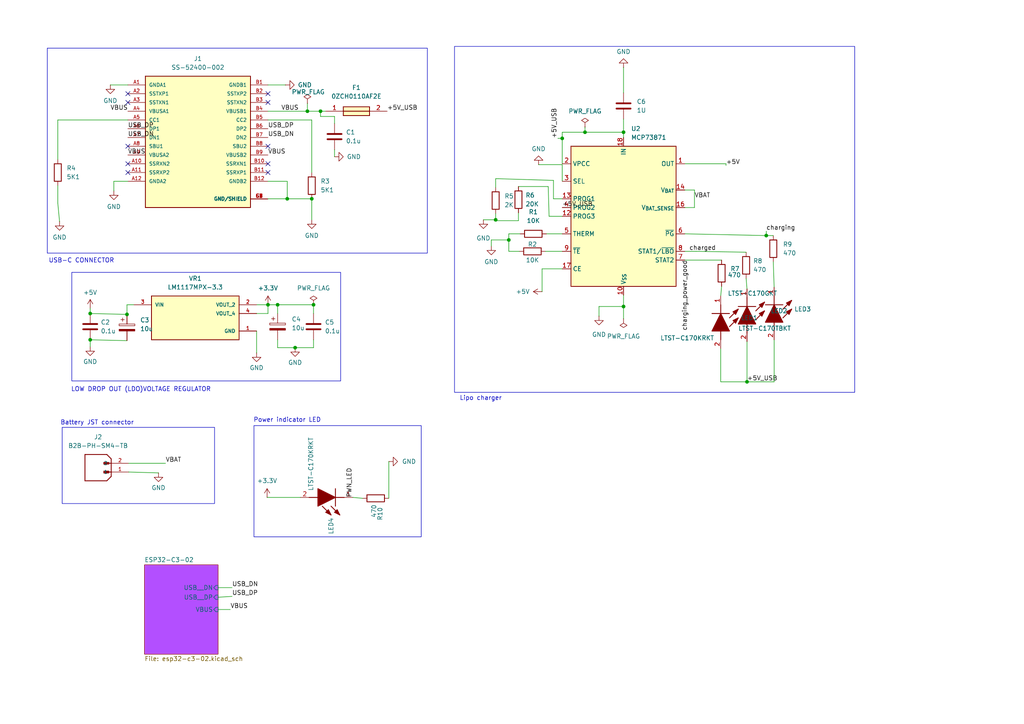
<source format=kicad_sch>
(kicad_sch
	(version 20231120)
	(generator "eeschema")
	(generator_version "8.0")
	(uuid "bee7bb4c-afb4-4f43-8674-62f29447d73d")
	(paper "A4")
	(title_block
		(title "esp32 sensor board-root")
		(date "2025-06-05")
	)
	(lib_symbols
		(symbol "0ZCH0110AF2E:0ZCH0110AF2E"
			(pin_names hide)
			(exclude_from_sim no)
			(in_bom yes)
			(on_board yes)
			(property "Reference" "F"
				(at 13.97 6.35 0)
				(effects
					(font
						(size 1.27 1.27)
					)
					(justify left top)
				)
			)
			(property "Value" "0ZCH0110AF2E"
				(at 13.97 3.81 0)
				(effects
					(font
						(size 1.27 1.27)
					)
					(justify left top)
				)
			)
			(property "Footprint" "FUSC3226X100N"
				(at 13.97 -96.19 0)
				(effects
					(font
						(size 1.27 1.27)
					)
					(justify left top)
					(hide yes)
				)
			)
			(property "Datasheet" "https://www.belfuse.com/resources/datasheets/circuitprotection/ds-cp-0zch-series.pdf"
				(at 13.97 -196.19 0)
				(effects
					(font
						(size 1.27 1.27)
					)
					(justify left top)
					(hide yes)
				)
			)
			(property "Description" "1210 SMT PPTC | 1.10 Ih | 16V"
				(at 0 0 0)
				(effects
					(font
						(size 1.27 1.27)
					)
					(hide yes)
				)
			)
			(property "Height" "1"
				(at 13.97 -396.19 0)
				(effects
					(font
						(size 1.27 1.27)
					)
					(justify left top)
					(hide yes)
				)
			)
			(property "Manufacturer_Name" "Bel Circuit Protection"
				(at 13.97 -496.19 0)
				(effects
					(font
						(size 1.27 1.27)
					)
					(justify left top)
					(hide yes)
				)
			)
			(property "Manufacturer_Part_Number" "0ZCH0110AF2E"
				(at 13.97 -596.19 0)
				(effects
					(font
						(size 1.27 1.27)
					)
					(justify left top)
					(hide yes)
				)
			)
			(property "Mouser Part Number" ""
				(at 13.97 -696.19 0)
				(effects
					(font
						(size 1.27 1.27)
					)
					(justify left top)
					(hide yes)
				)
			)
			(property "Mouser Price/Stock" ""
				(at 13.97 -796.19 0)
				(effects
					(font
						(size 1.27 1.27)
					)
					(justify left top)
					(hide yes)
				)
			)
			(property "Arrow Part Number" ""
				(at 13.97 -896.19 0)
				(effects
					(font
						(size 1.27 1.27)
					)
					(justify left top)
					(hide yes)
				)
			)
			(property "Arrow Price/Stock" ""
				(at 13.97 -996.19 0)
				(effects
					(font
						(size 1.27 1.27)
					)
					(justify left top)
					(hide yes)
				)
			)
			(symbol "0ZCH0110AF2E_1_1"
				(polyline
					(pts
						(xy 5.08 0) (xy 12.7 0)
					)
					(stroke
						(width 0.254)
						(type default)
					)
					(fill
						(type none)
					)
				)
				(rectangle
					(start 5.08 1.27)
					(end 12.7 -1.27)
					(stroke
						(width 0.254)
						(type default)
					)
					(fill
						(type background)
					)
				)
				(pin passive line
					(at 0 0 0)
					(length 5.08)
					(name "1"
						(effects
							(font
								(size 1.27 1.27)
							)
						)
					)
					(number "1"
						(effects
							(font
								(size 1.27 1.27)
							)
						)
					)
				)
				(pin passive line
					(at 17.78 0 180)
					(length 5.08)
					(name "2"
						(effects
							(font
								(size 1.27 1.27)
							)
						)
					)
					(number "2"
						(effects
							(font
								(size 1.27 1.27)
							)
						)
					)
				)
			)
		)
		(symbol "B2B-PH-SM4-TB:B2B-PH-SM4-TB"
			(pin_names
				(offset 1.016)
			)
			(exclude_from_sim no)
			(in_bom yes)
			(on_board yes)
			(property "Reference" "J"
				(at 0 6.35 0)
				(effects
					(font
						(size 1.27 1.27)
					)
					(justify left bottom)
				)
			)
			(property "Value" "B2B-PH-SM4-TB"
				(at 0 -5.08 0)
				(effects
					(font
						(size 1.27 1.27)
					)
					(justify left bottom)
				)
			)
			(property "Footprint" "B2B-PH-SM4-TB:JST_B2B-PH-SM4-TB"
				(at 0 0 0)
				(effects
					(font
						(size 1.27 1.27)
					)
					(justify bottom)
					(hide yes)
				)
			)
			(property "Datasheet" ""
				(at 0 0 0)
				(effects
					(font
						(size 1.27 1.27)
					)
					(hide yes)
				)
			)
			(property "Description" ""
				(at 0 0 0)
				(effects
					(font
						(size 1.27 1.27)
					)
					(hide yes)
				)
			)
			(property "MF" "JST"
				(at 0 0 0)
				(effects
					(font
						(size 1.27 1.27)
					)
					(justify bottom)
					(hide yes)
				)
			)
			(property "MAXIMUM_PACKAGE_HEIGHT" "6.6 mm"
				(at 0 0 0)
				(effects
					(font
						(size 1.27 1.27)
					)
					(justify bottom)
					(hide yes)
				)
			)
			(property "Package" "NON STANDARD-2 JST"
				(at 0 0 0)
				(effects
					(font
						(size 1.27 1.27)
					)
					(justify bottom)
					(hide yes)
				)
			)
			(property "Price" "None"
				(at 0 0 0)
				(effects
					(font
						(size 1.27 1.27)
					)
					(justify bottom)
					(hide yes)
				)
			)
			(property "Check_prices" "https://www.snapeda.com/parts/B2B-PH-SM4-TB/JST/view-part/?ref=eda"
				(at 0 0 0)
				(effects
					(font
						(size 1.27 1.27)
					)
					(justify bottom)
					(hide yes)
				)
			)
			(property "STANDARD" "Manufacturer Recommendations"
				(at 0 0 0)
				(effects
					(font
						(size 1.27 1.27)
					)
					(justify bottom)
					(hide yes)
				)
			)
			(property "PARTREV" "N/A"
				(at 0 0 0)
				(effects
					(font
						(size 1.27 1.27)
					)
					(justify bottom)
					(hide yes)
				)
			)
			(property "SnapEDA_Link" "https://www.snapeda.com/parts/B2B-PH-SM4-TB/JST/view-part/?ref=snap"
				(at 0 0 0)
				(effects
					(font
						(size 1.27 1.27)
					)
					(justify bottom)
					(hide yes)
				)
			)
			(property "MP" "B2B-PH-SM4-TB"
				(at 0 0 0)
				(effects
					(font
						(size 1.27 1.27)
					)
					(justify bottom)
					(hide yes)
				)
			)
			(property "Description_1" "\n                        \n                            Connector Header Surface Mount 2 position 0.079 (2.00mm)\n                        \n"
				(at 0 0 0)
				(effects
					(font
						(size 1.27 1.27)
					)
					(justify bottom)
					(hide yes)
				)
			)
			(property "Availability" "In Stock"
				(at 0 0 0)
				(effects
					(font
						(size 1.27 1.27)
					)
					(justify bottom)
					(hide yes)
				)
			)
			(property "MANUFACTURER" "JST"
				(at 0 0 0)
				(effects
					(font
						(size 1.27 1.27)
					)
					(justify bottom)
					(hide yes)
				)
			)
			(symbol "B2B-PH-SM4-TB_0_0"
				(polyline
					(pts
						(xy 0 -1.27) (xy 1.27 -2.54)
					)
					(stroke
						(width 0.254)
						(type default)
					)
					(fill
						(type none)
					)
				)
				(polyline
					(pts
						(xy 0 0) (xy 1.905 0)
					)
					(stroke
						(width 0.254)
						(type default)
					)
					(fill
						(type none)
					)
				)
				(polyline
					(pts
						(xy 0 2.54) (xy 0 -1.27)
					)
					(stroke
						(width 0.254)
						(type default)
					)
					(fill
						(type none)
					)
				)
				(polyline
					(pts
						(xy 0 2.54) (xy 1.905 2.54)
					)
					(stroke
						(width 0.254)
						(type default)
					)
					(fill
						(type none)
					)
				)
				(polyline
					(pts
						(xy 0 3.81) (xy 0 2.54)
					)
					(stroke
						(width 0.254)
						(type default)
					)
					(fill
						(type none)
					)
				)
				(polyline
					(pts
						(xy 0 3.81) (xy 1.27 5.08)
					)
					(stroke
						(width 0.254)
						(type default)
					)
					(fill
						(type none)
					)
				)
				(polyline
					(pts
						(xy 1.27 -2.54) (xy 7.62 -2.54)
					)
					(stroke
						(width 0.254)
						(type default)
					)
					(fill
						(type none)
					)
				)
				(polyline
					(pts
						(xy 7.62 -2.54) (xy 7.62 5.08)
					)
					(stroke
						(width 0.254)
						(type default)
					)
					(fill
						(type none)
					)
				)
				(polyline
					(pts
						(xy 7.62 5.08) (xy 1.27 5.08)
					)
					(stroke
						(width 0.254)
						(type default)
					)
					(fill
						(type none)
					)
				)
				(rectangle
					(start 0.635 -0.3175)
					(end 2.2225 0.3175)
					(stroke
						(width 0.1)
						(type default)
					)
					(fill
						(type outline)
					)
				)
				(rectangle
					(start 0.635 2.2225)
					(end 2.2225 2.8575)
					(stroke
						(width 0.1)
						(type default)
					)
					(fill
						(type outline)
					)
				)
				(pin passive line
					(at -5.08 2.54 0)
					(length 5.08)
					(name "1"
						(effects
							(font
								(size 1.016 1.016)
							)
						)
					)
					(number "1"
						(effects
							(font
								(size 1.016 1.016)
							)
						)
					)
				)
				(pin passive line
					(at -5.08 0 0)
					(length 5.08)
					(name "2"
						(effects
							(font
								(size 1.016 1.016)
							)
						)
					)
					(number "2"
						(effects
							(font
								(size 1.016 1.016)
							)
						)
					)
				)
			)
		)
		(symbol "Battery_Management:MCP73871"
			(exclude_from_sim no)
			(in_bom yes)
			(on_board yes)
			(property "Reference" "U"
				(at -7.62 24.13 0)
				(effects
					(font
						(size 1.27 1.27)
					)
					(justify left)
				)
			)
			(property "Value" "MCP73871"
				(at -15.24 21.59 0)
				(effects
					(font
						(size 1.27 1.27)
					)
					(justify left)
				)
			)
			(property "Footprint" "Package_DFN_QFN:QFN-20-1EP_4x4mm_P0.5mm_EP2.5x2.5mm"
				(at 5.08 -22.86 0)
				(effects
					(font
						(size 1.27 1.27)
						(italic yes)
					)
					(justify left)
					(hide yes)
				)
			)
			(property "Datasheet" "http://www.mouser.com/ds/2/268/22090a-52174.pdf"
				(at -3.81 13.97 0)
				(effects
					(font
						(size 1.27 1.27)
					)
					(hide yes)
				)
			)
			(property "Description" "Single cell, Li-Ion/Li-Po charge management controller"
				(at 0 0 0)
				(effects
					(font
						(size 1.27 1.27)
					)
					(hide yes)
				)
			)
			(property "ki_keywords" "battery charger lithium"
				(at 0 0 0)
				(effects
					(font
						(size 1.27 1.27)
					)
					(hide yes)
				)
			)
			(property "ki_fp_filters" "QFN*4x4mm*P0.5mm*"
				(at 0 0 0)
				(effects
					(font
						(size 1.27 1.27)
					)
					(hide yes)
				)
			)
			(symbol "MCP73871_0_1"
				(rectangle
					(start -15.24 20.32)
					(end 15.24 -20.32)
					(stroke
						(width 0.254)
						(type default)
					)
					(fill
						(type background)
					)
				)
			)
			(symbol "MCP73871_1_1"
				(pin power_out line
					(at 17.78 15.24 180)
					(length 2.54)
					(name "OUT"
						(effects
							(font
								(size 1.27 1.27)
							)
						)
					)
					(number "1"
						(effects
							(font
								(size 1.27 1.27)
							)
						)
					)
				)
				(pin power_in line
					(at 0 -22.86 90)
					(length 2.54)
					(name "V_{SS}"
						(effects
							(font
								(size 1.27 1.27)
							)
						)
					)
					(number "10"
						(effects
							(font
								(size 1.27 1.27)
							)
						)
					)
				)
				(pin passive line
					(at 0 -22.86 90)
					(length 2.54) hide
					(name "V_{SS}"
						(effects
							(font
								(size 1.27 1.27)
							)
						)
					)
					(number "11"
						(effects
							(font
								(size 1.27 1.27)
							)
						)
					)
				)
				(pin bidirectional line
					(at -17.78 0 0)
					(length 2.54)
					(name "PROG3"
						(effects
							(font
								(size 1.27 1.27)
							)
						)
					)
					(number "12"
						(effects
							(font
								(size 1.27 1.27)
							)
						)
					)
				)
				(pin bidirectional line
					(at -17.78 5.08 0)
					(length 2.54)
					(name "PROG1"
						(effects
							(font
								(size 1.27 1.27)
							)
						)
					)
					(number "13"
						(effects
							(font
								(size 1.27 1.27)
							)
						)
					)
				)
				(pin power_out line
					(at 17.78 7.62 180)
					(length 2.54)
					(name "V_{BAT}"
						(effects
							(font
								(size 1.27 1.27)
							)
						)
					)
					(number "14"
						(effects
							(font
								(size 1.27 1.27)
							)
						)
					)
				)
				(pin passive line
					(at 17.78 7.62 180)
					(length 2.54) hide
					(name "V_{BAT}"
						(effects
							(font
								(size 1.27 1.27)
							)
						)
					)
					(number "15"
						(effects
							(font
								(size 1.27 1.27)
							)
						)
					)
				)
				(pin input line
					(at 17.78 2.54 180)
					(length 2.54)
					(name "V_{BAT_SENSE}"
						(effects
							(font
								(size 1.27 1.27)
							)
						)
					)
					(number "16"
						(effects
							(font
								(size 1.27 1.27)
							)
						)
					)
				)
				(pin input line
					(at -17.78 -15.24 0)
					(length 2.54)
					(name "CE"
						(effects
							(font
								(size 1.27 1.27)
							)
						)
					)
					(number "17"
						(effects
							(font
								(size 1.27 1.27)
							)
						)
					)
				)
				(pin power_in line
					(at 0 22.86 270)
					(length 2.54)
					(name "IN"
						(effects
							(font
								(size 1.27 1.27)
							)
						)
					)
					(number "18"
						(effects
							(font
								(size 1.27 1.27)
							)
						)
					)
				)
				(pin passive line
					(at 0 22.86 270)
					(length 2.54) hide
					(name "IN"
						(effects
							(font
								(size 1.27 1.27)
							)
						)
					)
					(number "19"
						(effects
							(font
								(size 1.27 1.27)
							)
						)
					)
				)
				(pin input line
					(at -17.78 15.24 0)
					(length 2.54)
					(name "VPCC"
						(effects
							(font
								(size 1.27 1.27)
							)
						)
					)
					(number "2"
						(effects
							(font
								(size 1.27 1.27)
							)
						)
					)
				)
				(pin passive line
					(at 17.78 15.24 180)
					(length 2.54) hide
					(name "OUT"
						(effects
							(font
								(size 1.27 1.27)
							)
						)
					)
					(number "20"
						(effects
							(font
								(size 1.27 1.27)
							)
						)
					)
				)
				(pin passive line
					(at 0 -22.86 90)
					(length 2.54) hide
					(name "V_{SS}"
						(effects
							(font
								(size 1.27 1.27)
							)
						)
					)
					(number "21"
						(effects
							(font
								(size 1.27 1.27)
							)
						)
					)
				)
				(pin input line
					(at -17.78 10.16 0)
					(length 2.54)
					(name "SEL"
						(effects
							(font
								(size 1.27 1.27)
							)
						)
					)
					(number "3"
						(effects
							(font
								(size 1.27 1.27)
							)
						)
					)
				)
				(pin input line
					(at -17.78 2.54 0)
					(length 2.54)
					(name "PROG2"
						(effects
							(font
								(size 1.27 1.27)
							)
						)
					)
					(number "4"
						(effects
							(font
								(size 1.27 1.27)
							)
						)
					)
				)
				(pin bidirectional line
					(at -17.78 -5.08 0)
					(length 2.54)
					(name "THERM"
						(effects
							(font
								(size 1.27 1.27)
							)
						)
					)
					(number "5"
						(effects
							(font
								(size 1.27 1.27)
							)
						)
					)
				)
				(pin open_collector line
					(at 17.78 -5.08 180)
					(length 2.54)
					(name "~{PG}"
						(effects
							(font
								(size 1.27 1.27)
							)
						)
					)
					(number "6"
						(effects
							(font
								(size 1.27 1.27)
							)
						)
					)
				)
				(pin open_collector line
					(at 17.78 -12.7 180)
					(length 2.54)
					(name "STAT2"
						(effects
							(font
								(size 1.27 1.27)
							)
						)
					)
					(number "7"
						(effects
							(font
								(size 1.27 1.27)
							)
						)
					)
				)
				(pin open_collector line
					(at 17.78 -10.16 180)
					(length 2.54)
					(name "STAT1/~{LBO}"
						(effects
							(font
								(size 1.27 1.27)
							)
						)
					)
					(number "8"
						(effects
							(font
								(size 1.27 1.27)
							)
						)
					)
				)
				(pin input line
					(at -17.78 -10.16 0)
					(length 2.54)
					(name "~{TE}"
						(effects
							(font
								(size 1.27 1.27)
							)
						)
					)
					(number "9"
						(effects
							(font
								(size 1.27 1.27)
							)
						)
					)
				)
			)
		)
		(symbol "Device:C"
			(pin_numbers hide)
			(pin_names
				(offset 0.254)
			)
			(exclude_from_sim no)
			(in_bom yes)
			(on_board yes)
			(property "Reference" "C"
				(at 0.635 2.54 0)
				(effects
					(font
						(size 1.27 1.27)
					)
					(justify left)
				)
			)
			(property "Value" "C"
				(at 0.635 -2.54 0)
				(effects
					(font
						(size 1.27 1.27)
					)
					(justify left)
				)
			)
			(property "Footprint" ""
				(at 0.9652 -3.81 0)
				(effects
					(font
						(size 1.27 1.27)
					)
					(hide yes)
				)
			)
			(property "Datasheet" "~"
				(at 0 0 0)
				(effects
					(font
						(size 1.27 1.27)
					)
					(hide yes)
				)
			)
			(property "Description" "Unpolarized capacitor"
				(at 0 0 0)
				(effects
					(font
						(size 1.27 1.27)
					)
					(hide yes)
				)
			)
			(property "ki_keywords" "cap capacitor"
				(at 0 0 0)
				(effects
					(font
						(size 1.27 1.27)
					)
					(hide yes)
				)
			)
			(property "ki_fp_filters" "C_*"
				(at 0 0 0)
				(effects
					(font
						(size 1.27 1.27)
					)
					(hide yes)
				)
			)
			(symbol "C_0_1"
				(polyline
					(pts
						(xy -2.032 -0.762) (xy 2.032 -0.762)
					)
					(stroke
						(width 0.508)
						(type default)
					)
					(fill
						(type none)
					)
				)
				(polyline
					(pts
						(xy -2.032 0.762) (xy 2.032 0.762)
					)
					(stroke
						(width 0.508)
						(type default)
					)
					(fill
						(type none)
					)
				)
			)
			(symbol "C_1_1"
				(pin passive line
					(at 0 3.81 270)
					(length 2.794)
					(name "~"
						(effects
							(font
								(size 1.27 1.27)
							)
						)
					)
					(number "1"
						(effects
							(font
								(size 1.27 1.27)
							)
						)
					)
				)
				(pin passive line
					(at 0 -3.81 90)
					(length 2.794)
					(name "~"
						(effects
							(font
								(size 1.27 1.27)
							)
						)
					)
					(number "2"
						(effects
							(font
								(size 1.27 1.27)
							)
						)
					)
				)
			)
		)
		(symbol "Device:C_Polarized"
			(pin_numbers hide)
			(pin_names
				(offset 0.254)
			)
			(exclude_from_sim no)
			(in_bom yes)
			(on_board yes)
			(property "Reference" "C"
				(at 0.635 2.54 0)
				(effects
					(font
						(size 1.27 1.27)
					)
					(justify left)
				)
			)
			(property "Value" "C_Polarized"
				(at 0.635 -2.54 0)
				(effects
					(font
						(size 1.27 1.27)
					)
					(justify left)
				)
			)
			(property "Footprint" ""
				(at 0.9652 -3.81 0)
				(effects
					(font
						(size 1.27 1.27)
					)
					(hide yes)
				)
			)
			(property "Datasheet" "~"
				(at 0 0 0)
				(effects
					(font
						(size 1.27 1.27)
					)
					(hide yes)
				)
			)
			(property "Description" "Polarized capacitor"
				(at 0 0 0)
				(effects
					(font
						(size 1.27 1.27)
					)
					(hide yes)
				)
			)
			(property "ki_keywords" "cap capacitor"
				(at 0 0 0)
				(effects
					(font
						(size 1.27 1.27)
					)
					(hide yes)
				)
			)
			(property "ki_fp_filters" "CP_*"
				(at 0 0 0)
				(effects
					(font
						(size 1.27 1.27)
					)
					(hide yes)
				)
			)
			(symbol "C_Polarized_0_1"
				(rectangle
					(start -2.286 0.508)
					(end 2.286 1.016)
					(stroke
						(width 0)
						(type default)
					)
					(fill
						(type none)
					)
				)
				(polyline
					(pts
						(xy -1.778 2.286) (xy -0.762 2.286)
					)
					(stroke
						(width 0)
						(type default)
					)
					(fill
						(type none)
					)
				)
				(polyline
					(pts
						(xy -1.27 2.794) (xy -1.27 1.778)
					)
					(stroke
						(width 0)
						(type default)
					)
					(fill
						(type none)
					)
				)
				(rectangle
					(start 2.286 -0.508)
					(end -2.286 -1.016)
					(stroke
						(width 0)
						(type default)
					)
					(fill
						(type outline)
					)
				)
			)
			(symbol "C_Polarized_1_1"
				(pin passive line
					(at 0 3.81 270)
					(length 2.794)
					(name "~"
						(effects
							(font
								(size 1.27 1.27)
							)
						)
					)
					(number "1"
						(effects
							(font
								(size 1.27 1.27)
							)
						)
					)
				)
				(pin passive line
					(at 0 -3.81 90)
					(length 2.794)
					(name "~"
						(effects
							(font
								(size 1.27 1.27)
							)
						)
					)
					(number "2"
						(effects
							(font
								(size 1.27 1.27)
							)
						)
					)
				)
			)
		)
		(symbol "Device:R"
			(pin_numbers hide)
			(pin_names
				(offset 0)
			)
			(exclude_from_sim no)
			(in_bom yes)
			(on_board yes)
			(property "Reference" "R"
				(at 2.032 0 90)
				(effects
					(font
						(size 1.27 1.27)
					)
				)
			)
			(property "Value" "R"
				(at 0 0 90)
				(effects
					(font
						(size 1.27 1.27)
					)
				)
			)
			(property "Footprint" ""
				(at -1.778 0 90)
				(effects
					(font
						(size 1.27 1.27)
					)
					(hide yes)
				)
			)
			(property "Datasheet" "~"
				(at 0 0 0)
				(effects
					(font
						(size 1.27 1.27)
					)
					(hide yes)
				)
			)
			(property "Description" "Resistor"
				(at 0 0 0)
				(effects
					(font
						(size 1.27 1.27)
					)
					(hide yes)
				)
			)
			(property "ki_keywords" "R res resistor"
				(at 0 0 0)
				(effects
					(font
						(size 1.27 1.27)
					)
					(hide yes)
				)
			)
			(property "ki_fp_filters" "R_*"
				(at 0 0 0)
				(effects
					(font
						(size 1.27 1.27)
					)
					(hide yes)
				)
			)
			(symbol "R_0_1"
				(rectangle
					(start -1.016 -2.54)
					(end 1.016 2.54)
					(stroke
						(width 0.254)
						(type default)
					)
					(fill
						(type none)
					)
				)
			)
			(symbol "R_1_1"
				(pin passive line
					(at 0 3.81 270)
					(length 1.27)
					(name "~"
						(effects
							(font
								(size 1.27 1.27)
							)
						)
					)
					(number "1"
						(effects
							(font
								(size 1.27 1.27)
							)
						)
					)
				)
				(pin passive line
					(at 0 -3.81 90)
					(length 1.27)
					(name "~"
						(effects
							(font
								(size 1.27 1.27)
							)
						)
					)
					(number "2"
						(effects
							(font
								(size 1.27 1.27)
							)
						)
					)
				)
			)
		)
		(symbol "LM1117MPX-3.3:LM1117MPX-3.3"
			(pin_names
				(offset 1.016)
			)
			(exclude_from_sim no)
			(in_bom yes)
			(on_board yes)
			(property "Reference" "VR"
				(at -12.7 6.08 0)
				(effects
					(font
						(size 1.27 1.27)
					)
					(justify left bottom)
				)
			)
			(property "Value" "LM1117MPX-3.3"
				(at -12.7 -9.08 0)
				(effects
					(font
						(size 1.27 1.27)
					)
					(justify left top)
				)
			)
			(property "Footprint" "LM1117MPX-3.3:VREG_LM1117MPX-3.3"
				(at 0 0 0)
				(effects
					(font
						(size 1.27 1.27)
					)
					(justify bottom)
					(hide yes)
				)
			)
			(property "Datasheet" ""
				(at 0 0 0)
				(effects
					(font
						(size 1.27 1.27)
					)
					(hide yes)
				)
			)
			(property "Description" "800-mA 15-V linear voltage regulator 4-SOT-223"
				(at 0 0 0)
				(effects
					(font
						(size 1.27 1.27)
					)
					(justify bottom)
					(hide yes)
				)
			)
			(property "MF" "onsemi"
				(at 0 0 0)
				(effects
					(font
						(size 1.27 1.27)
					)
					(justify bottom)
					(hide yes)
				)
			)
			(property "PACKAGE" "SOT-223-4 Texas Instruments"
				(at 0 0 0)
				(effects
					(font
						(size 1.27 1.27)
					)
					(justify bottom)
					(hide yes)
				)
			)
			(property "PRICE" "None"
				(at 0 0 0)
				(effects
					(font
						(size 1.27 1.27)
					)
					(justify bottom)
					(hide yes)
				)
			)
			(property "Package" "SOT-223-4 ON Semiconductor"
				(at 0 0 0)
				(effects
					(font
						(size 1.27 1.27)
					)
					(justify bottom)
					(hide yes)
				)
			)
			(property "Check_prices" "https://www.snapeda.com/parts/LM1117MPX-33NOPB/Onsemi/view-part/?ref=eda"
				(at 0 0 0)
				(effects
					(font
						(size 1.27 1.27)
					)
					(justify bottom)
					(hide yes)
				)
			)
			(property "Price" "None"
				(at 0 0 0)
				(effects
					(font
						(size 1.27 1.27)
					)
					(justify bottom)
					(hide yes)
				)
			)
			(property "SnapEDA_Link" "https://www.snapeda.com/parts/LM1117MPX-33NOPB/Onsemi/view-part/?ref=snap"
				(at 0 0 0)
				(effects
					(font
						(size 1.27 1.27)
					)
					(justify bottom)
					(hide yes)
				)
			)
			(property "MP" "LM1117MPX-33NOPB"
				(at 0 0 0)
				(effects
					(font
						(size 1.27 1.27)
					)
					(justify bottom)
					(hide yes)
				)
			)
			(property "Description_1" "\n                        \n                            Linear Voltage Regulator IC Positive Fixed 1 Output 800mA SOT-223\n                        \n"
				(at 0 0 0)
				(effects
					(font
						(size 1.27 1.27)
					)
					(justify bottom)
					(hide yes)
				)
			)
			(property "Availability" "In Stock"
				(at 0 0 0)
				(effects
					(font
						(size 1.27 1.27)
					)
					(justify bottom)
					(hide yes)
				)
			)
			(property "AVAILABILITY" "Warning"
				(at 0 0 0)
				(effects
					(font
						(size 1.27 1.27)
					)
					(justify bottom)
					(hide yes)
				)
			)
			(property "PURCHASE-URL" "https://pricing.snapeda.com/search/part/LM1117MPX-3.3/?ref=eda"
				(at 0 0 0)
				(effects
					(font
						(size 1.27 1.27)
					)
					(justify bottom)
					(hide yes)
				)
			)
			(symbol "LM1117MPX-3.3_0_0"
				(rectangle
					(start -12.7 -7.62)
					(end 12.7 5.08)
					(stroke
						(width 0.254)
						(type default)
					)
					(fill
						(type background)
					)
				)
				(pin power_in line
					(at 17.78 -5.08 180)
					(length 5.08)
					(name "GND"
						(effects
							(font
								(size 1.016 1.016)
							)
						)
					)
					(number "1"
						(effects
							(font
								(size 1.016 1.016)
							)
						)
					)
				)
				(pin power_in line
					(at 17.78 2.54 180)
					(length 5.08)
					(name "VOUT_2"
						(effects
							(font
								(size 1.016 1.016)
							)
						)
					)
					(number "2"
						(effects
							(font
								(size 1.016 1.016)
							)
						)
					)
				)
				(pin power_in line
					(at -17.78 2.54 0)
					(length 5.08)
					(name "VIN"
						(effects
							(font
								(size 1.016 1.016)
							)
						)
					)
					(number "3"
						(effects
							(font
								(size 1.016 1.016)
							)
						)
					)
				)
				(pin power_in line
					(at 17.78 0 180)
					(length 5.08)
					(name "VOUT_4"
						(effects
							(font
								(size 1.016 1.016)
							)
						)
					)
					(number "4"
						(effects
							(font
								(size 1.016 1.016)
							)
						)
					)
				)
			)
		)
		(symbol "LTST-C170GKT:LTST-C170GKT"
			(pin_names hide)
			(exclude_from_sim no)
			(in_bom yes)
			(on_board yes)
			(property "Reference" "LED"
				(at 12.7 8.89 0)
				(effects
					(font
						(size 1.27 1.27)
					)
					(justify left bottom)
				)
			)
			(property "Value" "LTST-C170GKT"
				(at 12.7 6.35 0)
				(effects
					(font
						(size 1.27 1.27)
					)
					(justify left bottom)
				)
			)
			(property "Footprint" "LEDC2012X120N"
				(at 12.7 -93.65 0)
				(effects
					(font
						(size 1.27 1.27)
					)
					(justify left bottom)
					(hide yes)
				)
			)
			(property "Datasheet" "https://mm.digikey.com/Volume0/opasdata/d220001/medias/docus/895/LTST-C170GKT.pdf"
				(at 12.7 -193.65 0)
				(effects
					(font
						(size 1.27 1.27)
					)
					(justify left bottom)
					(hide yes)
				)
			)
			(property "Description" "LED,SMD,0805,Green,6mcd,130deg Lite-On LTST-C170GKT, CHIPLED 0805 Series Green LED, 569 nm 2012 (0805), Rectangle Lens SMD package"
				(at 0 0 0)
				(effects
					(font
						(size 1.27 1.27)
					)
					(hide yes)
				)
			)
			(property "Height" "1.2"
				(at 12.7 -393.65 0)
				(effects
					(font
						(size 1.27 1.27)
					)
					(justify left bottom)
					(hide yes)
				)
			)
			(property "Manufacturer_Name" "Lite-On"
				(at 12.7 -493.65 0)
				(effects
					(font
						(size 1.27 1.27)
					)
					(justify left bottom)
					(hide yes)
				)
			)
			(property "Manufacturer_Part_Number" "LTST-C170GKT"
				(at 12.7 -593.65 0)
				(effects
					(font
						(size 1.27 1.27)
					)
					(justify left bottom)
					(hide yes)
				)
			)
			(property "Mouser Part Number" "859-LTST-C170GKT"
				(at 12.7 -693.65 0)
				(effects
					(font
						(size 1.27 1.27)
					)
					(justify left bottom)
					(hide yes)
				)
			)
			(property "Mouser Price/Stock" "https://www.mouser.co.uk/ProductDetail/Lite-On/LTST-C170GKT?qs=%2FSqKn2EfXQSV5aRij3YIfQ%3D%3D"
				(at 12.7 -793.65 0)
				(effects
					(font
						(size 1.27 1.27)
					)
					(justify left bottom)
					(hide yes)
				)
			)
			(property "Arrow Part Number" "LTST-C170GKT"
				(at 12.7 -893.65 0)
				(effects
					(font
						(size 1.27 1.27)
					)
					(justify left bottom)
					(hide yes)
				)
			)
			(property "Arrow Price/Stock" "https://www.arrow.com/en/products/ltst-c170gkt/lite-on-technology?utm_currency=USD&region=nac"
				(at 12.7 -993.65 0)
				(effects
					(font
						(size 1.27 1.27)
					)
					(justify left bottom)
					(hide yes)
				)
			)
			(symbol "LTST-C170GKT_1_1"
				(polyline
					(pts
						(xy 2.54 0) (xy 5.08 0)
					)
					(stroke
						(width 0.254)
						(type default)
					)
					(fill
						(type none)
					)
				)
				(polyline
					(pts
						(xy 5.08 2.54) (xy 5.08 -2.54)
					)
					(stroke
						(width 0.254)
						(type default)
					)
					(fill
						(type none)
					)
				)
				(polyline
					(pts
						(xy 6.35 2.54) (xy 3.81 5.08)
					)
					(stroke
						(width 0.254)
						(type default)
					)
					(fill
						(type none)
					)
				)
				(polyline
					(pts
						(xy 8.89 2.54) (xy 6.35 5.08)
					)
					(stroke
						(width 0.254)
						(type default)
					)
					(fill
						(type none)
					)
				)
				(polyline
					(pts
						(xy 10.16 0) (xy 12.7 0)
					)
					(stroke
						(width 0.254)
						(type default)
					)
					(fill
						(type none)
					)
				)
				(polyline
					(pts
						(xy 5.08 0) (xy 10.16 2.54) (xy 10.16 -2.54) (xy 5.08 0)
					)
					(stroke
						(width 0.254)
						(type default)
					)
					(fill
						(type outline)
					)
				)
				(polyline
					(pts
						(xy 5.334 4.318) (xy 4.572 3.556) (xy 3.81 5.08) (xy 5.334 4.318)
					)
					(stroke
						(width 0.254)
						(type default)
					)
					(fill
						(type outline)
					)
				)
				(polyline
					(pts
						(xy 7.874 4.318) (xy 7.112 3.556) (xy 6.35 5.08) (xy 7.874 4.318)
					)
					(stroke
						(width 0.254)
						(type default)
					)
					(fill
						(type outline)
					)
				)
				(pin passive line
					(at 0 0 0)
					(length 2.54)
					(name "K"
						(effects
							(font
								(size 1.27 1.27)
							)
						)
					)
					(number "1"
						(effects
							(font
								(size 1.27 1.27)
							)
						)
					)
				)
				(pin passive line
					(at 15.24 0 180)
					(length 2.54)
					(name "A"
						(effects
							(font
								(size 1.27 1.27)
							)
						)
					)
					(number "2"
						(effects
							(font
								(size 1.27 1.27)
							)
						)
					)
				)
			)
		)
		(symbol "LTST-C170KRKT:LTST-C170KRKT"
			(pin_names hide)
			(exclude_from_sim no)
			(in_bom yes)
			(on_board yes)
			(property "Reference" "LED"
				(at 12.7 8.89 0)
				(effects
					(font
						(size 1.27 1.27)
					)
					(justify left bottom)
				)
			)
			(property "Value" "LTST-C170KRKT"
				(at 12.7 6.35 0)
				(effects
					(font
						(size 1.27 1.27)
					)
					(justify left bottom)
				)
			)
			(property "Footprint" "LEDC2012X120N"
				(at 12.7 -93.65 0)
				(effects
					(font
						(size 1.27 1.27)
					)
					(justify left bottom)
					(hide yes)
				)
			)
			(property "Datasheet" "https://componentsearchengine.com/Datasheets/1/LTST-C170KRKT.pdf"
				(at 12.7 -193.65 0)
				(effects
					(font
						(size 1.27 1.27)
					)
					(justify left bottom)
					(hide yes)
				)
			)
			(property "Description" "Standard LEDs - SMD Red Clear 631nm"
				(at 0 0 0)
				(effects
					(font
						(size 1.27 1.27)
					)
					(hide yes)
				)
			)
			(property "Height" "1.2"
				(at 12.7 -393.65 0)
				(effects
					(font
						(size 1.27 1.27)
					)
					(justify left bottom)
					(hide yes)
				)
			)
			(property "Manufacturer_Name" "Lite-On"
				(at 12.7 -493.65 0)
				(effects
					(font
						(size 1.27 1.27)
					)
					(justify left bottom)
					(hide yes)
				)
			)
			(property "Manufacturer_Part_Number" "LTST-C170KRKT"
				(at 12.7 -593.65 0)
				(effects
					(font
						(size 1.27 1.27)
					)
					(justify left bottom)
					(hide yes)
				)
			)
			(property "Mouser Part Number" "859-LTST-C170KRKT"
				(at 12.7 -693.65 0)
				(effects
					(font
						(size 1.27 1.27)
					)
					(justify left bottom)
					(hide yes)
				)
			)
			(property "Mouser Price/Stock" "https://www.mouser.co.uk/ProductDetail/Lite-On/LTST-C170KRKT?qs=NUb82WqeCyrVOID%2Fxt4rgA%3D%3D"
				(at 12.7 -793.65 0)
				(effects
					(font
						(size 1.27 1.27)
					)
					(justify left bottom)
					(hide yes)
				)
			)
			(property "Arrow Part Number" "LTST-C170KRKT"
				(at 12.7 -893.65 0)
				(effects
					(font
						(size 1.27 1.27)
					)
					(justify left bottom)
					(hide yes)
				)
			)
			(property "Arrow Price/Stock" "https://www.arrow.com/en/products/ltst-c170krkt/lite-on-technology?utm_currency=USD&region=nac"
				(at 12.7 -993.65 0)
				(effects
					(font
						(size 1.27 1.27)
					)
					(justify left bottom)
					(hide yes)
				)
			)
			(symbol "LTST-C170KRKT_1_1"
				(polyline
					(pts
						(xy 2.54 0) (xy 5.08 0)
					)
					(stroke
						(width 0.254)
						(type default)
					)
					(fill
						(type none)
					)
				)
				(polyline
					(pts
						(xy 5.08 2.54) (xy 5.08 -2.54)
					)
					(stroke
						(width 0.254)
						(type default)
					)
					(fill
						(type none)
					)
				)
				(polyline
					(pts
						(xy 6.35 2.54) (xy 3.81 5.08)
					)
					(stroke
						(width 0.254)
						(type default)
					)
					(fill
						(type none)
					)
				)
				(polyline
					(pts
						(xy 8.89 2.54) (xy 6.35 5.08)
					)
					(stroke
						(width 0.254)
						(type default)
					)
					(fill
						(type none)
					)
				)
				(polyline
					(pts
						(xy 10.16 0) (xy 12.7 0)
					)
					(stroke
						(width 0.254)
						(type default)
					)
					(fill
						(type none)
					)
				)
				(polyline
					(pts
						(xy 5.08 0) (xy 10.16 2.54) (xy 10.16 -2.54) (xy 5.08 0)
					)
					(stroke
						(width 0.254)
						(type default)
					)
					(fill
						(type outline)
					)
				)
				(polyline
					(pts
						(xy 5.334 4.318) (xy 4.572 3.556) (xy 3.81 5.08) (xy 5.334 4.318)
					)
					(stroke
						(width 0.254)
						(type default)
					)
					(fill
						(type outline)
					)
				)
				(polyline
					(pts
						(xy 7.874 4.318) (xy 7.112 3.556) (xy 6.35 5.08) (xy 7.874 4.318)
					)
					(stroke
						(width 0.254)
						(type default)
					)
					(fill
						(type outline)
					)
				)
				(pin passive line
					(at 0 0 0)
					(length 2.54)
					(name "K"
						(effects
							(font
								(size 1.27 1.27)
							)
						)
					)
					(number "1"
						(effects
							(font
								(size 1.27 1.27)
							)
						)
					)
				)
				(pin passive line
					(at 15.24 0 180)
					(length 2.54)
					(name "A"
						(effects
							(font
								(size 1.27 1.27)
							)
						)
					)
					(number "2"
						(effects
							(font
								(size 1.27 1.27)
							)
						)
					)
				)
			)
		)
		(symbol "LTST-C170TBKT:LTST-C170TBKT"
			(pin_names hide)
			(exclude_from_sim no)
			(in_bom yes)
			(on_board yes)
			(property "Reference" "LED"
				(at 12.7 8.89 0)
				(effects
					(font
						(size 1.27 1.27)
					)
					(justify left bottom)
				)
			)
			(property "Value" "LTST-C170TBKT"
				(at 12.7 6.35 0)
				(effects
					(font
						(size 1.27 1.27)
					)
					(justify left bottom)
				)
			)
			(property "Footprint" "LEDC2012X120N"
				(at 12.7 -93.65 0)
				(effects
					(font
						(size 1.27 1.27)
					)
					(justify left bottom)
					(hide yes)
				)
			)
			(property "Datasheet" "https://componentsearchengine.com/Datasheets/1/LTST-C170TBKT.pdf"
				(at 12.7 -193.65 0)
				(effects
					(font
						(size 1.27 1.27)
					)
					(justify left bottom)
					(hide yes)
				)
			)
			(property "Description" "LED,SMD,0805,Blue,28mcd,130deg"
				(at 0 0 0)
				(effects
					(font
						(size 1.27 1.27)
					)
					(hide yes)
				)
			)
			(property "Height" "1.2"
				(at 12.7 -393.65 0)
				(effects
					(font
						(size 1.27 1.27)
					)
					(justify left bottom)
					(hide yes)
				)
			)
			(property "Manufacturer_Name" "Lite-On"
				(at 12.7 -493.65 0)
				(effects
					(font
						(size 1.27 1.27)
					)
					(justify left bottom)
					(hide yes)
				)
			)
			(property "Manufacturer_Part_Number" "LTST-C170TBKT"
				(at 12.7 -593.65 0)
				(effects
					(font
						(size 1.27 1.27)
					)
					(justify left bottom)
					(hide yes)
				)
			)
			(property "Mouser Part Number" "859-LTST-C170TBKT"
				(at 12.7 -693.65 0)
				(effects
					(font
						(size 1.27 1.27)
					)
					(justify left bottom)
					(hide yes)
				)
			)
			(property "Mouser Price/Stock" "https://www.mouser.co.uk/ProductDetail/Lite-On/LTST-C170TBKT?qs=0uL0gcxEMop2ooGmIUzw3A%3D%3D"
				(at 12.7 -793.65 0)
				(effects
					(font
						(size 1.27 1.27)
					)
					(justify left bottom)
					(hide yes)
				)
			)
			(property "Arrow Part Number" "LTST-C170TBKT"
				(at 12.7 -893.65 0)
				(effects
					(font
						(size 1.27 1.27)
					)
					(justify left bottom)
					(hide yes)
				)
			)
			(property "Arrow Price/Stock" "https://www.arrow.com/en/products/ltst-c170tbkt/lite-on-technology?utm_currency=USD&region=nac"
				(at 12.7 -993.65 0)
				(effects
					(font
						(size 1.27 1.27)
					)
					(justify left bottom)
					(hide yes)
				)
			)
			(symbol "LTST-C170TBKT_1_1"
				(polyline
					(pts
						(xy 2.54 0) (xy 5.08 0)
					)
					(stroke
						(width 0.254)
						(type default)
					)
					(fill
						(type none)
					)
				)
				(polyline
					(pts
						(xy 5.08 2.54) (xy 5.08 -2.54)
					)
					(stroke
						(width 0.254)
						(type default)
					)
					(fill
						(type none)
					)
				)
				(polyline
					(pts
						(xy 6.35 2.54) (xy 3.81 5.08)
					)
					(stroke
						(width 0.254)
						(type default)
					)
					(fill
						(type none)
					)
				)
				(polyline
					(pts
						(xy 8.89 2.54) (xy 6.35 5.08)
					)
					(stroke
						(width 0.254)
						(type default)
					)
					(fill
						(type none)
					)
				)
				(polyline
					(pts
						(xy 10.16 0) (xy 12.7 0)
					)
					(stroke
						(width 0.254)
						(type default)
					)
					(fill
						(type none)
					)
				)
				(polyline
					(pts
						(xy 5.08 0) (xy 10.16 2.54) (xy 10.16 -2.54) (xy 5.08 0)
					)
					(stroke
						(width 0.254)
						(type default)
					)
					(fill
						(type outline)
					)
				)
				(polyline
					(pts
						(xy 5.334 4.318) (xy 4.572 3.556) (xy 3.81 5.08) (xy 5.334 4.318)
					)
					(stroke
						(width 0.254)
						(type default)
					)
					(fill
						(type outline)
					)
				)
				(polyline
					(pts
						(xy 7.874 4.318) (xy 7.112 3.556) (xy 6.35 5.08) (xy 7.874 4.318)
					)
					(stroke
						(width 0.254)
						(type default)
					)
					(fill
						(type outline)
					)
				)
				(pin passive line
					(at 0 0 0)
					(length 2.54)
					(name "K"
						(effects
							(font
								(size 1.27 1.27)
							)
						)
					)
					(number "1"
						(effects
							(font
								(size 1.27 1.27)
							)
						)
					)
				)
				(pin passive line
					(at 15.24 0 180)
					(length 2.54)
					(name "A"
						(effects
							(font
								(size 1.27 1.27)
							)
						)
					)
					(number "2"
						(effects
							(font
								(size 1.27 1.27)
							)
						)
					)
				)
			)
		)
		(symbol "SS-52400-002:SS-52400-002"
			(pin_names
				(offset 1.016)
			)
			(exclude_from_sim no)
			(in_bom yes)
			(on_board yes)
			(property "Reference" "J"
				(at -15.24 19.05 0)
				(effects
					(font
						(size 1.27 1.27)
					)
					(justify left bottom)
				)
			)
			(property "Value" "SS-52400-002"
				(at -15.24 -22.86 0)
				(effects
					(font
						(size 1.27 1.27)
					)
					(justify left bottom)
				)
			)
			(property "Footprint" "SS-52400-002:BELFUSE_SS-52400-002"
				(at 0 0 0)
				(effects
					(font
						(size 1.27 1.27)
					)
					(justify bottom)
					(hide yes)
				)
			)
			(property "Datasheet" ""
				(at 0 0 0)
				(effects
					(font
						(size 1.27 1.27)
					)
					(hide yes)
				)
			)
			(property "Description" ""
				(at 0 0 0)
				(effects
					(font
						(size 1.27 1.27)
					)
					(hide yes)
				)
			)
			(property "MF" "Bel Fuse"
				(at 0 0 0)
				(effects
					(font
						(size 1.27 1.27)
					)
					(justify bottom)
					(hide yes)
				)
			)
			(property "MAXIMUM_PACKAGE_HEIGHT" "2.96 mm"
				(at 0 0 0)
				(effects
					(font
						(size 1.27 1.27)
					)
					(justify bottom)
					(hide yes)
				)
			)
			(property "Package" "None"
				(at 0 0 0)
				(effects
					(font
						(size 1.27 1.27)
					)
					(justify bottom)
					(hide yes)
				)
			)
			(property "Price" "None"
				(at 0 0 0)
				(effects
					(font
						(size 1.27 1.27)
					)
					(justify bottom)
					(hide yes)
				)
			)
			(property "Check_prices" "https://www.snapeda.com/parts/SS-52400-002/Bel+Circuit+Protection/view-part/?ref=eda"
				(at 0 0 0)
				(effects
					(font
						(size 1.27 1.27)
					)
					(justify bottom)
					(hide yes)
				)
			)
			(property "STANDARD" "Manufacturer Recommendations"
				(at 0 0 0)
				(effects
					(font
						(size 1.27 1.27)
					)
					(justify bottom)
					(hide yes)
				)
			)
			(property "PARTREV" "A0"
				(at 0 0 0)
				(effects
					(font
						(size 1.27 1.27)
					)
					(justify bottom)
					(hide yes)
				)
			)
			(property "SnapEDA_Link" "https://www.snapeda.com/parts/SS-52400-002/Bel+Circuit+Protection/view-part/?ref=snap"
				(at 0 0 0)
				(effects
					(font
						(size 1.27 1.27)
					)
					(justify bottom)
					(hide yes)
				)
			)
			(property "MP" "SS-52400-002"
				(at 0 0 0)
				(effects
					(font
						(size 1.27 1.27)
					)
					(justify bottom)
					(hide yes)
				)
			)
			(property "Description_1" "\n                        \n                            USB Type-C Connector | USB 3.1 | 1 Port | Right Angle Receptacle | Shielded | 0.039 in (1.00mm) PCB Thickness\n                        \n"
				(at 0 0 0)
				(effects
					(font
						(size 1.27 1.27)
					)
					(justify bottom)
					(hide yes)
				)
			)
			(property "Availability" "In Stock"
				(at 0 0 0)
				(effects
					(font
						(size 1.27 1.27)
					)
					(justify bottom)
					(hide yes)
				)
			)
			(property "MANUFACTURER" "BelFuse"
				(at 0 0 0)
				(effects
					(font
						(size 1.27 1.27)
					)
					(justify bottom)
					(hide yes)
				)
			)
			(symbol "SS-52400-002_0_0"
				(rectangle
					(start -15.24 -20.32)
					(end 15.24 17.78)
					(stroke
						(width 0.254)
						(type default)
					)
					(fill
						(type background)
					)
				)
				(pin power_in line
					(at -20.32 15.24 0)
					(length 5.08)
					(name "GNDA1"
						(effects
							(font
								(size 1.016 1.016)
							)
						)
					)
					(number "A1"
						(effects
							(font
								(size 1.016 1.016)
							)
						)
					)
				)
				(pin bidirectional line
					(at -20.32 -7.62 0)
					(length 5.08)
					(name "SSRXN2"
						(effects
							(font
								(size 1.016 1.016)
							)
						)
					)
					(number "A10"
						(effects
							(font
								(size 1.016 1.016)
							)
						)
					)
				)
				(pin bidirectional line
					(at -20.32 -10.16 0)
					(length 5.08)
					(name "SSRXP2"
						(effects
							(font
								(size 1.016 1.016)
							)
						)
					)
					(number "A11"
						(effects
							(font
								(size 1.016 1.016)
							)
						)
					)
				)
				(pin power_in line
					(at -20.32 -12.7 0)
					(length 5.08)
					(name "GNDA2"
						(effects
							(font
								(size 1.016 1.016)
							)
						)
					)
					(number "A12"
						(effects
							(font
								(size 1.016 1.016)
							)
						)
					)
				)
				(pin bidirectional line
					(at -20.32 12.7 0)
					(length 5.08)
					(name "SSTXP1"
						(effects
							(font
								(size 1.016 1.016)
							)
						)
					)
					(number "A2"
						(effects
							(font
								(size 1.016 1.016)
							)
						)
					)
				)
				(pin bidirectional line
					(at -20.32 10.16 0)
					(length 5.08)
					(name "SSTXN1"
						(effects
							(font
								(size 1.016 1.016)
							)
						)
					)
					(number "A3"
						(effects
							(font
								(size 1.016 1.016)
							)
						)
					)
				)
				(pin power_in line
					(at -20.32 7.62 0)
					(length 5.08)
					(name "VBUSA1"
						(effects
							(font
								(size 1.016 1.016)
							)
						)
					)
					(number "A4"
						(effects
							(font
								(size 1.016 1.016)
							)
						)
					)
				)
				(pin bidirectional line
					(at -20.32 5.08 0)
					(length 5.08)
					(name "CC1"
						(effects
							(font
								(size 1.016 1.016)
							)
						)
					)
					(number "A5"
						(effects
							(font
								(size 1.016 1.016)
							)
						)
					)
				)
				(pin bidirectional line
					(at -20.32 2.54 0)
					(length 5.08)
					(name "DP1"
						(effects
							(font
								(size 1.016 1.016)
							)
						)
					)
					(number "A6"
						(effects
							(font
								(size 1.016 1.016)
							)
						)
					)
				)
				(pin bidirectional line
					(at -20.32 0 0)
					(length 5.08)
					(name "DN1"
						(effects
							(font
								(size 1.016 1.016)
							)
						)
					)
					(number "A7"
						(effects
							(font
								(size 1.016 1.016)
							)
						)
					)
				)
				(pin bidirectional line
					(at -20.32 -2.54 0)
					(length 5.08)
					(name "SBU1"
						(effects
							(font
								(size 1.016 1.016)
							)
						)
					)
					(number "A8"
						(effects
							(font
								(size 1.016 1.016)
							)
						)
					)
				)
				(pin power_in line
					(at -20.32 -5.08 0)
					(length 5.08)
					(name "VBUSA2"
						(effects
							(font
								(size 1.016 1.016)
							)
						)
					)
					(number "A9"
						(effects
							(font
								(size 1.016 1.016)
							)
						)
					)
				)
				(pin power_in line
					(at 20.32 15.24 180)
					(length 5.08)
					(name "GNDB1"
						(effects
							(font
								(size 1.016 1.016)
							)
						)
					)
					(number "B1"
						(effects
							(font
								(size 1.016 1.016)
							)
						)
					)
				)
				(pin bidirectional line
					(at 20.32 -7.62 180)
					(length 5.08)
					(name "SSRXN1"
						(effects
							(font
								(size 1.016 1.016)
							)
						)
					)
					(number "B10"
						(effects
							(font
								(size 1.016 1.016)
							)
						)
					)
				)
				(pin bidirectional line
					(at 20.32 -10.16 180)
					(length 5.08)
					(name "SSRXP1"
						(effects
							(font
								(size 1.016 1.016)
							)
						)
					)
					(number "B11"
						(effects
							(font
								(size 1.016 1.016)
							)
						)
					)
				)
				(pin power_in line
					(at 20.32 -12.7 180)
					(length 5.08)
					(name "GNDB2"
						(effects
							(font
								(size 1.016 1.016)
							)
						)
					)
					(number "B12"
						(effects
							(font
								(size 1.016 1.016)
							)
						)
					)
				)
				(pin bidirectional line
					(at 20.32 12.7 180)
					(length 5.08)
					(name "SSTXP2"
						(effects
							(font
								(size 1.016 1.016)
							)
						)
					)
					(number "B2"
						(effects
							(font
								(size 1.016 1.016)
							)
						)
					)
				)
				(pin bidirectional line
					(at 20.32 10.16 180)
					(length 5.08)
					(name "SSTXN2"
						(effects
							(font
								(size 1.016 1.016)
							)
						)
					)
					(number "B3"
						(effects
							(font
								(size 1.016 1.016)
							)
						)
					)
				)
				(pin power_in line
					(at 20.32 7.62 180)
					(length 5.08)
					(name "VBUSB1"
						(effects
							(font
								(size 1.016 1.016)
							)
						)
					)
					(number "B4"
						(effects
							(font
								(size 1.016 1.016)
							)
						)
					)
				)
				(pin bidirectional line
					(at 20.32 5.08 180)
					(length 5.08)
					(name "CC2"
						(effects
							(font
								(size 1.016 1.016)
							)
						)
					)
					(number "B5"
						(effects
							(font
								(size 1.016 1.016)
							)
						)
					)
				)
				(pin bidirectional line
					(at 20.32 2.54 180)
					(length 5.08)
					(name "DP2"
						(effects
							(font
								(size 1.016 1.016)
							)
						)
					)
					(number "B6"
						(effects
							(font
								(size 1.016 1.016)
							)
						)
					)
				)
				(pin bidirectional line
					(at 20.32 0 180)
					(length 5.08)
					(name "DN2"
						(effects
							(font
								(size 1.016 1.016)
							)
						)
					)
					(number "B7"
						(effects
							(font
								(size 1.016 1.016)
							)
						)
					)
				)
				(pin bidirectional line
					(at 20.32 -2.54 180)
					(length 5.08)
					(name "SBU2"
						(effects
							(font
								(size 1.016 1.016)
							)
						)
					)
					(number "B8"
						(effects
							(font
								(size 1.016 1.016)
							)
						)
					)
				)
				(pin power_in line
					(at 20.32 -5.08 180)
					(length 5.08)
					(name "VBUSB2"
						(effects
							(font
								(size 1.016 1.016)
							)
						)
					)
					(number "B9"
						(effects
							(font
								(size 1.016 1.016)
							)
						)
					)
				)
				(pin power_in line
					(at 20.32 -17.78 180)
					(length 5.08)
					(name "GND/SHIELD"
						(effects
							(font
								(size 1.016 1.016)
							)
						)
					)
					(number "G1"
						(effects
							(font
								(size 1.016 1.016)
							)
						)
					)
				)
				(pin power_in line
					(at 20.32 -17.78 180)
					(length 5.08)
					(name "GND/SHIELD"
						(effects
							(font
								(size 1.016 1.016)
							)
						)
					)
					(number "G2"
						(effects
							(font
								(size 1.016 1.016)
							)
						)
					)
				)
				(pin power_in line
					(at 20.32 -17.78 180)
					(length 5.08)
					(name "GND/SHIELD"
						(effects
							(font
								(size 1.016 1.016)
							)
						)
					)
					(number "G3"
						(effects
							(font
								(size 1.016 1.016)
							)
						)
					)
				)
				(pin power_in line
					(at 20.32 -17.78 180)
					(length 5.08)
					(name "GND/SHIELD"
						(effects
							(font
								(size 1.016 1.016)
							)
						)
					)
					(number "G4"
						(effects
							(font
								(size 1.016 1.016)
							)
						)
					)
				)
				(pin power_in line
					(at 20.32 -17.78 180)
					(length 5.08)
					(name "GND/SHIELD"
						(effects
							(font
								(size 1.016 1.016)
							)
						)
					)
					(number "S1"
						(effects
							(font
								(size 1.016 1.016)
							)
						)
					)
				)
				(pin power_in line
					(at 20.32 -17.78 180)
					(length 5.08)
					(name "GND/SHIELD"
						(effects
							(font
								(size 1.016 1.016)
							)
						)
					)
					(number "S2"
						(effects
							(font
								(size 1.016 1.016)
							)
						)
					)
				)
				(pin power_in line
					(at 20.32 -17.78 180)
					(length 5.08)
					(name "GND/SHIELD"
						(effects
							(font
								(size 1.016 1.016)
							)
						)
					)
					(number "S3"
						(effects
							(font
								(size 1.016 1.016)
							)
						)
					)
				)
				(pin power_in line
					(at 20.32 -17.78 180)
					(length 5.08)
					(name "GND/SHIELD"
						(effects
							(font
								(size 1.016 1.016)
							)
						)
					)
					(number "S4"
						(effects
							(font
								(size 1.016 1.016)
							)
						)
					)
				)
			)
		)
		(symbol "power:+3.3V"
			(power)
			(pin_numbers hide)
			(pin_names
				(offset 0) hide)
			(exclude_from_sim no)
			(in_bom yes)
			(on_board yes)
			(property "Reference" "#PWR"
				(at 0 -3.81 0)
				(effects
					(font
						(size 1.27 1.27)
					)
					(hide yes)
				)
			)
			(property "Value" "+3.3V"
				(at 0 3.556 0)
				(effects
					(font
						(size 1.27 1.27)
					)
				)
			)
			(property "Footprint" ""
				(at 0 0 0)
				(effects
					(font
						(size 1.27 1.27)
					)
					(hide yes)
				)
			)
			(property "Datasheet" ""
				(at 0 0 0)
				(effects
					(font
						(size 1.27 1.27)
					)
					(hide yes)
				)
			)
			(property "Description" "Power symbol creates a global label with name \"+3.3V\""
				(at 0 0 0)
				(effects
					(font
						(size 1.27 1.27)
					)
					(hide yes)
				)
			)
			(property "ki_keywords" "global power"
				(at 0 0 0)
				(effects
					(font
						(size 1.27 1.27)
					)
					(hide yes)
				)
			)
			(symbol "+3.3V_0_1"
				(polyline
					(pts
						(xy -0.762 1.27) (xy 0 2.54)
					)
					(stroke
						(width 0)
						(type default)
					)
					(fill
						(type none)
					)
				)
				(polyline
					(pts
						(xy 0 0) (xy 0 2.54)
					)
					(stroke
						(width 0)
						(type default)
					)
					(fill
						(type none)
					)
				)
				(polyline
					(pts
						(xy 0 2.54) (xy 0.762 1.27)
					)
					(stroke
						(width 0)
						(type default)
					)
					(fill
						(type none)
					)
				)
			)
			(symbol "+3.3V_1_1"
				(pin power_in line
					(at 0 0 90)
					(length 0)
					(name "~"
						(effects
							(font
								(size 1.27 1.27)
							)
						)
					)
					(number "1"
						(effects
							(font
								(size 1.27 1.27)
							)
						)
					)
				)
			)
		)
		(symbol "power:+5V"
			(power)
			(pin_numbers hide)
			(pin_names
				(offset 0) hide)
			(exclude_from_sim no)
			(in_bom yes)
			(on_board yes)
			(property "Reference" "#PWR"
				(at 0 -3.81 0)
				(effects
					(font
						(size 1.27 1.27)
					)
					(hide yes)
				)
			)
			(property "Value" "+5V"
				(at 0 3.556 0)
				(effects
					(font
						(size 1.27 1.27)
					)
				)
			)
			(property "Footprint" ""
				(at 0 0 0)
				(effects
					(font
						(size 1.27 1.27)
					)
					(hide yes)
				)
			)
			(property "Datasheet" ""
				(at 0 0 0)
				(effects
					(font
						(size 1.27 1.27)
					)
					(hide yes)
				)
			)
			(property "Description" "Power symbol creates a global label with name \"+5V\""
				(at 0 0 0)
				(effects
					(font
						(size 1.27 1.27)
					)
					(hide yes)
				)
			)
			(property "ki_keywords" "global power"
				(at 0 0 0)
				(effects
					(font
						(size 1.27 1.27)
					)
					(hide yes)
				)
			)
			(symbol "+5V_0_1"
				(polyline
					(pts
						(xy -0.762 1.27) (xy 0 2.54)
					)
					(stroke
						(width 0)
						(type default)
					)
					(fill
						(type none)
					)
				)
				(polyline
					(pts
						(xy 0 0) (xy 0 2.54)
					)
					(stroke
						(width 0)
						(type default)
					)
					(fill
						(type none)
					)
				)
				(polyline
					(pts
						(xy 0 2.54) (xy 0.762 1.27)
					)
					(stroke
						(width 0)
						(type default)
					)
					(fill
						(type none)
					)
				)
			)
			(symbol "+5V_1_1"
				(pin power_in line
					(at 0 0 90)
					(length 0)
					(name "~"
						(effects
							(font
								(size 1.27 1.27)
							)
						)
					)
					(number "1"
						(effects
							(font
								(size 1.27 1.27)
							)
						)
					)
				)
			)
		)
		(symbol "power:GND"
			(power)
			(pin_numbers hide)
			(pin_names
				(offset 0) hide)
			(exclude_from_sim no)
			(in_bom yes)
			(on_board yes)
			(property "Reference" "#PWR"
				(at 0 -6.35 0)
				(effects
					(font
						(size 1.27 1.27)
					)
					(hide yes)
				)
			)
			(property "Value" "GND"
				(at 0 -3.81 0)
				(effects
					(font
						(size 1.27 1.27)
					)
				)
			)
			(property "Footprint" ""
				(at 0 0 0)
				(effects
					(font
						(size 1.27 1.27)
					)
					(hide yes)
				)
			)
			(property "Datasheet" ""
				(at 0 0 0)
				(effects
					(font
						(size 1.27 1.27)
					)
					(hide yes)
				)
			)
			(property "Description" "Power symbol creates a global label with name \"GND\" , ground"
				(at 0 0 0)
				(effects
					(font
						(size 1.27 1.27)
					)
					(hide yes)
				)
			)
			(property "ki_keywords" "global power"
				(at 0 0 0)
				(effects
					(font
						(size 1.27 1.27)
					)
					(hide yes)
				)
			)
			(symbol "GND_0_1"
				(polyline
					(pts
						(xy 0 0) (xy 0 -1.27) (xy 1.27 -1.27) (xy 0 -2.54) (xy -1.27 -1.27) (xy 0 -1.27)
					)
					(stroke
						(width 0)
						(type default)
					)
					(fill
						(type none)
					)
				)
			)
			(symbol "GND_1_1"
				(pin power_in line
					(at 0 0 270)
					(length 0)
					(name "~"
						(effects
							(font
								(size 1.27 1.27)
							)
						)
					)
					(number "1"
						(effects
							(font
								(size 1.27 1.27)
							)
						)
					)
				)
			)
		)
		(symbol "power:PWR_FLAG"
			(power)
			(pin_numbers hide)
			(pin_names
				(offset 0) hide)
			(exclude_from_sim no)
			(in_bom yes)
			(on_board yes)
			(property "Reference" "#FLG"
				(at 0 1.905 0)
				(effects
					(font
						(size 1.27 1.27)
					)
					(hide yes)
				)
			)
			(property "Value" "PWR_FLAG"
				(at 0 3.81 0)
				(effects
					(font
						(size 1.27 1.27)
					)
				)
			)
			(property "Footprint" ""
				(at 0 0 0)
				(effects
					(font
						(size 1.27 1.27)
					)
					(hide yes)
				)
			)
			(property "Datasheet" "~"
				(at 0 0 0)
				(effects
					(font
						(size 1.27 1.27)
					)
					(hide yes)
				)
			)
			(property "Description" "Special symbol for telling ERC where power comes from"
				(at 0 0 0)
				(effects
					(font
						(size 1.27 1.27)
					)
					(hide yes)
				)
			)
			(property "ki_keywords" "flag power"
				(at 0 0 0)
				(effects
					(font
						(size 1.27 1.27)
					)
					(hide yes)
				)
			)
			(symbol "PWR_FLAG_0_0"
				(pin power_out line
					(at 0 0 90)
					(length 0)
					(name "~"
						(effects
							(font
								(size 1.27 1.27)
							)
						)
					)
					(number "1"
						(effects
							(font
								(size 1.27 1.27)
							)
						)
					)
				)
			)
			(symbol "PWR_FLAG_0_1"
				(polyline
					(pts
						(xy 0 0) (xy 0 1.27) (xy -1.016 1.905) (xy 0 2.54) (xy 1.016 1.905) (xy 0 1.27)
					)
					(stroke
						(width 0)
						(type default)
					)
					(fill
						(type none)
					)
				)
			)
		)
	)
	(junction
		(at 90.424 57.658)
		(diameter 0)
		(color 0 0 0 0)
		(uuid "0548f9b5-56d2-43cb-b824-796cf25756d5")
	)
	(junction
		(at 222.25 68.326)
		(diameter 0)
		(color 0 0 0 0)
		(uuid "05983d97-3b47-4c49-abbb-f79e1a17c92d")
	)
	(junction
		(at 77.724 88.392)
		(diameter 0)
		(color 0 0 0 0)
		(uuid "104e9c7c-43da-4bda-b5c9-9c7fc4365fc4")
	)
	(junction
		(at 92.964 32.258)
		(diameter 0)
		(color 0 0 0 0)
		(uuid "1b4177b3-e636-4236-9f1a-e453ec7d5877")
	)
	(junction
		(at 89.154 32.258)
		(diameter 0)
		(color 0 0 0 0)
		(uuid "2687fecd-d02c-4420-9ffe-c93e5ae95839")
	)
	(junction
		(at 147.574 69.596)
		(diameter 0)
		(color 0 0 0 0)
		(uuid "37c5b911-ef64-478c-b8d0-ce2ac3ac7798")
	)
	(junction
		(at 169.672 38.354)
		(diameter 0)
		(color 0 0 0 0)
		(uuid "3c97c4f4-47a8-4756-a51a-72732bf93c3d")
	)
	(junction
		(at 143.764 63.754)
		(diameter 0)
		(color 0 0 0 0)
		(uuid "5bc7a8f3-7d4d-4593-adc4-b3c126e3bf68")
	)
	(junction
		(at 90.932 88.392)
		(diameter 0)
		(color 0 0 0 0)
		(uuid "63e00062-2f93-47e1-bf4c-8c6e2209ae26")
	)
	(junction
		(at 180.848 38.354)
		(diameter 0)
		(color 0 0 0 0)
		(uuid "661beb1c-0103-45c1-a5ac-8b9335308180")
	)
	(junction
		(at 180.848 88.9)
		(diameter 0)
		(color 0 0 0 0)
		(uuid "68a1c155-6fc1-4909-b682-100969b46661")
	)
	(junction
		(at 216.662 110.744)
		(diameter 0)
		(color 0 0 0 0)
		(uuid "6b195418-6c6c-4279-9e3d-05cd22d5d2bc")
	)
	(junction
		(at 83.312 57.658)
		(diameter 0)
		(color 0 0 0 0)
		(uuid "82dc7e19-ddad-4d90-88c0-87f1555b71d1")
	)
	(junction
		(at 36.83 91.186)
		(diameter 0)
		(color 0 0 0 0)
		(uuid "a89eecc4-875c-405c-aba5-6c30c487a1fc")
	)
	(junction
		(at 26.162 90.932)
		(diameter 0)
		(color 0 0 0 0)
		(uuid "aeb9b25a-97fe-40aa-86da-202dbcc26b1d")
	)
	(junction
		(at 163.068 40.132)
		(diameter 0)
		(color 0 0 0 0)
		(uuid "c2d4b5aa-d1ce-4156-83f4-28a4ceab13b2")
	)
	(junction
		(at 85.598 100.838)
		(diameter 0)
		(color 0 0 0 0)
		(uuid "e870f4d2-6606-4696-ba0d-264b71f3bbb7")
	)
	(junction
		(at 26.162 98.552)
		(diameter 0)
		(color 0 0 0 0)
		(uuid "f6c1d9c9-27f7-4c8d-a001-6e10d1be0c27")
	)
	(junction
		(at 80.518 88.392)
		(diameter 0)
		(color 0 0 0 0)
		(uuid "ff5aa928-b2b5-475b-bbfe-25a9fd3ecb00")
	)
	(no_connect
		(at 37.084 50.038)
		(uuid "094bc0af-88a6-4c9d-8525-f54872c3ded8")
	)
	(no_connect
		(at 77.724 50.038)
		(uuid "6206c7b6-d734-4c6e-97ed-e86a95563a00")
	)
	(no_connect
		(at 77.724 42.418)
		(uuid "6a6c9ffb-f0e8-4087-8abd-2a55c9410054")
	)
	(no_connect
		(at 37.084 29.718)
		(uuid "72b46eda-3b45-4154-9979-db6ab90cb169")
	)
	(no_connect
		(at 37.084 47.498)
		(uuid "9c3a8111-59f5-4bf3-9cab-9c4bfbc55299")
	)
	(no_connect
		(at 77.724 27.178)
		(uuid "a3cec59b-4b75-4d0d-8d71-7f7f04d27f61")
	)
	(no_connect
		(at 37.084 27.178)
		(uuid "d18fcd99-7355-402e-903b-457b0c301a3d")
	)
	(no_connect
		(at 77.724 47.498)
		(uuid "d56389ac-5c32-4c82-bc69-13a53a3e206c")
	)
	(no_connect
		(at 37.084 42.418)
		(uuid "ddd82fb6-8ae1-4dda-a67d-238a57d6ad34")
	)
	(no_connect
		(at 77.724 29.718)
		(uuid "ffe630f2-3b64-4f26-9a76-b26a87952788")
	)
	(wire
		(pts
			(xy 63.246 170.434) (xy 67.31 170.434)
		)
		(stroke
			(width 0)
			(type default)
		)
		(uuid "01253de7-9b9b-42db-ac7a-ec84374eb274")
	)
	(wire
		(pts
			(xy 222.25 67.056) (xy 222.25 68.326)
		)
		(stroke
			(width 0)
			(type default)
		)
		(uuid "03f5fc93-d42a-40b0-b862-4ad6b4332eb5")
	)
	(wire
		(pts
			(xy 16.764 34.798) (xy 37.084 34.798)
		)
		(stroke
			(width 0)
			(type default)
		)
		(uuid "03fb8aab-2c4a-4a25-b96c-0d4e7cfd11a2")
	)
	(wire
		(pts
			(xy 198.628 75.438) (xy 209.296 75.438)
		)
		(stroke
			(width 0)
			(type default)
		)
		(uuid "078f2907-51f2-43b3-892d-8de29ddabcb7")
	)
	(wire
		(pts
			(xy 77.724 90.932) (xy 77.724 88.392)
		)
		(stroke
			(width 0)
			(type default)
		)
		(uuid "087b658d-563d-4598-960a-4b6a6f345b88")
	)
	(wire
		(pts
			(xy 163.068 47.752) (xy 163.068 52.578)
		)
		(stroke
			(width 0)
			(type default)
		)
		(uuid "08fd58f0-7a88-4479-a090-3fd303ef474a")
	)
	(wire
		(pts
			(xy 77.724 34.798) (xy 90.424 34.798)
		)
		(stroke
			(width 0)
			(type default)
		)
		(uuid "0c08351e-d27d-4edf-ad8f-e6ba2a782ca1")
	)
	(wire
		(pts
			(xy 90.932 88.392) (xy 80.518 88.392)
		)
		(stroke
			(width 0)
			(type default)
		)
		(uuid "0c429c51-ef8c-4133-991b-58a1048210f2")
	)
	(wire
		(pts
			(xy 180.848 85.598) (xy 180.848 88.9)
		)
		(stroke
			(width 0)
			(type default)
		)
		(uuid "109db4e5-a561-40d8-89c8-b6ae084e1c31")
	)
	(wire
		(pts
			(xy 77.724 88.392) (xy 74.422 88.392)
		)
		(stroke
			(width 0)
			(type default)
		)
		(uuid "14ba423f-e667-480d-8cf2-fe16cfee18fd")
	)
	(wire
		(pts
			(xy 90.424 57.658) (xy 90.424 63.754)
		)
		(stroke
			(width 0)
			(type default)
		)
		(uuid "161fcce3-3c01-4248-b86d-1e7b69ac314f")
	)
	(wire
		(pts
			(xy 36.83 88.392) (xy 36.83 91.186)
		)
		(stroke
			(width 0)
			(type default)
		)
		(uuid "163e96f8-43ca-473c-94a5-e553ef789dd6")
	)
	(wire
		(pts
			(xy 90.932 90.932) (xy 90.932 88.392)
		)
		(stroke
			(width 0)
			(type default)
		)
		(uuid "1c81ac5b-8f51-4b64-9351-084a6dd0a53e")
	)
	(wire
		(pts
			(xy 26.162 98.552) (xy 36.83 98.806)
		)
		(stroke
			(width 0)
			(type default)
		)
		(uuid "1cc2c5cf-5ef0-4479-a4db-b5d33f3aef9f")
	)
	(wire
		(pts
			(xy 97.028 33.782) (xy 92.964 33.782)
		)
		(stroke
			(width 0)
			(type default)
		)
		(uuid "1cd00ac9-f59b-4166-8e17-30856a080827")
	)
	(wire
		(pts
			(xy 83.312 57.658) (xy 90.424 57.658)
		)
		(stroke
			(width 0)
			(type default)
		)
		(uuid "238eb6db-20ea-4bfb-aa5e-68ea5d716a5d")
	)
	(wire
		(pts
			(xy 143.764 51.816) (xy 160.528 52.324)
		)
		(stroke
			(width 0)
			(type default)
		)
		(uuid "2b768a09-cebc-4f7b-bc86-4f7162f74553")
	)
	(wire
		(pts
			(xy 26.162 100.584) (xy 26.162 98.552)
		)
		(stroke
			(width 0)
			(type default)
		)
		(uuid "31610816-0abb-4aee-8591-eeeaddcfea5e")
	)
	(wire
		(pts
			(xy 74.422 96.012) (xy 74.422 102.362)
		)
		(stroke
			(width 0)
			(type default)
		)
		(uuid "31fddb84-af6f-466d-aade-a397b75042eb")
	)
	(wire
		(pts
			(xy 142.494 69.596) (xy 147.574 69.596)
		)
		(stroke
			(width 0)
			(type default)
		)
		(uuid "32fc26fa-b64b-47bb-9c86-e6068e8b34d5")
	)
	(wire
		(pts
			(xy 80.518 100.838) (xy 85.598 100.838)
		)
		(stroke
			(width 0)
			(type default)
		)
		(uuid "34773c71-df57-48bb-a689-9e5192f9dde8")
	)
	(wire
		(pts
			(xy 173.736 91.694) (xy 173.736 88.9)
		)
		(stroke
			(width 0)
			(type default)
		)
		(uuid "3490d1d1-5f2b-4deb-b88c-aa654efd2f41")
	)
	(wire
		(pts
			(xy 38.862 88.392) (xy 36.83 88.392)
		)
		(stroke
			(width 0)
			(type default)
		)
		(uuid "36f43dc2-37cc-445a-8c21-8da6f734523b")
	)
	(wire
		(pts
			(xy 156.21 47.752) (xy 163.068 47.752)
		)
		(stroke
			(width 0)
			(type default)
		)
		(uuid "391a527d-fc47-4927-8339-fdc83fbaede9")
	)
	(wire
		(pts
			(xy 158.242 72.898) (xy 163.068 72.898)
		)
		(stroke
			(width 0)
			(type default)
		)
		(uuid "3a229604-c675-4d14-b107-f02e3b44f216")
	)
	(wire
		(pts
			(xy 140.208 63.754) (xy 143.764 63.754)
		)
		(stroke
			(width 0)
			(type default)
		)
		(uuid "3a230cfb-5c91-4f1c-adaf-628a20e05100")
	)
	(wire
		(pts
			(xy 143.764 63.754) (xy 143.764 64.008)
		)
		(stroke
			(width 0)
			(type default)
		)
		(uuid "3c28a599-cad8-4bad-8abb-4391dfdbe46f")
	)
	(wire
		(pts
			(xy 142.494 71.374) (xy 142.494 69.596)
		)
		(stroke
			(width 0)
			(type default)
		)
		(uuid "3d7d5cf7-3ccd-4027-af59-acac637eb48a")
	)
	(wire
		(pts
			(xy 224.536 110.744) (xy 216.662 110.744)
		)
		(stroke
			(width 0)
			(type default)
		)
		(uuid "3f161f30-b66e-4815-80bd-397256e0e94a")
	)
	(wire
		(pts
			(xy 16.764 53.848) (xy 16.764 58.928)
		)
		(stroke
			(width 0)
			(type default)
		)
		(uuid "4387187a-d334-4bdb-90ff-466119e7010e")
	)
	(wire
		(pts
			(xy 209.042 101.092) (xy 209.042 110.744)
		)
		(stroke
			(width 0)
			(type default)
		)
		(uuid "43e9bfac-ead7-4820-a715-7cc0e9e911e8")
	)
	(wire
		(pts
			(xy 80.518 88.392) (xy 77.724 88.392)
		)
		(stroke
			(width 0)
			(type default)
		)
		(uuid "4a418c89-7a07-4543-b082-938dd36091ab")
	)
	(wire
		(pts
			(xy 150.368 64.008) (xy 150.368 61.722)
		)
		(stroke
			(width 0)
			(type default)
		)
		(uuid "523d4f3e-8515-432e-9c35-66acf4728a4b")
	)
	(wire
		(pts
			(xy 150.368 54.102) (xy 159.004 54.102)
		)
		(stroke
			(width 0)
			(type default)
		)
		(uuid "55bbee75-5825-4370-8d75-df31cfc0366c")
	)
	(wire
		(pts
			(xy 97.028 43.434) (xy 97.028 45.466)
		)
		(stroke
			(width 0)
			(type default)
		)
		(uuid "573dda3d-3a82-445f-84d4-c4aadd30d5cd")
	)
	(wire
		(pts
			(xy 224.282 75.946) (xy 224.536 83.312)
		)
		(stroke
			(width 0)
			(type default)
		)
		(uuid "599f6c07-2207-42d1-a2b6-7c4df504f8e2")
	)
	(wire
		(pts
			(xy 158.496 67.818) (xy 163.068 67.818)
		)
		(stroke
			(width 0)
			(type default)
		)
		(uuid "5a3de8ee-840b-4b07-895e-dc897c4f9f1a")
	)
	(wire
		(pts
			(xy 201.422 60.198) (xy 198.628 60.198)
		)
		(stroke
			(width 0)
			(type default)
		)
		(uuid "5b96b759-59eb-47c6-8620-865dde2e3f41")
	)
	(wire
		(pts
			(xy 26.162 89.408) (xy 26.162 90.932)
		)
		(stroke
			(width 0)
			(type default)
		)
		(uuid "6198cfc0-7988-44fe-a466-e7e27ab06407")
	)
	(wire
		(pts
			(xy 169.672 36.83) (xy 169.672 38.354)
		)
		(stroke
			(width 0)
			(type default)
		)
		(uuid "62028a6d-6b87-4e4b-9891-16abc7593e01")
	)
	(wire
		(pts
			(xy 147.574 69.596) (xy 147.574 72.898)
		)
		(stroke
			(width 0)
			(type default)
		)
		(uuid "63074519-c505-4691-95bd-ea81b861f489")
	)
	(wire
		(pts
			(xy 159.004 54.102) (xy 159.258 62.738)
		)
		(stroke
			(width 0)
			(type default)
		)
		(uuid "694e6f1c-c454-4226-b3d6-35aa2bb6ddcd")
	)
	(wire
		(pts
			(xy 77.724 32.258) (xy 89.154 32.258)
		)
		(stroke
			(width 0)
			(type default)
		)
		(uuid "6af42375-ba76-4b3f-98ff-386e5ce7a2b7")
	)
	(wire
		(pts
			(xy 163.068 77.978) (xy 157.226 77.978)
		)
		(stroke
			(width 0)
			(type default)
		)
		(uuid "6bea5fab-41a9-41b4-85e4-d0127497837b")
	)
	(wire
		(pts
			(xy 159.258 62.738) (xy 163.068 62.738)
		)
		(stroke
			(width 0)
			(type default)
		)
		(uuid "6cd87a55-15ee-4aa1-a214-7ad30ac36eb3")
	)
	(wire
		(pts
			(xy 180.848 88.9) (xy 180.848 92.456)
		)
		(stroke
			(width 0)
			(type default)
		)
		(uuid "6e446767-5097-4bba-b27d-416fc754b4d5")
	)
	(wire
		(pts
			(xy 85.598 100.838) (xy 90.932 100.838)
		)
		(stroke
			(width 0)
			(type default)
		)
		(uuid "6ffb783c-c634-492a-8eda-6a3ac9e0945b")
	)
	(wire
		(pts
			(xy 90.932 100.838) (xy 90.932 98.552)
		)
		(stroke
			(width 0)
			(type default)
		)
		(uuid "70b7fb83-5b14-4e8b-a7d4-82575f58dc31")
	)
	(wire
		(pts
			(xy 63.246 176.784) (xy 66.802 176.784)
		)
		(stroke
			(width 0)
			(type default)
		)
		(uuid "70e80df3-f6bc-4ab3-beb3-2b27e1c593d6")
	)
	(wire
		(pts
			(xy 112.776 133.858) (xy 112.776 144.526)
		)
		(stroke
			(width 0)
			(type default)
		)
		(uuid "7acfe48f-d92a-4f18-b0ad-1f190178713a")
	)
	(wire
		(pts
			(xy 77.724 52.578) (xy 83.312 52.578)
		)
		(stroke
			(width 0)
			(type default)
		)
		(uuid "844123e3-583f-4f43-a252-a5eb4d912e18")
	)
	(wire
		(pts
			(xy 92.964 32.258) (xy 94.488 32.258)
		)
		(stroke
			(width 0)
			(type default)
		)
		(uuid "84ca0815-d34d-41a6-a1fc-7a4030a657f6")
	)
	(wire
		(pts
			(xy 169.672 38.354) (xy 163.068 38.354)
		)
		(stroke
			(width 0)
			(type default)
		)
		(uuid "851e0777-aacf-429e-9f39-1349fbb5c5a9")
	)
	(wire
		(pts
			(xy 97.028 35.814) (xy 97.028 33.782)
		)
		(stroke
			(width 0)
			(type default)
		)
		(uuid "88300395-e7af-4bd4-b8cc-abb2017c071c")
	)
	(wire
		(pts
			(xy 201.422 55.118) (xy 201.422 60.198)
		)
		(stroke
			(width 0)
			(type default)
		)
		(uuid "896afb6e-7de7-48c4-b9ca-88778f3cfaf8")
	)
	(wire
		(pts
			(xy 17.272 64.262) (xy 16.764 58.928)
		)
		(stroke
			(width 0)
			(type default)
		)
		(uuid "8d5c8576-96d5-483c-94c6-5cf3f8683432")
	)
	(wire
		(pts
			(xy 143.764 64.008) (xy 150.368 64.008)
		)
		(stroke
			(width 0)
			(type default)
		)
		(uuid "8e325698-9301-4d24-ae5b-ef7787a8b2c1")
	)
	(wire
		(pts
			(xy 80.518 98.552) (xy 80.518 100.838)
		)
		(stroke
			(width 0)
			(type default)
		)
		(uuid "9443f4f5-7de2-4d2a-afd7-ddaabb6d6b8a")
	)
	(wire
		(pts
			(xy 180.848 38.354) (xy 169.672 38.354)
		)
		(stroke
			(width 0)
			(type default)
		)
		(uuid "983ef65c-a59b-4647-80b7-b20ba2e7ffde")
	)
	(wire
		(pts
			(xy 83.312 52.578) (xy 83.312 57.658)
		)
		(stroke
			(width 0)
			(type default)
		)
		(uuid "994934ab-95e0-498d-9d97-f9067052f28a")
	)
	(wire
		(pts
			(xy 160.528 52.324) (xy 160.528 57.658)
		)
		(stroke
			(width 0)
			(type default)
		)
		(uuid "9a4fe3a7-672f-48b4-ab37-39995553e003")
	)
	(wire
		(pts
			(xy 87.122 144.272) (xy 77.47 144.272)
		)
		(stroke
			(width 0)
			(type default)
		)
		(uuid "9afa2e56-a2bb-4051-9f5b-f61f2ca5d26a")
	)
	(wire
		(pts
			(xy 26.162 90.932) (xy 36.83 91.186)
		)
		(stroke
			(width 0)
			(type default)
		)
		(uuid "9b03dea0-b387-4506-af87-21a0e2420da4")
	)
	(wire
		(pts
			(xy 198.628 67.818) (xy 222.25 68.326)
		)
		(stroke
			(width 0)
			(type default)
		)
		(uuid "9d19ddd6-38e2-49e3-82d7-05ef867b3c19")
	)
	(wire
		(pts
			(xy 160.528 57.658) (xy 163.068 57.658)
		)
		(stroke
			(width 0)
			(type default)
		)
		(uuid "9e8aef3a-65c5-4496-bd6f-35c6092db51c")
	)
	(wire
		(pts
			(xy 216.408 80.772) (xy 216.662 83.82)
		)
		(stroke
			(width 0)
			(type default)
		)
		(uuid "a18dc593-38e3-4eea-b7d6-2103265b93fa")
	)
	(wire
		(pts
			(xy 147.574 72.898) (xy 150.622 72.898)
		)
		(stroke
			(width 0)
			(type default)
		)
		(uuid "a425aaa4-b716-4b87-9c55-f9f5b03f8835")
	)
	(wire
		(pts
			(xy 163.068 40.132) (xy 163.068 47.498)
		)
		(stroke
			(width 0)
			(type default)
		)
		(uuid "a7e3c65b-0434-4b88-8e97-b669ad253dbe")
	)
	(wire
		(pts
			(xy 216.662 99.06) (xy 216.662 110.744)
		)
		(stroke
			(width 0)
			(type default)
		)
		(uuid "aaa25044-0197-4b5e-850e-21736905d296")
	)
	(wire
		(pts
			(xy 37.338 136.906) (xy 45.974 137.16)
		)
		(stroke
			(width 0)
			(type default)
		)
		(uuid "adc6595f-5dce-45a7-8aa4-4b877f9da9c9")
	)
	(wire
		(pts
			(xy 90.424 34.798) (xy 90.424 50.038)
		)
		(stroke
			(width 0)
			(type default)
		)
		(uuid "af6650da-18ef-46c6-b2f0-d1d36794af69")
	)
	(wire
		(pts
			(xy 210.566 47.498) (xy 210.566 48.006)
		)
		(stroke
			(width 0)
			(type default)
		)
		(uuid "af99f56e-411c-4749-b97a-b486a7ffada1")
	)
	(wire
		(pts
			(xy 33.02 52.578) (xy 37.084 52.578)
		)
		(stroke
			(width 0)
			(type default)
		)
		(uuid "b9d28b52-3595-4696-af34-1d9c06431cfd")
	)
	(wire
		(pts
			(xy 143.764 54.356) (xy 143.764 51.816)
		)
		(stroke
			(width 0)
			(type default)
		)
		(uuid "bb950563-3c2d-4984-97c9-4972b0860998")
	)
	(wire
		(pts
			(xy 216.662 110.744) (xy 209.042 110.744)
		)
		(stroke
			(width 0)
			(type default)
		)
		(uuid "bbcccf14-2f3c-4c3b-87c1-10fa8b4b7d6f")
	)
	(wire
		(pts
			(xy 198.628 47.498) (xy 210.566 47.498)
		)
		(stroke
			(width 0)
			(type default)
		)
		(uuid "bcbd3b58-79df-4b63-9754-b8b93e6997d3")
	)
	(wire
		(pts
			(xy 74.422 90.932) (xy 77.724 90.932)
		)
		(stroke
			(width 0)
			(type default)
		)
		(uuid "c37569ab-6258-41e8-af14-4ec65b70305e")
	)
	(wire
		(pts
			(xy 80.518 90.932) (xy 80.518 88.392)
		)
		(stroke
			(width 0)
			(type default)
		)
		(uuid "c40c9d92-5ec8-4847-af95-4934edd1a853")
	)
	(wire
		(pts
			(xy 224.536 98.552) (xy 224.536 110.744)
		)
		(stroke
			(width 0)
			(type default)
		)
		(uuid "c44d02c5-dd0a-4f50-8e1c-05c8e89c638d")
	)
	(wire
		(pts
			(xy 37.338 134.366) (xy 48.006 134.366)
		)
		(stroke
			(width 0)
			(type default)
		)
		(uuid "c4906758-a9b3-4509-887c-5067a6e9abc9")
	)
	(wire
		(pts
			(xy 147.574 67.818) (xy 147.574 69.596)
		)
		(stroke
			(width 0)
			(type default)
		)
		(uuid "c7bf380f-b75f-4f22-b1ee-f1647b01682e")
	)
	(wire
		(pts
			(xy 32.004 24.638) (xy 37.084 24.638)
		)
		(stroke
			(width 0)
			(type default)
		)
		(uuid "c920af8c-cfcf-4f8b-8f83-48f342b6047f")
	)
	(wire
		(pts
			(xy 198.628 72.898) (xy 201.93 72.898)
		)
		(stroke
			(width 0)
			(type default)
		)
		(uuid "cb2b8c1a-076c-4e22-96ed-33fac47a1d35")
	)
	(wire
		(pts
			(xy 180.848 19.558) (xy 180.848 26.924)
		)
		(stroke
			(width 0)
			(type default)
		)
		(uuid "cdb07035-97d9-4d39-9ef0-2defbacff62e")
	)
	(wire
		(pts
			(xy 201.93 72.898) (xy 216.408 73.152)
		)
		(stroke
			(width 0)
			(type default)
		)
		(uuid "cf4c0b17-c3a8-4734-af9c-631721d56575")
	)
	(wire
		(pts
			(xy 209.042 85.852) (xy 209.296 83.058)
		)
		(stroke
			(width 0)
			(type default)
		)
		(uuid "cfa33f8d-f5c4-4555-ae35-6ac66e8d7a9c")
	)
	(wire
		(pts
			(xy 157.226 77.978) (xy 157.226 84.582)
		)
		(stroke
			(width 0)
			(type default)
		)
		(uuid "d01d60fe-1e34-44e5-a467-e6bdb51d70fb")
	)
	(wire
		(pts
			(xy 180.848 38.354) (xy 180.848 39.878)
		)
		(stroke
			(width 0)
			(type default)
		)
		(uuid "d98e59a8-ed6d-435f-b1ef-a2ead49a5e69")
	)
	(wire
		(pts
			(xy 150.876 67.818) (xy 147.574 67.818)
		)
		(stroke
			(width 0)
			(type default)
		)
		(uuid "da8388ca-12ae-4dcd-bd19-fcbb11170722")
	)
	(wire
		(pts
			(xy 102.362 144.272) (xy 105.156 144.526)
		)
		(stroke
			(width 0)
			(type default)
		)
		(uuid "e0dac894-547d-4b0c-85a5-290b326c1e72")
	)
	(wire
		(pts
			(xy 16.764 46.228) (xy 16.764 34.798)
		)
		(stroke
			(width 0)
			(type default)
		)
		(uuid "e1370aa1-1252-46ed-ab9f-912bded19362")
	)
	(wire
		(pts
			(xy 89.154 29.972) (xy 89.154 32.258)
		)
		(stroke
			(width 0)
			(type default)
		)
		(uuid "e5ea008f-8c51-46ae-bf4b-597f6cc81ef8")
	)
	(wire
		(pts
			(xy 161.798 40.132) (xy 163.068 40.132)
		)
		(stroke
			(width 0)
			(type default)
		)
		(uuid "e79751eb-e274-4f1b-b476-ff3a9e331716")
	)
	(wire
		(pts
			(xy 33.02 55.372) (xy 33.02 52.578)
		)
		(stroke
			(width 0)
			(type default)
		)
		(uuid "e8430dc9-9c3e-4736-9c80-8f16dd9f4f60")
	)
	(wire
		(pts
			(xy 92.964 32.258) (xy 92.964 33.782)
		)
		(stroke
			(width 0)
			(type default)
		)
		(uuid "e9c55477-1223-4716-bc7d-44777fba5d5e")
	)
	(wire
		(pts
			(xy 89.154 32.258) (xy 92.964 32.258)
		)
		(stroke
			(width 0)
			(type default)
		)
		(uuid "ecdefc07-91d0-41a0-94b4-67ba1b067249")
	)
	(wire
		(pts
			(xy 77.724 24.638) (xy 82.804 24.638)
		)
		(stroke
			(width 0)
			(type default)
		)
		(uuid "ee1b79be-2177-4565-b529-1171586a0ae6")
	)
	(wire
		(pts
			(xy 180.848 34.544) (xy 180.848 38.354)
		)
		(stroke
			(width 0)
			(type default)
		)
		(uuid "ee2823a1-90d4-4687-a353-0dcc4c37e368")
	)
	(wire
		(pts
			(xy 143.764 61.976) (xy 143.764 63.754)
		)
		(stroke
			(width 0)
			(type default)
		)
		(uuid "f3cced5c-6760-4c26-89ef-23cb064de3f1")
	)
	(wire
		(pts
			(xy 222.25 68.326) (xy 224.282 68.326)
		)
		(stroke
			(width 0)
			(type default)
		)
		(uuid "f45336ea-3ec9-4d5a-b5ae-aa6a0f44bb81")
	)
	(wire
		(pts
			(xy 163.068 38.354) (xy 163.068 40.132)
		)
		(stroke
			(width 0)
			(type default)
		)
		(uuid "f51325d1-ae65-4283-9358-ec0b3980c67f")
	)
	(wire
		(pts
			(xy 77.724 57.658) (xy 83.312 57.658)
		)
		(stroke
			(width 0)
			(type default)
		)
		(uuid "f615cb62-505e-4ed1-9cc3-25d81bdb7b5b")
	)
	(wire
		(pts
			(xy 173.736 88.9) (xy 180.848 88.9)
		)
		(stroke
			(width 0)
			(type default)
		)
		(uuid "f69f257f-0bd5-47e7-8ab9-a0526abffd78")
	)
	(wire
		(pts
			(xy 63.246 173.228) (xy 67.31 172.974)
		)
		(stroke
			(width 0)
			(type default)
		)
		(uuid "f9295e95-b174-4bfd-b905-d57e0efb0eea")
	)
	(wire
		(pts
			(xy 198.628 55.118) (xy 201.422 55.118)
		)
		(stroke
			(width 0)
			(type default)
		)
		(uuid "fd91d426-0db6-4012-a825-28d35a6ee405")
	)
	(rectangle
		(start 13.716 13.97)
		(end 123.952 73.406)
		(stroke
			(width 0)
			(type default)
		)
		(fill
			(type none)
		)
		(uuid 04836eb4-d262-40e5-948d-77b594869f1f)
	)
	(rectangle
		(start 73.66 123.444)
		(end 122.174 155.702)
		(stroke
			(width 0)
			(type default)
		)
		(fill
			(type none)
		)
		(uuid 062cce6f-dd9e-4ae5-8b96-e63e2aa5a946)
	)
	(rectangle
		(start 131.826 13.462)
		(end 247.904 113.792)
		(stroke
			(width 0)
			(type default)
		)
		(fill
			(type none)
		)
		(uuid 33ae0610-0762-4e58-89d4-11bfb7d89083)
	)
	(rectangle
		(start 20.828 78.994)
		(end 98.806 110.49)
		(stroke
			(width 0)
			(type default)
		)
		(fill
			(type none)
		)
		(uuid 9cc61f95-bdcf-4552-9eab-27fed1896ce6)
	)
	(rectangle
		(start 18.034 123.952)
		(end 62.23 146.05)
		(stroke
			(width 0)
			(type default)
		)
		(fill
			(type none)
		)
		(uuid c1c01060-69d1-4c46-850f-d94f6104dae9)
	)
	(text "USB-C CONNECTOR\n\n"
		(exclude_from_sim no)
		(at 23.622 76.708 0)
		(effects
			(font
				(size 1.27 1.27)
			)
		)
		(uuid "1fb45f7d-df9b-4934-8492-4d2041813912")
	)
	(text "Lipo charger\n"
		(exclude_from_sim no)
		(at 139.446 115.57 0)
		(effects
			(font
				(size 1.27 1.27)
			)
		)
		(uuid "605a5f4b-ddf7-46f3-a03d-cce937240aaa")
	)
	(text "Battery JST connector\n "
		(exclude_from_sim no)
		(at 28.194 123.698 0)
		(effects
			(font
				(size 1.27 1.27)
			)
		)
		(uuid "77984b49-b327-4e9b-8d2b-5be49163af01")
	)
	(text "Power indicator LED\n"
		(exclude_from_sim no)
		(at 83.312 121.92 0)
		(effects
			(font
				(size 1.27 1.27)
			)
		)
		(uuid "d878702e-8f39-4dd5-8f70-6b5f1e03f734")
	)
	(text "LOW DROP OUT (LDO)VOLTAGE REGULATOR\n\n"
		(exclude_from_sim no)
		(at 40.894 114.046 0)
		(effects
			(font
				(size 1.27 1.27)
			)
		)
		(uuid "d97fe334-298f-4b4d-a32c-46baa64689d1")
	)
	(label "PWN_LED"
		(at 102.362 144.272 90)
		(fields_autoplaced yes)
		(effects
			(font
				(size 1.27 1.27)
			)
			(justify left bottom)
		)
		(uuid "052b8a15-13f1-4877-9f7f-6d48922d7b61")
	)
	(label "VBUS"
		(at 81.534 32.258 0)
		(fields_autoplaced yes)
		(effects
			(font
				(size 1.27 1.27)
			)
			(justify left bottom)
		)
		(uuid "13ff9031-f890-44d9-878c-3606b644631b")
	)
	(label "charged"
		(at 199.898 72.898 0)
		(fields_autoplaced yes)
		(effects
			(font
				(size 1.27 1.27)
			)
			(justify left bottom)
		)
		(uuid "1d3336e2-3c98-4913-bf43-a589f643501c")
	)
	(label "VBUS"
		(at 77.724 44.958 0)
		(fields_autoplaced yes)
		(effects
			(font
				(size 1.27 1.27)
			)
			(justify left bottom)
		)
		(uuid "2a33f06f-ceee-42d8-bf9e-d4d532d39baa")
	)
	(label "+5V_USB"
		(at 216.662 110.744 0)
		(fields_autoplaced yes)
		(effects
			(font
				(size 1.27 1.27)
			)
			(justify left bottom)
		)
		(uuid "4aedb600-decc-4e23-b0be-2b6c9d2cf4c4")
	)
	(label "charging"
		(at 222.25 67.056 0)
		(fields_autoplaced yes)
		(effects
			(font
				(size 1.27 1.27)
			)
			(justify left bottom)
		)
		(uuid "500a22e0-32b7-4b44-b759-7075aff64345")
	)
	(label "+5V_USB"
		(at 112.268 32.258 0)
		(fields_autoplaced yes)
		(effects
			(font
				(size 1.27 1.27)
			)
			(justify left bottom)
		)
		(uuid "54d8842f-a231-4b41-a83a-776d43e87d89")
	)
	(label "USB_DN"
		(at 67.31 170.434 0)
		(fields_autoplaced yes)
		(effects
			(font
				(size 1.27 1.27)
			)
			(justify left bottom)
		)
		(uuid "5e78d8a4-0090-4385-b574-988040416b40")
	)
	(label "USB_DN"
		(at 37.084 39.878 0)
		(fields_autoplaced yes)
		(effects
			(font
				(size 1.27 1.27)
			)
			(justify left bottom)
		)
		(uuid "6c41a160-d38a-416e-84ff-89e3c31c51ec")
	)
	(label "+5V"
		(at 210.566 48.006 0)
		(fields_autoplaced yes)
		(effects
			(font
				(size 1.27 1.27)
			)
			(justify left bottom)
		)
		(uuid "74b0cd36-ceee-43e5-8005-2a32b6955d58")
	)
	(label "VBAT"
		(at 201.422 57.658 0)
		(fields_autoplaced yes)
		(effects
			(font
				(size 1.27 1.27)
			)
			(justify left bottom)
		)
		(uuid "863b653d-1e0f-4036-b28e-935006f40cd2")
	)
	(label "USB_DP"
		(at 77.724 37.338 0)
		(fields_autoplaced yes)
		(effects
			(font
				(size 1.27 1.27)
			)
			(justify left bottom)
		)
		(uuid "8850e3bf-3ecb-4308-9117-e96e59281c4b")
	)
	(label "VBAT"
		(at 48.006 134.366 0)
		(fields_autoplaced yes)
		(effects
			(font
				(size 1.27 1.27)
			)
			(justify left bottom)
		)
		(uuid "a71466dd-8d4c-4dbb-bab8-ba0c9441742b")
	)
	(label "VBUS"
		(at 66.802 176.784 0)
		(fields_autoplaced yes)
		(effects
			(font
				(size 1.27 1.27)
			)
			(justify left bottom)
		)
		(uuid "a9fb9f7a-3bd2-427d-ae44-1cf4228c456a")
	)
	(label "+5V_USB"
		(at 163.068 60.198 0)
		(fields_autoplaced yes)
		(effects
			(font
				(size 1.27 1.27)
			)
			(justify left bottom)
		)
		(uuid "b5d27bcd-94fa-4a25-950e-8dafaa425113")
	)
	(label "USB_DP"
		(at 67.31 172.974 0)
		(fields_autoplaced yes)
		(effects
			(font
				(size 1.27 1.27)
			)
			(justify left bottom)
		)
		(uuid "cba31317-6588-4181-8e87-6af3a7eb2bad")
	)
	(label "USB_DN"
		(at 77.724 39.878 0)
		(fields_autoplaced yes)
		(effects
			(font
				(size 1.27 1.27)
			)
			(justify left bottom)
		)
		(uuid "ce10a4f5-a2cc-4d21-9d4f-5ce7862941cd")
	)
	(label "VBUS"
		(at 37.084 44.958 0)
		(fields_autoplaced yes)
		(effects
			(font
				(size 1.27 1.27)
			)
			(justify left bottom)
		)
		(uuid "d7f642b8-e2b1-4ede-ab08-58d0d4af5502")
	)
	(label "+5V_USB"
		(at 161.798 40.132 90)
		(fields_autoplaced yes)
		(effects
			(font
				(size 1.27 1.27)
			)
			(justify left bottom)
		)
		(uuid "f2f33f33-d66e-4180-b2ed-8a59d3a71942")
	)
	(label "USB_DP"
		(at 37.084 37.338 0)
		(fields_autoplaced yes)
		(effects
			(font
				(size 1.27 1.27)
			)
			(justify left bottom)
		)
		(uuid "f6b6c7ac-e3d8-4289-be80-78f08307f46c")
	)
	(label "charging_power_good"
		(at 199.644 75.438 270)
		(fields_autoplaced yes)
		(effects
			(font
				(size 1.27 1.27)
			)
			(justify right bottom)
		)
		(uuid "fd23ae73-53e8-4739-933e-1d990c3bc935")
	)
	(label "VBUS"
		(at 37.084 32.258 180)
		(fields_autoplaced yes)
		(effects
			(font
				(size 1.27 1.27)
			)
			(justify right bottom)
		)
		(uuid "fe84dcc5-687f-440e-9501-81716a08c503")
	)
	(symbol
		(lib_id "LTST-C170GKT:LTST-C170GKT")
		(at 216.662 83.82 270)
		(unit 1)
		(exclude_from_sim no)
		(in_bom yes)
		(on_board yes)
		(dnp no)
		(uuid "044f790d-eb55-47ee-bebc-f159d6bfa4fe")
		(property "Reference" "LED2"
			(at 223.52 90.1699 90)
			(effects
				(font
					(size 1.27 1.27)
				)
				(justify left)
			)
		)
		(property "Value" "LTST-C170GKT"
			(at 211.074 85.09 90)
			(effects
				(font
					(size 1.27 1.27)
				)
				(justify left)
			)
		)
		(property "Footprint" "Footprints:LEDC2012X120N"
			(at 123.012 96.52 0)
			(effects
				(font
					(size 1.27 1.27)
				)
				(justify left bottom)
				(hide yes)
			)
		)
		(property "Datasheet" "https://mm.digikey.com/Volume0/opasdata/d220001/medias/docus/895/LTST-C170GKT.pdf"
			(at 23.012 96.52 0)
			(effects
				(font
					(size 1.27 1.27)
				)
				(justify left bottom)
				(hide yes)
			)
		)
		(property "Description" "LED,SMD,0805,Green,6mcd,130deg Lite-On LTST-C170GKT, CHIPLED 0805 Series Green LED, 569 nm 2012 (0805), Rectangle Lens SMD package"
			(at 216.662 83.82 0)
			(effects
				(font
					(size 1.27 1.27)
				)
				(hide yes)
			)
		)
		(property "Height" "1.2"
			(at -176.988 96.52 0)
			(effects
				(font
					(size 1.27 1.27)
				)
				(justify left bottom)
				(hide yes)
			)
		)
		(property "Manufacturer_Name" "Lite-On"
			(at -276.988 96.52 0)
			(effects
				(font
					(size 1.27 1.27)
				)
				(justify left bottom)
				(hide yes)
			)
		)
		(property "Manufacturer_Part_Number" "LTST-C170GKT"
			(at -376.988 96.52 0)
			(effects
				(font
					(size 1.27 1.27)
				)
				(justify left bottom)
				(hide yes)
			)
		)
		(property "Mouser Part Number" "859-LTST-C170GKT"
			(at -476.988 96.52 0)
			(effects
				(font
					(size 1.27 1.27)
				)
				(justify left bottom)
				(hide yes)
			)
		)
		(property "Mouser Price/Stock" "https://www.mouser.co.uk/ProductDetail/Lite-On/LTST-C170GKT?qs=%2FSqKn2EfXQSV5aRij3YIfQ%3D%3D"
			(at -576.988 96.52 0)
			(effects
				(font
					(size 1.27 1.27)
				)
				(justify left bottom)
				(hide yes)
			)
		)
		(property "Arrow Part Number" "LTST-C170GKT"
			(at -676.988 96.52 0)
			(effects
				(font
					(size 1.27 1.27)
				)
				(justify left bottom)
				(hide yes)
			)
		)
		(property "Arrow Price/Stock" "https://www.arrow.com/en/products/ltst-c170gkt/lite-on-technology?utm_currency=USD&region=nac"
			(at -776.988 96.52 0)
			(effects
				(font
					(size 1.27 1.27)
				)
				(justify left bottom)
				(hide yes)
			)
		)
		(pin "2"
			(uuid "ed224739-0a77-4119-a648-3119ae1c245e")
		)
		(pin "1"
			(uuid "a5c629b5-890a-4d33-b950-f3828a686a0e")
		)
		(instances
			(project ""
				(path "/bee7bb4c-afb4-4f43-8674-62f29447d73d"
					(reference "LED2")
					(unit 1)
				)
			)
		)
	)
	(symbol
		(lib_id "Device:C_Polarized")
		(at 80.518 94.742 0)
		(unit 1)
		(exclude_from_sim no)
		(in_bom yes)
		(on_board yes)
		(dnp no)
		(fields_autoplaced yes)
		(uuid "0a71a14e-b3ec-47e3-a334-cebee0b0aa17")
		(property "Reference" "C4"
			(at 84.582 92.5829 0)
			(effects
				(font
					(size 1.27 1.27)
				)
				(justify left)
			)
		)
		(property "Value" "10u"
			(at 84.582 95.1229 0)
			(effects
				(font
					(size 1.27 1.27)
				)
				(justify left)
			)
		)
		(property "Footprint" "Capacitor_SMD:C_0504_1310Metric"
			(at 81.4832 98.552 0)
			(effects
				(font
					(size 1.27 1.27)
				)
				(hide yes)
			)
		)
		(property "Datasheet" "~"
			(at 80.518 94.742 0)
			(effects
				(font
					(size 1.27 1.27)
				)
				(hide yes)
			)
		)
		(property "Description" "Polarized capacitor"
			(at 80.518 94.742 0)
			(effects
				(font
					(size 1.27 1.27)
				)
				(hide yes)
			)
		)
		(pin "1"
			(uuid "c1a4b822-4455-46e8-bfa0-deb21e31948d")
		)
		(pin "2"
			(uuid "1f7d1d20-c378-424f-b457-3feacebe049f")
		)
		(instances
			(project "esp32prj"
				(path "/bee7bb4c-afb4-4f43-8674-62f29447d73d"
					(reference "C4")
					(unit 1)
				)
			)
		)
	)
	(symbol
		(lib_id "power:GND")
		(at 90.424 63.754 0)
		(unit 1)
		(exclude_from_sim no)
		(in_bom yes)
		(on_board yes)
		(dnp no)
		(fields_autoplaced yes)
		(uuid "0bc52817-e2f6-4f05-a8bc-ebd8415d65f9")
		(property "Reference" "#PWR03"
			(at 90.424 70.104 0)
			(effects
				(font
					(size 1.27 1.27)
				)
				(hide yes)
			)
		)
		(property "Value" "GND"
			(at 90.424 68.326 0)
			(effects
				(font
					(size 1.27 1.27)
				)
			)
		)
		(property "Footprint" ""
			(at 90.424 63.754 0)
			(effects
				(font
					(size 1.27 1.27)
				)
				(hide yes)
			)
		)
		(property "Datasheet" ""
			(at 90.424 63.754 0)
			(effects
				(font
					(size 1.27 1.27)
				)
				(hide yes)
			)
		)
		(property "Description" "Power symbol creates a global label with name \"GND\" , ground"
			(at 90.424 63.754 0)
			(effects
				(font
					(size 1.27 1.27)
				)
				(hide yes)
			)
		)
		(pin "1"
			(uuid "33ea7935-98c0-411d-a303-aa7feff158eb")
		)
		(instances
			(project "esp32prj"
				(path "/bee7bb4c-afb4-4f43-8674-62f29447d73d"
					(reference "#PWR03")
					(unit 1)
				)
			)
		)
	)
	(symbol
		(lib_id "power:GND")
		(at 33.02 55.372 0)
		(unit 1)
		(exclude_from_sim no)
		(in_bom yes)
		(on_board yes)
		(dnp no)
		(fields_autoplaced yes)
		(uuid "15fc1236-6626-4686-b331-7296da0654e7")
		(property "Reference" "#PWR05"
			(at 33.02 61.722 0)
			(effects
				(font
					(size 1.27 1.27)
				)
				(hide yes)
			)
		)
		(property "Value" "GND"
			(at 33.02 59.944 0)
			(effects
				(font
					(size 1.27 1.27)
				)
			)
		)
		(property "Footprint" ""
			(at 33.02 55.372 0)
			(effects
				(font
					(size 1.27 1.27)
				)
				(hide yes)
			)
		)
		(property "Datasheet" ""
			(at 33.02 55.372 0)
			(effects
				(font
					(size 1.27 1.27)
				)
				(hide yes)
			)
		)
		(property "Description" "Power symbol creates a global label with name \"GND\" , ground"
			(at 33.02 55.372 0)
			(effects
				(font
					(size 1.27 1.27)
				)
				(hide yes)
			)
		)
		(pin "1"
			(uuid "b36561f8-19a8-46af-a819-07fcf16906b4")
		)
		(instances
			(project "esp32prj"
				(path "/bee7bb4c-afb4-4f43-8674-62f29447d73d"
					(reference "#PWR05")
					(unit 1)
				)
			)
		)
	)
	(symbol
		(lib_id "Device:R")
		(at 216.408 76.962 0)
		(unit 1)
		(exclude_from_sim no)
		(in_bom yes)
		(on_board yes)
		(dnp no)
		(fields_autoplaced yes)
		(uuid "16323209-7111-4d52-8415-d0dc44972e40")
		(property "Reference" "R8"
			(at 218.44 75.6919 0)
			(effects
				(font
					(size 1.27 1.27)
				)
				(justify left)
			)
		)
		(property "Value" "470"
			(at 218.44 78.2319 0)
			(effects
				(font
					(size 1.27 1.27)
				)
				(justify left)
			)
		)
		(property "Footprint" "Resistor_SMD:R_0805_2012Metric"
			(at 214.63 76.962 90)
			(effects
				(font
					(size 1.27 1.27)
				)
				(hide yes)
			)
		)
		(property "Datasheet" "~"
			(at 216.408 76.962 0)
			(effects
				(font
					(size 1.27 1.27)
				)
				(hide yes)
			)
		)
		(property "Description" "Resistor"
			(at 216.408 76.962 0)
			(effects
				(font
					(size 1.27 1.27)
				)
				(hide yes)
			)
		)
		(pin "1"
			(uuid "5ed3a74f-91d9-49d4-b837-47eaaf11639d")
		)
		(pin "2"
			(uuid "470582f2-c652-412c-b476-c76fcafc72ae")
		)
		(instances
			(project "esp32prj"
				(path "/bee7bb4c-afb4-4f43-8674-62f29447d73d"
					(reference "R8")
					(unit 1)
				)
			)
		)
	)
	(symbol
		(lib_id "Device:R")
		(at 154.432 72.898 90)
		(unit 1)
		(exclude_from_sim no)
		(in_bom yes)
		(on_board yes)
		(dnp no)
		(uuid "227d96bb-7f9a-465c-980a-4d436e7b0b4e")
		(property "Reference" "R2"
			(at 154.432 70.866 90)
			(effects
				(font
					(size 1.27 1.27)
				)
			)
		)
		(property "Value" "10K"
			(at 154.432 75.438 90)
			(effects
				(font
					(size 1.27 1.27)
				)
			)
		)
		(property "Footprint" "Resistor_SMD:R_0805_2012Metric"
			(at 154.432 74.676 90)
			(effects
				(font
					(size 1.27 1.27)
				)
				(hide yes)
			)
		)
		(property "Datasheet" "~"
			(at 154.432 72.898 0)
			(effects
				(font
					(size 1.27 1.27)
				)
				(hide yes)
			)
		)
		(property "Description" "Resistor"
			(at 154.432 72.898 0)
			(effects
				(font
					(size 1.27 1.27)
				)
				(hide yes)
			)
		)
		(pin "1"
			(uuid "7363c39f-f11f-4226-a61a-12827b57c3c3")
		)
		(pin "2"
			(uuid "c7ca013a-2aaa-4800-b2b4-a0879e4f7b4d")
		)
		(instances
			(project "esp32prj"
				(path "/bee7bb4c-afb4-4f43-8674-62f29447d73d"
					(reference "R2")
					(unit 1)
				)
			)
		)
	)
	(symbol
		(lib_id "power:GND")
		(at 140.208 63.754 0)
		(unit 1)
		(exclude_from_sim no)
		(in_bom yes)
		(on_board yes)
		(dnp no)
		(fields_autoplaced yes)
		(uuid "255d21b8-8240-4cbb-a6ce-3aac82a178df")
		(property "Reference" "#PWR02"
			(at 140.208 70.104 0)
			(effects
				(font
					(size 1.27 1.27)
				)
				(hide yes)
			)
		)
		(property "Value" "GND"
			(at 140.208 69.088 0)
			(effects
				(font
					(size 1.27 1.27)
				)
			)
		)
		(property "Footprint" ""
			(at 140.208 63.754 0)
			(effects
				(font
					(size 1.27 1.27)
				)
				(hide yes)
			)
		)
		(property "Datasheet" ""
			(at 140.208 63.754 0)
			(effects
				(font
					(size 1.27 1.27)
				)
				(hide yes)
			)
		)
		(property "Description" "Power symbol creates a global label with name \"GND\" , ground"
			(at 140.208 63.754 0)
			(effects
				(font
					(size 1.27 1.27)
				)
				(hide yes)
			)
		)
		(pin "1"
			(uuid "6ed292d8-c655-415e-a881-e9d7008d9a9f")
		)
		(instances
			(project ""
				(path "/bee7bb4c-afb4-4f43-8674-62f29447d73d"
					(reference "#PWR02")
					(unit 1)
				)
			)
		)
	)
	(symbol
		(lib_id "Device:R")
		(at 90.424 53.848 0)
		(unit 1)
		(exclude_from_sim no)
		(in_bom yes)
		(on_board yes)
		(dnp no)
		(fields_autoplaced yes)
		(uuid "2763130c-608d-4a66-a011-af7b6dedd111")
		(property "Reference" "R3"
			(at 92.964 52.5779 0)
			(effects
				(font
					(size 1.27 1.27)
				)
				(justify left)
			)
		)
		(property "Value" "5K1"
			(at 92.964 55.1179 0)
			(effects
				(font
					(size 1.27 1.27)
				)
				(justify left)
			)
		)
		(property "Footprint" "Resistor_SMD:R_0805_2012Metric"
			(at 88.646 53.848 90)
			(effects
				(font
					(size 1.27 1.27)
				)
				(hide yes)
			)
		)
		(property "Datasheet" "~"
			(at 90.424 53.848 0)
			(effects
				(font
					(size 1.27 1.27)
				)
				(hide yes)
			)
		)
		(property "Description" "Resistor"
			(at 90.424 53.848 0)
			(effects
				(font
					(size 1.27 1.27)
				)
				(hide yes)
			)
		)
		(pin "1"
			(uuid "4dd0ef7c-d451-4365-8b29-d0535f164f03")
		)
		(pin "2"
			(uuid "133e5f0e-a8b7-4b92-b693-d59355a56f9a")
		)
		(instances
			(project ""
				(path "/bee7bb4c-afb4-4f43-8674-62f29447d73d"
					(reference "R3")
					(unit 1)
				)
			)
		)
	)
	(symbol
		(lib_id "LTST-C170TBKT:LTST-C170TBKT")
		(at 224.536 83.312 270)
		(unit 1)
		(exclude_from_sim no)
		(in_bom yes)
		(on_board yes)
		(dnp no)
		(uuid "2c76f9f9-7b69-4f69-9da5-22f6ce333092")
		(property "Reference" "LED3"
			(at 230.378 89.6619 90)
			(effects
				(font
					(size 1.27 1.27)
				)
				(justify left)
			)
		)
		(property "Value" "LTST-C170TBKT"
			(at 214.122 95.25 90)
			(effects
				(font
					(size 1.27 1.27)
				)
				(justify left)
			)
		)
		(property "Footprint" "Footprints:LEDC2012X120N"
			(at 130.886 96.012 0)
			(effects
				(font
					(size 1.27 1.27)
				)
				(justify left bottom)
				(hide yes)
			)
		)
		(property "Datasheet" "https://componentsearchengine.com/Datasheets/1/LTST-C170TBKT.pdf"
			(at 30.886 96.012 0)
			(effects
				(font
					(size 1.27 1.27)
				)
				(justify left bottom)
				(hide yes)
			)
		)
		(property "Description" "LED,SMD,0805,Blue,28mcd,130deg"
			(at 224.536 83.312 0)
			(effects
				(font
					(size 1.27 1.27)
				)
				(hide yes)
			)
		)
		(property "Height" "1.2"
			(at -169.114 96.012 0)
			(effects
				(font
					(size 1.27 1.27)
				)
				(justify left bottom)
				(hide yes)
			)
		)
		(property "Manufacturer_Name" "Lite-On"
			(at -269.114 96.012 0)
			(effects
				(font
					(size 1.27 1.27)
				)
				(justify left bottom)
				(hide yes)
			)
		)
		(property "Manufacturer_Part_Number" "LTST-C170TBKT"
			(at -369.114 96.012 0)
			(effects
				(font
					(size 1.27 1.27)
				)
				(justify left bottom)
				(hide yes)
			)
		)
		(property "Mouser Part Number" "859-LTST-C170TBKT"
			(at -469.114 96.012 0)
			(effects
				(font
					(size 1.27 1.27)
				)
				(justify left bottom)
				(hide yes)
			)
		)
		(property "Mouser Price/Stock" "https://www.mouser.co.uk/ProductDetail/Lite-On/LTST-C170TBKT?qs=0uL0gcxEMop2ooGmIUzw3A%3D%3D"
			(at -569.114 96.012 0)
			(effects
				(font
					(size 1.27 1.27)
				)
				(justify left bottom)
				(hide yes)
			)
		)
		(property "Arrow Part Number" "LTST-C170TBKT"
			(at -669.114 96.012 0)
			(effects
				(font
					(size 1.27 1.27)
				)
				(justify left bottom)
				(hide yes)
			)
		)
		(property "Arrow Price/Stock" "https://www.arrow.com/en/products/ltst-c170tbkt/lite-on-technology?utm_currency=USD&region=nac"
			(at -769.114 96.012 0)
			(effects
				(font
					(size 1.27 1.27)
				)
				(justify left bottom)
				(hide yes)
			)
		)
		(pin "2"
			(uuid "0bea6d24-4a6c-48ca-8944-060281e00142")
		)
		(pin "1"
			(uuid "ae106f3b-c353-41c4-b307-015446095db9")
		)
		(instances
			(project ""
				(path "/bee7bb4c-afb4-4f43-8674-62f29447d73d"
					(reference "LED3")
					(unit 1)
				)
			)
		)
	)
	(symbol
		(lib_id "Device:R")
		(at 150.368 57.912 0)
		(unit 1)
		(exclude_from_sim no)
		(in_bom yes)
		(on_board yes)
		(dnp no)
		(fields_autoplaced yes)
		(uuid "3028cf2e-8e3f-4c57-8a7e-aba16f686beb")
		(property "Reference" "R6"
			(at 152.4 56.6419 0)
			(effects
				(font
					(size 1.27 1.27)
				)
				(justify left)
			)
		)
		(property "Value" "20K"
			(at 152.4 59.1819 0)
			(effects
				(font
					(size 1.27 1.27)
				)
				(justify left)
			)
		)
		(property "Footprint" "Resistor_SMD:R_0805_2012Metric"
			(at 148.59 57.912 90)
			(effects
				(font
					(size 1.27 1.27)
				)
				(hide yes)
			)
		)
		(property "Datasheet" "~"
			(at 150.368 57.912 0)
			(effects
				(font
					(size 1.27 1.27)
				)
				(hide yes)
			)
		)
		(property "Description" "Resistor"
			(at 150.368 57.912 0)
			(effects
				(font
					(size 1.27 1.27)
				)
				(hide yes)
			)
		)
		(pin "1"
			(uuid "d47b9d79-8f97-4bcb-85bd-94275ab63b10")
		)
		(pin "2"
			(uuid "00f5a2b2-a1cc-4c83-8f3f-8952ef5d5d21")
		)
		(instances
			(project ""
				(path "/bee7bb4c-afb4-4f43-8674-62f29447d73d"
					(reference "R6")
					(unit 1)
				)
			)
		)
	)
	(symbol
		(lib_id "power:GND")
		(at 45.974 137.16 0)
		(unit 1)
		(exclude_from_sim no)
		(in_bom yes)
		(on_board yes)
		(dnp no)
		(fields_autoplaced yes)
		(uuid "310e73fe-1f5e-4e7c-b856-fe2005fde678")
		(property "Reference" "#PWR016"
			(at 45.974 143.51 0)
			(effects
				(font
					(size 1.27 1.27)
				)
				(hide yes)
			)
		)
		(property "Value" "GND"
			(at 45.974 141.478 0)
			(effects
				(font
					(size 1.27 1.27)
				)
			)
		)
		(property "Footprint" ""
			(at 45.974 137.16 0)
			(effects
				(font
					(size 1.27 1.27)
				)
				(hide yes)
			)
		)
		(property "Datasheet" ""
			(at 45.974 137.16 0)
			(effects
				(font
					(size 1.27 1.27)
				)
				(hide yes)
			)
		)
		(property "Description" "Power symbol creates a global label with name \"GND\" , ground"
			(at 45.974 137.16 0)
			(effects
				(font
					(size 1.27 1.27)
				)
				(hide yes)
			)
		)
		(pin "1"
			(uuid "67e27303-b812-4468-ba51-0820de042cd9")
		)
		(instances
			(project "esp32prj"
				(path "/bee7bb4c-afb4-4f43-8674-62f29447d73d"
					(reference "#PWR016")
					(unit 1)
				)
			)
		)
	)
	(symbol
		(lib_id "power:PWR_FLAG")
		(at 169.672 36.83 0)
		(unit 1)
		(exclude_from_sim no)
		(in_bom yes)
		(on_board yes)
		(dnp no)
		(fields_autoplaced yes)
		(uuid "3f8f4c52-c003-414c-b426-c60dada857bc")
		(property "Reference" "#FLG04"
			(at 169.672 34.925 0)
			(effects
				(font
					(size 1.27 1.27)
				)
				(hide yes)
			)
		)
		(property "Value" "PWR_FLAG"
			(at 169.672 32.258 0)
			(effects
				(font
					(size 1.27 1.27)
				)
			)
		)
		(property "Footprint" ""
			(at 169.672 36.83 0)
			(effects
				(font
					(size 1.27 1.27)
				)
				(hide yes)
			)
		)
		(property "Datasheet" "~"
			(at 169.672 36.83 0)
			(effects
				(font
					(size 1.27 1.27)
				)
				(hide yes)
			)
		)
		(property "Description" "Special symbol for telling ERC where power comes from"
			(at 169.672 36.83 0)
			(effects
				(font
					(size 1.27 1.27)
				)
				(hide yes)
			)
		)
		(pin "1"
			(uuid "6ed6ef8d-7353-4b8f-b87a-46487561a3a9")
		)
		(instances
			(project "esp32prj"
				(path "/bee7bb4c-afb4-4f43-8674-62f29447d73d"
					(reference "#FLG04")
					(unit 1)
				)
			)
		)
	)
	(symbol
		(lib_id "Device:C")
		(at 180.848 30.734 0)
		(unit 1)
		(exclude_from_sim no)
		(in_bom yes)
		(on_board yes)
		(dnp no)
		(fields_autoplaced yes)
		(uuid "401c00a4-a9dd-49e6-a955-4e84ec673a92")
		(property "Reference" "C6"
			(at 184.658 29.4639 0)
			(effects
				(font
					(size 1.27 1.27)
				)
				(justify left)
			)
		)
		(property "Value" "1U"
			(at 184.658 32.0039 0)
			(effects
				(font
					(size 1.27 1.27)
				)
				(justify left)
			)
		)
		(property "Footprint" "Capacitor_SMD:C_0805_2012Metric"
			(at 181.8132 34.544 0)
			(effects
				(font
					(size 1.27 1.27)
				)
				(hide yes)
			)
		)
		(property "Datasheet" "~"
			(at 180.848 30.734 0)
			(effects
				(font
					(size 1.27 1.27)
				)
				(hide yes)
			)
		)
		(property "Description" "Unpolarized capacitor"
			(at 180.848 30.734 0)
			(effects
				(font
					(size 1.27 1.27)
				)
				(hide yes)
			)
		)
		(pin "2"
			(uuid "8ab61adc-b3e7-4170-8148-cf797be1bb0c")
		)
		(pin "1"
			(uuid "f2faa015-0add-4d09-8a34-71dc34992be9")
		)
		(instances
			(project ""
				(path "/bee7bb4c-afb4-4f43-8674-62f29447d73d"
					(reference "C6")
					(unit 1)
				)
			)
		)
	)
	(symbol
		(lib_id "power:GND")
		(at 97.028 45.466 90)
		(unit 1)
		(exclude_from_sim no)
		(in_bom yes)
		(on_board yes)
		(dnp no)
		(fields_autoplaced yes)
		(uuid "5270d9b3-5a0f-44c5-b28f-e638556ff774")
		(property "Reference" "#PWR08"
			(at 103.378 45.466 0)
			(effects
				(font
					(size 1.27 1.27)
				)
				(hide yes)
			)
		)
		(property "Value" "GND"
			(at 100.584 45.4659 90)
			(effects
				(font
					(size 1.27 1.27)
				)
				(justify right)
			)
		)
		(property "Footprint" ""
			(at 97.028 45.466 0)
			(effects
				(font
					(size 1.27 1.27)
				)
				(hide yes)
			)
		)
		(property "Datasheet" ""
			(at 97.028 45.466 0)
			(effects
				(font
					(size 1.27 1.27)
				)
				(hide yes)
			)
		)
		(property "Description" "Power symbol creates a global label with name \"GND\" , ground"
			(at 97.028 45.466 0)
			(effects
				(font
					(size 1.27 1.27)
				)
				(hide yes)
			)
		)
		(pin "1"
			(uuid "a6f60c5a-7dc7-4315-b861-be36c214d6d3")
		)
		(instances
			(project "esp32prj"
				(path "/bee7bb4c-afb4-4f43-8674-62f29447d73d"
					(reference "#PWR08")
					(unit 1)
				)
			)
		)
	)
	(symbol
		(lib_id "power:PWR_FLAG")
		(at 89.154 29.972 0)
		(unit 1)
		(exclude_from_sim no)
		(in_bom yes)
		(on_board yes)
		(dnp no)
		(uuid "546fdefc-af23-499f-81e1-a9fedf08c4fb")
		(property "Reference" "#FLG03"
			(at 89.154 28.067 0)
			(effects
				(font
					(size 1.27 1.27)
				)
				(hide yes)
			)
		)
		(property "Value" "PWR_FLAG"
			(at 89.408 26.67 0)
			(effects
				(font
					(size 1.27 1.27)
				)
			)
		)
		(property "Footprint" ""
			(at 89.154 29.972 0)
			(effects
				(font
					(size 1.27 1.27)
				)
				(hide yes)
			)
		)
		(property "Datasheet" "~"
			(at 89.154 29.972 0)
			(effects
				(font
					(size 1.27 1.27)
				)
				(hide yes)
			)
		)
		(property "Description" "Special symbol for telling ERC where power comes from"
			(at 89.154 29.972 0)
			(effects
				(font
					(size 1.27 1.27)
				)
				(hide yes)
			)
		)
		(pin "1"
			(uuid "28f3fc88-a88f-4661-9ca1-c0ad364b9e50")
		)
		(instances
			(project ""
				(path "/bee7bb4c-afb4-4f43-8674-62f29447d73d"
					(reference "#FLG03")
					(unit 1)
				)
			)
		)
	)
	(symbol
		(lib_id "power:+3.3V")
		(at 77.47 144.272 0)
		(unit 1)
		(exclude_from_sim no)
		(in_bom yes)
		(on_board yes)
		(dnp no)
		(fields_autoplaced yes)
		(uuid "585b85d9-3957-4e53-a04a-dfc337adb5ae")
		(property "Reference" "#PWR018"
			(at 77.47 148.082 0)
			(effects
				(font
					(size 1.27 1.27)
				)
				(hide yes)
			)
		)
		(property "Value" "+3.3V"
			(at 77.47 139.446 0)
			(effects
				(font
					(size 1.27 1.27)
				)
			)
		)
		(property "Footprint" ""
			(at 77.47 144.272 0)
			(effects
				(font
					(size 1.27 1.27)
				)
				(hide yes)
			)
		)
		(property "Datasheet" ""
			(at 77.47 144.272 0)
			(effects
				(font
					(size 1.27 1.27)
				)
				(hide yes)
			)
		)
		(property "Description" "Power symbol creates a global label with name \"+3.3V\""
			(at 77.47 144.272 0)
			(effects
				(font
					(size 1.27 1.27)
				)
				(hide yes)
			)
		)
		(pin "1"
			(uuid "b9961b41-35b9-4eb6-bd26-aabe5470fe7b")
		)
		(instances
			(project "esp32prj"
				(path "/bee7bb4c-afb4-4f43-8674-62f29447d73d"
					(reference "#PWR018")
					(unit 1)
				)
			)
		)
	)
	(symbol
		(lib_id "LTST-C170KRKT:LTST-C170KRKT")
		(at 209.042 85.852 270)
		(unit 1)
		(exclude_from_sim no)
		(in_bom yes)
		(on_board yes)
		(dnp no)
		(uuid "5a2d0306-a775-43a6-b0f6-7515184ce31c")
		(property "Reference" "LED1"
			(at 214.884 92.2019 90)
			(effects
				(font
					(size 1.27 1.27)
				)
				(justify left)
			)
		)
		(property "Value" "LTST-C170KRKT"
			(at 191.516 98.044 90)
			(effects
				(font
					(size 1.27 1.27)
				)
				(justify left)
			)
		)
		(property "Footprint" "Footprints:LEDC2012X120N"
			(at 115.392 98.552 0)
			(effects
				(font
					(size 1.27 1.27)
				)
				(justify left bottom)
				(hide yes)
			)
		)
		(property "Datasheet" "https://componentsearchengine.com/Datasheets/1/LTST-C170KRKT.pdf"
			(at 15.392 98.552 0)
			(effects
				(font
					(size 1.27 1.27)
				)
				(justify left bottom)
				(hide yes)
			)
		)
		(property "Description" "Standard LEDs - SMD Red Clear 631nm"
			(at 209.042 85.852 0)
			(effects
				(font
					(size 1.27 1.27)
				)
				(hide yes)
			)
		)
		(property "Height" "1.2"
			(at -184.608 98.552 0)
			(effects
				(font
					(size 1.27 1.27)
				)
				(justify left bottom)
				(hide yes)
			)
		)
		(property "Manufacturer_Name" "Lite-On"
			(at -284.608 98.552 0)
			(effects
				(font
					(size 1.27 1.27)
				)
				(justify left bottom)
				(hide yes)
			)
		)
		(property "Manufacturer_Part_Number" "LTST-C170KRKT"
			(at -384.608 98.552 0)
			(effects
				(font
					(size 1.27 1.27)
				)
				(justify left bottom)
				(hide yes)
			)
		)
		(property "Mouser Part Number" "859-LTST-C170KRKT"
			(at -484.608 98.552 0)
			(effects
				(font
					(size 1.27 1.27)
				)
				(justify left bottom)
				(hide yes)
			)
		)
		(property "Mouser Price/Stock" "https://www.mouser.co.uk/ProductDetail/Lite-On/LTST-C170KRKT?qs=NUb82WqeCyrVOID%2Fxt4rgA%3D%3D"
			(at -584.608 98.552 0)
			(effects
				(font
					(size 1.27 1.27)
				)
				(justify left bottom)
				(hide yes)
			)
		)
		(property "Arrow Part Number" "LTST-C170KRKT"
			(at -684.608 98.552 0)
			(effects
				(font
					(size 1.27 1.27)
				)
				(justify left bottom)
				(hide yes)
			)
		)
		(property "Arrow Price/Stock" "https://www.arrow.com/en/products/ltst-c170krkt/lite-on-technology?utm_currency=USD&region=nac"
			(at -784.608 98.552 0)
			(effects
				(font
					(size 1.27 1.27)
				)
				(justify left bottom)
				(hide yes)
			)
		)
		(pin "2"
			(uuid "d79e0c79-1912-40d6-8f63-23153153818f")
		)
		(pin "1"
			(uuid "c2b02364-e73b-4f1f-a0d1-b59d64fe4dd8")
		)
		(instances
			(project ""
				(path "/bee7bb4c-afb4-4f43-8674-62f29447d73d"
					(reference "LED1")
					(unit 1)
				)
			)
		)
	)
	(symbol
		(lib_id "power:GND")
		(at 173.736 91.694 0)
		(unit 1)
		(exclude_from_sim no)
		(in_bom yes)
		(on_board yes)
		(dnp no)
		(fields_autoplaced yes)
		(uuid "62ac2f09-736f-4ef6-929d-ef08845f4458")
		(property "Reference" "#PWR09"
			(at 173.736 98.044 0)
			(effects
				(font
					(size 1.27 1.27)
				)
				(hide yes)
			)
		)
		(property "Value" "GND"
			(at 173.736 97.028 0)
			(effects
				(font
					(size 1.27 1.27)
				)
			)
		)
		(property "Footprint" ""
			(at 173.736 91.694 0)
			(effects
				(font
					(size 1.27 1.27)
				)
				(hide yes)
			)
		)
		(property "Datasheet" ""
			(at 173.736 91.694 0)
			(effects
				(font
					(size 1.27 1.27)
				)
				(hide yes)
			)
		)
		(property "Description" "Power symbol creates a global label with name \"GND\" , ground"
			(at 173.736 91.694 0)
			(effects
				(font
					(size 1.27 1.27)
				)
				(hide yes)
			)
		)
		(pin "1"
			(uuid "11cd6e7a-03ae-4d98-81dd-af39ceb48838")
		)
		(instances
			(project "esp32prj"
				(path "/bee7bb4c-afb4-4f43-8674-62f29447d73d"
					(reference "#PWR09")
					(unit 1)
				)
			)
		)
	)
	(symbol
		(lib_id "power:GND")
		(at 156.21 47.752 180)
		(unit 1)
		(exclude_from_sim no)
		(in_bom yes)
		(on_board yes)
		(dnp no)
		(fields_autoplaced yes)
		(uuid "6304910d-9b3a-42a2-9e65-7d04b19b0211")
		(property "Reference" "#PWR057"
			(at 156.21 41.402 0)
			(effects
				(font
					(size 1.27 1.27)
				)
				(hide yes)
			)
		)
		(property "Value" "GND"
			(at 156.21 43.18 0)
			(effects
				(font
					(size 1.27 1.27)
				)
			)
		)
		(property "Footprint" ""
			(at 156.21 47.752 0)
			(effects
				(font
					(size 1.27 1.27)
				)
				(hide yes)
			)
		)
		(property "Datasheet" ""
			(at 156.21 47.752 0)
			(effects
				(font
					(size 1.27 1.27)
				)
				(hide yes)
			)
		)
		(property "Description" "Power symbol creates a global label with name \"GND\" , ground"
			(at 156.21 47.752 0)
			(effects
				(font
					(size 1.27 1.27)
				)
				(hide yes)
			)
		)
		(pin "1"
			(uuid "56360855-2aa2-4433-8c79-6245828536fd")
		)
		(instances
			(project "esp32prj"
				(path "/bee7bb4c-afb4-4f43-8674-62f29447d73d"
					(reference "#PWR057")
					(unit 1)
				)
			)
		)
	)
	(symbol
		(lib_id "B2B-PH-SM4-TB:B2B-PH-SM4-TB")
		(at 32.258 134.366 180)
		(unit 1)
		(exclude_from_sim no)
		(in_bom yes)
		(on_board yes)
		(dnp no)
		(fields_autoplaced yes)
		(uuid "6604041b-5fd0-4e25-a7bf-2c94a68cb1bb")
		(property "Reference" "J2"
			(at 28.448 126.746 0)
			(effects
				(font
					(size 1.27 1.27)
				)
			)
		)
		(property "Value" "B2B-PH-SM4-TB"
			(at 28.448 129.286 0)
			(effects
				(font
					(size 1.27 1.27)
				)
			)
		)
		(property "Footprint" "ESPDEV:JST_B2B-PH-SM4-TB"
			(at 32.258 134.366 0)
			(effects
				(font
					(size 1.27 1.27)
				)
				(justify bottom)
				(hide yes)
			)
		)
		(property "Datasheet" ""
			(at 32.258 134.366 0)
			(effects
				(font
					(size 1.27 1.27)
				)
				(hide yes)
			)
		)
		(property "Description" ""
			(at 32.258 134.366 0)
			(effects
				(font
					(size 1.27 1.27)
				)
				(hide yes)
			)
		)
		(property "MF" "JST"
			(at 32.258 134.366 0)
			(effects
				(font
					(size 1.27 1.27)
				)
				(justify bottom)
				(hide yes)
			)
		)
		(property "MAXIMUM_PACKAGE_HEIGHT" "6.6 mm"
			(at 32.258 134.366 0)
			(effects
				(font
					(size 1.27 1.27)
				)
				(justify bottom)
				(hide yes)
			)
		)
		(property "Package" "NON STANDARD-2 JST"
			(at 32.258 134.366 0)
			(effects
				(font
					(size 1.27 1.27)
				)
				(justify bottom)
				(hide yes)
			)
		)
		(property "Price" "None"
			(at 32.258 134.366 0)
			(effects
				(font
					(size 1.27 1.27)
				)
				(justify bottom)
				(hide yes)
			)
		)
		(property "Check_prices" "https://www.snapeda.com/parts/B2B-PH-SM4-TB/JST/view-part/?ref=eda"
			(at 32.258 134.366 0)
			(effects
				(font
					(size 1.27 1.27)
				)
				(justify bottom)
				(hide yes)
			)
		)
		(property "STANDARD" "Manufacturer Recommendations"
			(at 32.258 134.366 0)
			(effects
				(font
					(size 1.27 1.27)
				)
				(justify bottom)
				(hide yes)
			)
		)
		(property "PARTREV" "N/A"
			(at 32.258 134.366 0)
			(effects
				(font
					(size 1.27 1.27)
				)
				(justify bottom)
				(hide yes)
			)
		)
		(property "SnapEDA_Link" "https://www.snapeda.com/parts/B2B-PH-SM4-TB/JST/view-part/?ref=snap"
			(at 32.258 134.366 0)
			(effects
				(font
					(size 1.27 1.27)
				)
				(justify bottom)
				(hide yes)
			)
		)
		(property "MP" "B2B-PH-SM4-TB"
			(at 32.258 134.366 0)
			(effects
				(font
					(size 1.27 1.27)
				)
				(justify bottom)
				(hide yes)
			)
		)
		(property "Description_1" "\n                        \n                            Connector Header Surface Mount 2 position 0.079 (2.00mm)\n                        \n"
			(at 32.258 134.366 0)
			(effects
				(font
					(size 1.27 1.27)
				)
				(justify bottom)
				(hide yes)
			)
		)
		(property "Availability" "In Stock"
			(at 32.258 134.366 0)
			(effects
				(font
					(size 1.27 1.27)
				)
				(justify bottom)
				(hide yes)
			)
		)
		(property "MANUFACTURER" "JST"
			(at 32.258 134.366 0)
			(effects
				(font
					(size 1.27 1.27)
				)
				(justify bottom)
				(hide yes)
			)
		)
		(pin "1"
			(uuid "012761c8-fa2b-4fe2-b8b3-146215b31b09")
		)
		(pin "2"
			(uuid "fbb77225-9ba9-47b6-87ac-0286658cc1f4")
		)
		(instances
			(project ""
				(path "/bee7bb4c-afb4-4f43-8674-62f29447d73d"
					(reference "J2")
					(unit 1)
				)
			)
		)
	)
	(symbol
		(lib_id "Device:R")
		(at 143.764 58.166 0)
		(unit 1)
		(exclude_from_sim no)
		(in_bom yes)
		(on_board yes)
		(dnp no)
		(fields_autoplaced yes)
		(uuid "73fb4023-2d8f-40a1-8e6f-9b86a20bc9aa")
		(property "Reference" "R5"
			(at 146.304 56.8959 0)
			(effects
				(font
					(size 1.27 1.27)
				)
				(justify left)
			)
		)
		(property "Value" "2K"
			(at 146.304 59.4359 0)
			(effects
				(font
					(size 1.27 1.27)
				)
				(justify left)
			)
		)
		(property "Footprint" "Resistor_SMD:R_0805_2012Metric"
			(at 141.986 58.166 90)
			(effects
				(font
					(size 1.27 1.27)
				)
				(hide yes)
			)
		)
		(property "Datasheet" "~"
			(at 143.764 58.166 0)
			(effects
				(font
					(size 1.27 1.27)
				)
				(hide yes)
			)
		)
		(property "Description" "Resistor"
			(at 143.764 58.166 0)
			(effects
				(font
					(size 1.27 1.27)
				)
				(hide yes)
			)
		)
		(pin "1"
			(uuid "ad04e588-8d25-4551-a486-c50bb7938c23")
		)
		(pin "2"
			(uuid "01b95480-1b8c-4358-9da8-ea3ea40ebcd9")
		)
		(instances
			(project ""
				(path "/bee7bb4c-afb4-4f43-8674-62f29447d73d"
					(reference "R5")
					(unit 1)
				)
			)
		)
	)
	(symbol
		(lib_id "Device:C")
		(at 97.028 39.624 0)
		(unit 1)
		(exclude_from_sim no)
		(in_bom yes)
		(on_board yes)
		(dnp no)
		(fields_autoplaced yes)
		(uuid "74d73c7c-ace0-4166-a216-7428b77a3c31")
		(property "Reference" "C1"
			(at 100.33 38.3539 0)
			(effects
				(font
					(size 1.27 1.27)
				)
				(justify left)
			)
		)
		(property "Value" "0.1u"
			(at 100.33 40.8939 0)
			(effects
				(font
					(size 1.27 1.27)
				)
				(justify left)
			)
		)
		(property "Footprint" "Capacitor_SMD:C_0805_2012Metric"
			(at 97.9932 43.434 0)
			(effects
				(font
					(size 1.27 1.27)
				)
				(hide yes)
			)
		)
		(property "Datasheet" "~"
			(at 97.028 39.624 0)
			(effects
				(font
					(size 1.27 1.27)
				)
				(hide yes)
			)
		)
		(property "Description" "Unpolarized capacitor"
			(at 97.028 39.624 0)
			(effects
				(font
					(size 1.27 1.27)
				)
				(hide yes)
			)
		)
		(pin "2"
			(uuid "8a2b9e57-eeb7-4c5b-993c-1e386caa8529")
		)
		(pin "1"
			(uuid "bdac8d99-7444-45cd-a8c4-f4929e14b987")
		)
		(instances
			(project ""
				(path "/bee7bb4c-afb4-4f43-8674-62f29447d73d"
					(reference "C1")
					(unit 1)
				)
			)
		)
	)
	(symbol
		(lib_id "Device:R")
		(at 154.686 67.818 90)
		(unit 1)
		(exclude_from_sim no)
		(in_bom yes)
		(on_board yes)
		(dnp no)
		(fields_autoplaced yes)
		(uuid "7562ffe5-67bc-4107-873e-8d04b0b4633a")
		(property "Reference" "R1"
			(at 154.686 61.468 90)
			(effects
				(font
					(size 1.27 1.27)
				)
			)
		)
		(property "Value" "10K"
			(at 154.686 64.008 90)
			(effects
				(font
					(size 1.27 1.27)
				)
			)
		)
		(property "Footprint" "Resistor_SMD:R_0805_2012Metric"
			(at 154.686 69.596 90)
			(effects
				(font
					(size 1.27 1.27)
				)
				(hide yes)
			)
		)
		(property "Datasheet" "~"
			(at 154.686 67.818 0)
			(effects
				(font
					(size 1.27 1.27)
				)
				(hide yes)
			)
		)
		(property "Description" "Resistor"
			(at 154.686 67.818 0)
			(effects
				(font
					(size 1.27 1.27)
				)
				(hide yes)
			)
		)
		(pin "1"
			(uuid "d671e6c9-c358-4bb7-8cce-f20db3a8afcd")
		)
		(pin "2"
			(uuid "8a293522-d8be-41f6-b13b-899b54447ee8")
		)
		(instances
			(project ""
				(path "/bee7bb4c-afb4-4f43-8674-62f29447d73d"
					(reference "R1")
					(unit 1)
				)
			)
		)
	)
	(symbol
		(lib_id "Device:C")
		(at 26.162 94.742 0)
		(unit 1)
		(exclude_from_sim no)
		(in_bom yes)
		(on_board yes)
		(dnp no)
		(fields_autoplaced yes)
		(uuid "7825242f-b818-4577-a83a-b37acae2da5a")
		(property "Reference" "C2"
			(at 29.21 93.4719 0)
			(effects
				(font
					(size 1.27 1.27)
				)
				(justify left)
			)
		)
		(property "Value" "0.1u"
			(at 29.21 96.0119 0)
			(effects
				(font
					(size 1.27 1.27)
				)
				(justify left)
			)
		)
		(property "Footprint" "Capacitor_SMD:C_0805_2012Metric"
			(at 27.1272 98.552 0)
			(effects
				(font
					(size 1.27 1.27)
				)
				(hide yes)
			)
		)
		(property "Datasheet" "~"
			(at 26.162 94.742 0)
			(effects
				(font
					(size 1.27 1.27)
				)
				(hide yes)
			)
		)
		(property "Description" "Unpolarized capacitor"
			(at 26.162 94.742 0)
			(effects
				(font
					(size 1.27 1.27)
				)
				(hide yes)
			)
		)
		(pin "1"
			(uuid "4bfc13b3-5089-485f-bfca-d2c093a82877")
		)
		(pin "2"
			(uuid "3529d7de-d9e7-48fa-88e9-9718302c7417")
		)
		(instances
			(project ""
				(path "/bee7bb4c-afb4-4f43-8674-62f29447d73d"
					(reference "C2")
					(unit 1)
				)
			)
		)
	)
	(symbol
		(lib_id "power:GND")
		(at 26.162 100.584 0)
		(unit 1)
		(exclude_from_sim no)
		(in_bom yes)
		(on_board yes)
		(dnp no)
		(fields_autoplaced yes)
		(uuid "78393820-4003-4bb7-8465-7485d249118a")
		(property "Reference" "#PWR011"
			(at 26.162 106.934 0)
			(effects
				(font
					(size 1.27 1.27)
				)
				(hide yes)
			)
		)
		(property "Value" "GND"
			(at 26.162 104.902 0)
			(effects
				(font
					(size 1.27 1.27)
				)
			)
		)
		(property "Footprint" ""
			(at 26.162 100.584 0)
			(effects
				(font
					(size 1.27 1.27)
				)
				(hide yes)
			)
		)
		(property "Datasheet" ""
			(at 26.162 100.584 0)
			(effects
				(font
					(size 1.27 1.27)
				)
				(hide yes)
			)
		)
		(property "Description" "Power symbol creates a global label with name \"GND\" , ground"
			(at 26.162 100.584 0)
			(effects
				(font
					(size 1.27 1.27)
				)
				(hide yes)
			)
		)
		(pin "1"
			(uuid "8d3e17de-99e3-4c60-b563-c0a134399613")
		)
		(instances
			(project ""
				(path "/bee7bb4c-afb4-4f43-8674-62f29447d73d"
					(reference "#PWR011")
					(unit 1)
				)
			)
		)
	)
	(symbol
		(lib_id "power:+3.3V")
		(at 77.724 88.392 0)
		(unit 1)
		(exclude_from_sim no)
		(in_bom yes)
		(on_board yes)
		(dnp no)
		(fields_autoplaced yes)
		(uuid "7aa76be2-5ef7-431d-84b6-21c84791281d")
		(property "Reference" "#PWR012"
			(at 77.724 92.202 0)
			(effects
				(font
					(size 1.27 1.27)
				)
				(hide yes)
			)
		)
		(property "Value" "+3.3V"
			(at 77.724 83.566 0)
			(effects
				(font
					(size 1.27 1.27)
				)
			)
		)
		(property "Footprint" ""
			(at 77.724 88.392 0)
			(effects
				(font
					(size 1.27 1.27)
				)
				(hide yes)
			)
		)
		(property "Datasheet" ""
			(at 77.724 88.392 0)
			(effects
				(font
					(size 1.27 1.27)
				)
				(hide yes)
			)
		)
		(property "Description" "Power symbol creates a global label with name \"+3.3V\""
			(at 77.724 88.392 0)
			(effects
				(font
					(size 1.27 1.27)
				)
				(hide yes)
			)
		)
		(pin "1"
			(uuid "4548687d-9fbc-4ab6-926f-929e60c0b78d")
		)
		(instances
			(project ""
				(path "/bee7bb4c-afb4-4f43-8674-62f29447d73d"
					(reference "#PWR012")
					(unit 1)
				)
			)
		)
	)
	(symbol
		(lib_id "Device:C")
		(at 90.932 94.742 0)
		(unit 1)
		(exclude_from_sim no)
		(in_bom yes)
		(on_board yes)
		(dnp no)
		(fields_autoplaced yes)
		(uuid "7ecf1bab-e75d-4aff-ae4f-dfb876e964d1")
		(property "Reference" "C5"
			(at 94.234 93.4719 0)
			(effects
				(font
					(size 1.27 1.27)
				)
				(justify left)
			)
		)
		(property "Value" "0.1u"
			(at 94.234 96.0119 0)
			(effects
				(font
					(size 1.27 1.27)
				)
				(justify left)
			)
		)
		(property "Footprint" "Capacitor_SMD:C_0805_2012Metric"
			(at 91.8972 98.552 0)
			(effects
				(font
					(size 1.27 1.27)
				)
				(hide yes)
			)
		)
		(property "Datasheet" "~"
			(at 90.932 94.742 0)
			(effects
				(font
					(size 1.27 1.27)
				)
				(hide yes)
			)
		)
		(property "Description" "Unpolarized capacitor"
			(at 90.932 94.742 0)
			(effects
				(font
					(size 1.27 1.27)
				)
				(hide yes)
			)
		)
		(pin "1"
			(uuid "f7a9c919-54ef-4f11-8bee-27616992a889")
		)
		(pin "2"
			(uuid "226cfeb7-400f-4e9c-b689-c5451f41f01c")
		)
		(instances
			(project "esp32prj"
				(path "/bee7bb4c-afb4-4f43-8674-62f29447d73d"
					(reference "C5")
					(unit 1)
				)
			)
		)
	)
	(symbol
		(lib_id "Device:R")
		(at 16.764 50.038 0)
		(unit 1)
		(exclude_from_sim no)
		(in_bom yes)
		(on_board yes)
		(dnp no)
		(fields_autoplaced yes)
		(uuid "7f20dafa-24d0-4381-a268-dd4a748fb568")
		(property "Reference" "R4"
			(at 19.304 48.7679 0)
			(effects
				(font
					(size 1.27 1.27)
				)
				(justify left)
			)
		)
		(property "Value" "5K1"
			(at 19.304 51.3079 0)
			(effects
				(font
					(size 1.27 1.27)
				)
				(justify left)
			)
		)
		(property "Footprint" "Resistor_SMD:R_0805_2012Metric"
			(at 14.986 50.038 90)
			(effects
				(font
					(size 1.27 1.27)
				)
				(hide yes)
			)
		)
		(property "Datasheet" "~"
			(at 16.764 50.038 0)
			(effects
				(font
					(size 1.27 1.27)
				)
				(hide yes)
			)
		)
		(property "Description" "Resistor"
			(at 16.764 50.038 0)
			(effects
				(font
					(size 1.27 1.27)
				)
				(hide yes)
			)
		)
		(pin "1"
			(uuid "ffa99a2c-21fe-4f4c-930f-7ab14e6d1c3b")
		)
		(pin "2"
			(uuid "a886d24d-3a73-4346-a454-4ac4b0dba1e5")
		)
		(instances
			(project "esp32prj"
				(path "/bee7bb4c-afb4-4f43-8674-62f29447d73d"
					(reference "R4")
					(unit 1)
				)
			)
		)
	)
	(symbol
		(lib_id "Device:R")
		(at 209.296 79.248 0)
		(unit 1)
		(exclude_from_sim no)
		(in_bom yes)
		(on_board yes)
		(dnp no)
		(uuid "8f29a73c-5d97-49da-8178-d73ba4328575")
		(property "Reference" "R7"
			(at 211.836 77.9779 0)
			(effects
				(font
					(size 1.27 1.27)
				)
				(justify left)
			)
		)
		(property "Value" "470"
			(at 211.074 79.756 0)
			(effects
				(font
					(size 1.27 1.27)
				)
				(justify left)
			)
		)
		(property "Footprint" "Resistor_SMD:R_0805_2012Metric"
			(at 207.518 79.248 90)
			(effects
				(font
					(size 1.27 1.27)
				)
				(hide yes)
			)
		)
		(property "Datasheet" "~"
			(at 209.296 79.248 0)
			(effects
				(font
					(size 1.27 1.27)
				)
				(hide yes)
			)
		)
		(property "Description" "Resistor"
			(at 209.296 79.248 0)
			(effects
				(font
					(size 1.27 1.27)
				)
				(hide yes)
			)
		)
		(pin "1"
			(uuid "22e753b6-c8b9-416c-bcad-e1d4d05ac577")
		)
		(pin "2"
			(uuid "5e1fd07c-f923-41d0-ad8a-df81e0f42923")
		)
		(instances
			(project ""
				(path "/bee7bb4c-afb4-4f43-8674-62f29447d73d"
					(reference "R7")
					(unit 1)
				)
			)
		)
	)
	(symbol
		(lib_id "power:GND")
		(at 74.422 102.362 0)
		(unit 1)
		(exclude_from_sim no)
		(in_bom yes)
		(on_board yes)
		(dnp no)
		(fields_autoplaced yes)
		(uuid "9572bdf0-82ed-4ca9-b103-416e056d63df")
		(property "Reference" "#PWR014"
			(at 74.422 108.712 0)
			(effects
				(font
					(size 1.27 1.27)
				)
				(hide yes)
			)
		)
		(property "Value" "GND"
			(at 74.422 106.68 0)
			(effects
				(font
					(size 1.27 1.27)
				)
			)
		)
		(property "Footprint" ""
			(at 74.422 102.362 0)
			(effects
				(font
					(size 1.27 1.27)
				)
				(hide yes)
			)
		)
		(property "Datasheet" ""
			(at 74.422 102.362 0)
			(effects
				(font
					(size 1.27 1.27)
				)
				(hide yes)
			)
		)
		(property "Description" "Power symbol creates a global label with name \"GND\" , ground"
			(at 74.422 102.362 0)
			(effects
				(font
					(size 1.27 1.27)
				)
				(hide yes)
			)
		)
		(pin "1"
			(uuid "44a3e794-0a4d-4259-9528-e6e9e8afe1e8")
		)
		(instances
			(project "esp32prj"
				(path "/bee7bb4c-afb4-4f43-8674-62f29447d73d"
					(reference "#PWR014")
					(unit 1)
				)
			)
		)
	)
	(symbol
		(lib_id "Device:R")
		(at 224.282 72.136 0)
		(unit 1)
		(exclude_from_sim no)
		(in_bom yes)
		(on_board yes)
		(dnp no)
		(fields_autoplaced yes)
		(uuid "95ffbcaa-da5c-4d1d-b298-197f75f5523b")
		(property "Reference" "R9"
			(at 227.076 70.8659 0)
			(effects
				(font
					(size 1.27 1.27)
				)
				(justify left)
			)
		)
		(property "Value" "470"
			(at 227.076 73.4059 0)
			(effects
				(font
					(size 1.27 1.27)
				)
				(justify left)
			)
		)
		(property "Footprint" "Resistor_SMD:R_0805_2012Metric"
			(at 222.504 72.136 90)
			(effects
				(font
					(size 1.27 1.27)
				)
				(hide yes)
			)
		)
		(property "Datasheet" "~"
			(at 224.282 72.136 0)
			(effects
				(font
					(size 1.27 1.27)
				)
				(hide yes)
			)
		)
		(property "Description" "Resistor"
			(at 224.282 72.136 0)
			(effects
				(font
					(size 1.27 1.27)
				)
				(hide yes)
			)
		)
		(pin "1"
			(uuid "45a7c036-5cf0-47d3-8f1e-2abc408b9a72")
		)
		(pin "2"
			(uuid "4650d602-b20d-4ee5-851f-8277d280ca43")
		)
		(instances
			(project "esp32prj"
				(path "/bee7bb4c-afb4-4f43-8674-62f29447d73d"
					(reference "R9")
					(unit 1)
				)
			)
		)
	)
	(symbol
		(lib_id "SS-52400-002:SS-52400-002")
		(at 57.404 39.878 0)
		(unit 1)
		(exclude_from_sim no)
		(in_bom yes)
		(on_board yes)
		(dnp no)
		(fields_autoplaced yes)
		(uuid "9d247730-e77d-46ce-8b44-9d9151782fb1")
		(property "Reference" "J1"
			(at 57.404 17.018 0)
			(effects
				(font
					(size 1.27 1.27)
				)
			)
		)
		(property "Value" "SS-52400-002"
			(at 57.404 19.558 0)
			(effects
				(font
					(size 1.27 1.27)
				)
			)
		)
		(property "Footprint" "ESPDEV:BELFUSE_SS-52400-002"
			(at 57.404 39.878 0)
			(effects
				(font
					(size 1.27 1.27)
				)
				(justify bottom)
				(hide yes)
			)
		)
		(property "Datasheet" ""
			(at 57.404 39.878 0)
			(effects
				(font
					(size 1.27 1.27)
				)
				(hide yes)
			)
		)
		(property "Description" ""
			(at 57.404 39.878 0)
			(effects
				(font
					(size 1.27 1.27)
				)
				(hide yes)
			)
		)
		(property "MF" "Bel Fuse"
			(at 57.404 39.878 0)
			(effects
				(font
					(size 1.27 1.27)
				)
				(justify bottom)
				(hide yes)
			)
		)
		(property "MAXIMUM_PACKAGE_HEIGHT" "2.96 mm"
			(at 57.404 39.878 0)
			(effects
				(font
					(size 1.27 1.27)
				)
				(justify bottom)
				(hide yes)
			)
		)
		(property "Package" "None"
			(at 57.404 39.878 0)
			(effects
				(font
					(size 1.27 1.27)
				)
				(justify bottom)
				(hide yes)
			)
		)
		(property "Price" "None"
			(at 57.404 39.878 0)
			(effects
				(font
					(size 1.27 1.27)
				)
				(justify bottom)
				(hide yes)
			)
		)
		(property "Check_prices" "https://www.snapeda.com/parts/SS-52400-002/Bel+Circuit+Protection/view-part/?ref=eda"
			(at 57.404 39.878 0)
			(effects
				(font
					(size 1.27 1.27)
				)
				(justify bottom)
				(hide yes)
			)
		)
		(property "STANDARD" "Manufacturer Recommendations"
			(at 57.404 39.878 0)
			(effects
				(font
					(size 1.27 1.27)
				)
				(justify bottom)
				(hide yes)
			)
		)
		(property "PARTREV" "A0"
			(at 57.404 39.878 0)
			(effects
				(font
					(size 1.27 1.27)
				)
				(justify bottom)
				(hide yes)
			)
		)
		(property "SnapEDA_Link" "https://www.snapeda.com/parts/SS-52400-002/Bel+Circuit+Protection/view-part/?ref=snap"
			(at 57.404 39.878 0)
			(effects
				(font
					(size 1.27 1.27)
				)
				(justify bottom)
				(hide yes)
			)
		)
		(property "MP" "SS-52400-002"
			(at 57.404 39.878 0)
			(effects
				(font
					(size 1.27 1.27)
				)
				(justify bottom)
				(hide yes)
			)
		)
		(property "Description_1" "\n                        \n                            USB Type-C Connector | USB 3.1 | 1 Port | Right Angle Receptacle | Shielded | 0.039 in (1.00mm) PCB Thickness\n                        \n"
			(at 57.404 39.878 0)
			(effects
				(font
					(size 1.27 1.27)
				)
				(justify bottom)
				(hide yes)
			)
		)
		(property "Availability" "In Stock"
			(at 57.404 39.878 0)
			(effects
				(font
					(size 1.27 1.27)
				)
				(justify bottom)
				(hide yes)
			)
		)
		(property "MANUFACTURER" "BelFuse"
			(at 57.404 39.878 0)
			(effects
				(font
					(size 1.27 1.27)
				)
				(justify bottom)
				(hide yes)
			)
		)
		(pin "B7"
			(uuid "d5d2a9e2-608b-49ed-83b3-529c81bcf586")
		)
		(pin "A8"
			(uuid "15160362-4f9c-4c0e-9195-b390597b78a0")
		)
		(pin "A9"
			(uuid "dc7b5a36-3a60-484d-ac11-097f47f868ed")
		)
		(pin "B8"
			(uuid "ec03f33d-c13d-4e73-847b-c156f6a66826")
		)
		(pin "G1"
			(uuid "550c630d-589c-46ea-a9af-b5c6fce6622b")
		)
		(pin "S3"
			(uuid "1b1524c6-1fdf-4ddb-9744-3c03a9d54604")
		)
		(pin "B10"
			(uuid "aaf00222-0245-4220-a377-74c5544ec1e1")
		)
		(pin "A1"
			(uuid "57689b42-1417-4adf-8eea-d3058c78e210")
		)
		(pin "A5"
			(uuid "23fcee1a-6e76-4992-8516-10d01664fd38")
		)
		(pin "A10"
			(uuid "9bbf25d7-82a1-487b-b032-789d8bba1ef0")
		)
		(pin "A4"
			(uuid "b0ca766e-4ecb-4356-bcaf-d5bc8d4b0275")
		)
		(pin "A6"
			(uuid "ae373019-3116-4080-8c04-a6aa7d46f748")
		)
		(pin "G2"
			(uuid "097f867e-0f61-439a-a0c3-403621be5776")
		)
		(pin "B3"
			(uuid "178f438f-d8e3-464d-9246-4aa719cdc192")
		)
		(pin "S1"
			(uuid "3636c0a7-3cd5-4b2f-a132-71bed98737dc")
		)
		(pin "B12"
			(uuid "3744f0c1-c69d-4d7a-9472-db2f354bd0e6")
		)
		(pin "A11"
			(uuid "c869106a-a717-41c1-8c9c-05f4cd259993")
		)
		(pin "S2"
			(uuid "50707f53-d73c-4897-92fa-3b7a84a3d9aa")
		)
		(pin "G3"
			(uuid "a41939b9-b407-4319-afc9-4fa46bf340b8")
		)
		(pin "B1"
			(uuid "3eab29a7-e8f0-43e7-8816-2fbcc9fa5665")
		)
		(pin "B4"
			(uuid "ce58b7b4-4538-4e98-89ba-6f6832d4fc5d")
		)
		(pin "S4"
			(uuid "6fc340f9-2ed7-437e-8d28-88d5812b196d")
		)
		(pin "B2"
			(uuid "4bd3161c-3d70-4132-82f2-b664caf285fe")
		)
		(pin "B11"
			(uuid "a0232625-2352-4b8a-b297-f87836e78bfd")
		)
		(pin "A3"
			(uuid "b221738b-4550-4c98-bf2f-86e112dbe073")
		)
		(pin "B5"
			(uuid "f8318f58-64ee-4233-ad55-5ec37c991da4")
		)
		(pin "A12"
			(uuid "7e985477-17df-467d-893d-7f2231e8b92f")
		)
		(pin "B6"
			(uuid "dbae0038-645f-436b-8e37-020f77054d23")
		)
		(pin "G4"
			(uuid "6edeeb8f-630d-4d89-a93b-6fb44ac58dbd")
		)
		(pin "A7"
			(uuid "704aae72-ce5f-40de-9c69-b18375776866")
		)
		(pin "A2"
			(uuid "b650e076-d72e-45ca-885a-9e83881bc435")
		)
		(pin "B9"
			(uuid "17c5fe12-a2c9-4114-8762-6f929501e6ad")
		)
		(instances
			(project ""
				(path "/bee7bb4c-afb4-4f43-8674-62f29447d73d"
					(reference "J1")
					(unit 1)
				)
			)
		)
	)
	(symbol
		(lib_id "power:GND")
		(at 17.272 64.262 0)
		(unit 1)
		(exclude_from_sim no)
		(in_bom yes)
		(on_board yes)
		(dnp no)
		(fields_autoplaced yes)
		(uuid "9eaf3721-deb6-498b-a1b1-f92cd1e4ebc8")
		(property "Reference" "#PWR04"
			(at 17.272 70.612 0)
			(effects
				(font
					(size 1.27 1.27)
				)
				(hide yes)
			)
		)
		(property "Value" "GND"
			(at 17.272 68.834 0)
			(effects
				(font
					(size 1.27 1.27)
				)
			)
		)
		(property "Footprint" ""
			(at 17.272 64.262 0)
			(effects
				(font
					(size 1.27 1.27)
				)
				(hide yes)
			)
		)
		(property "Datasheet" ""
			(at 17.272 64.262 0)
			(effects
				(font
					(size 1.27 1.27)
				)
				(hide yes)
			)
		)
		(property "Description" "Power symbol creates a global label with name \"GND\" , ground"
			(at 17.272 64.262 0)
			(effects
				(font
					(size 1.27 1.27)
				)
				(hide yes)
			)
		)
		(pin "1"
			(uuid "07aecece-e3fb-49b2-bd3c-9ca7d68c90ff")
		)
		(instances
			(project "esp32prj"
				(path "/bee7bb4c-afb4-4f43-8674-62f29447d73d"
					(reference "#PWR04")
					(unit 1)
				)
			)
		)
	)
	(symbol
		(lib_id "Device:R")
		(at 108.966 144.526 270)
		(unit 1)
		(exclude_from_sim no)
		(in_bom yes)
		(on_board yes)
		(dnp no)
		(uuid "a7d98746-a84c-4773-97c0-f086122cb353")
		(property "Reference" "R10"
			(at 110.2361 147.066 0)
			(effects
				(font
					(size 1.27 1.27)
				)
				(justify left)
			)
		)
		(property "Value" "470"
			(at 108.458 146.304 0)
			(effects
				(font
					(size 1.27 1.27)
				)
				(justify left)
			)
		)
		(property "Footprint" "Resistor_SMD:R_0805_2012Metric"
			(at 108.966 142.748 90)
			(effects
				(font
					(size 1.27 1.27)
				)
				(hide yes)
			)
		)
		(property "Datasheet" "~"
			(at 108.966 144.526 0)
			(effects
				(font
					(size 1.27 1.27)
				)
				(hide yes)
			)
		)
		(property "Description" "Resistor"
			(at 108.966 144.526 0)
			(effects
				(font
					(size 1.27 1.27)
				)
				(hide yes)
			)
		)
		(pin "1"
			(uuid "885d2b3a-b5ce-4bae-bdd5-c6e3e6de9ec5")
		)
		(pin "2"
			(uuid "b34f31b2-0040-4e99-af66-3a10ae78e232")
		)
		(instances
			(project "esp32prj"
				(path "/bee7bb4c-afb4-4f43-8674-62f29447d73d"
					(reference "R10")
					(unit 1)
				)
			)
		)
	)
	(symbol
		(lib_id "power:GND")
		(at 82.804 24.638 90)
		(unit 1)
		(exclude_from_sim no)
		(in_bom yes)
		(on_board yes)
		(dnp no)
		(fields_autoplaced yes)
		(uuid "b627a429-d5df-4500-ac0e-2ed8f960e459")
		(property "Reference" "#PWR07"
			(at 89.154 24.638 0)
			(effects
				(font
					(size 1.27 1.27)
				)
				(hide yes)
			)
		)
		(property "Value" "GND"
			(at 86.36 24.6379 90)
			(effects
				(font
					(size 1.27 1.27)
				)
				(justify right)
			)
		)
		(property "Footprint" ""
			(at 82.804 24.638 0)
			(effects
				(font
					(size 1.27 1.27)
				)
				(hide yes)
			)
		)
		(property "Datasheet" ""
			(at 82.804 24.638 0)
			(effects
				(font
					(size 1.27 1.27)
				)
				(hide yes)
			)
		)
		(property "Description" "Power symbol creates a global label with name \"GND\" , ground"
			(at 82.804 24.638 0)
			(effects
				(font
					(size 1.27 1.27)
				)
				(hide yes)
			)
		)
		(pin "1"
			(uuid "fa3b68ab-2478-4cba-90db-d707b60110e3")
		)
		(instances
			(project "esp32prj"
				(path "/bee7bb4c-afb4-4f43-8674-62f29447d73d"
					(reference "#PWR07")
					(unit 1)
				)
			)
		)
	)
	(symbol
		(lib_id "power:GND")
		(at 32.004 24.638 0)
		(unit 1)
		(exclude_from_sim no)
		(in_bom yes)
		(on_board yes)
		(dnp no)
		(fields_autoplaced yes)
		(uuid "bae40e0f-91fe-4d9d-868d-656abf3b3c14")
		(property "Reference" "#PWR06"
			(at 32.004 30.988 0)
			(effects
				(font
					(size 1.27 1.27)
				)
				(hide yes)
			)
		)
		(property "Value" "GND"
			(at 32.004 29.21 0)
			(effects
				(font
					(size 1.27 1.27)
				)
			)
		)
		(property "Footprint" ""
			(at 32.004 24.638 0)
			(effects
				(font
					(size 1.27 1.27)
				)
				(hide yes)
			)
		)
		(property "Datasheet" ""
			(at 32.004 24.638 0)
			(effects
				(font
					(size 1.27 1.27)
				)
				(hide yes)
			)
		)
		(property "Description" "Power symbol creates a global label with name \"GND\" , ground"
			(at 32.004 24.638 0)
			(effects
				(font
					(size 1.27 1.27)
				)
				(hide yes)
			)
		)
		(pin "1"
			(uuid "49ddf6d0-0a53-4144-a946-e3cae60afa6d")
		)
		(instances
			(project "esp32prj"
				(path "/bee7bb4c-afb4-4f43-8674-62f29447d73d"
					(reference "#PWR06")
					(unit 1)
				)
			)
		)
	)
	(symbol
		(lib_id "LM1117MPX-3.3:LM1117MPX-3.3")
		(at 56.642 90.932 0)
		(unit 1)
		(exclude_from_sim no)
		(in_bom yes)
		(on_board yes)
		(dnp no)
		(fields_autoplaced yes)
		(uuid "cde22505-1aba-4f14-875d-d2bac6946104")
		(property "Reference" "VR1"
			(at 56.642 80.772 0)
			(effects
				(font
					(size 1.27 1.27)
				)
			)
		)
		(property "Value" "LM1117MPX-3.3"
			(at 56.642 83.312 0)
			(effects
				(font
					(size 1.27 1.27)
				)
			)
		)
		(property "Footprint" "ESPDEV:VREG_LM1117MPX-3.3"
			(at 56.642 90.932 0)
			(effects
				(font
					(size 1.27 1.27)
				)
				(justify bottom)
				(hide yes)
			)
		)
		(property "Datasheet" ""
			(at 56.642 90.932 0)
			(effects
				(font
					(size 1.27 1.27)
				)
				(hide yes)
			)
		)
		(property "Description" ""
			(at 56.642 90.932 0)
			(effects
				(font
					(size 1.27 1.27)
				)
				(hide yes)
			)
		)
		(property "MF" "onsemi"
			(at 56.642 90.932 0)
			(effects
				(font
					(size 1.27 1.27)
				)
				(justify bottom)
				(hide yes)
			)
		)
		(property "DESCRIPTION" "800-mA 15-V linear voltage regulator 4-SOT-223"
			(at 56.642 90.932 0)
			(effects
				(font
					(size 1.27 1.27)
				)
				(justify bottom)
				(hide yes)
			)
		)
		(property "PACKAGE" "SOT-223-4 Texas Instruments"
			(at 56.642 90.932 0)
			(effects
				(font
					(size 1.27 1.27)
				)
				(justify bottom)
				(hide yes)
			)
		)
		(property "PRICE" "None"
			(at 56.642 90.932 0)
			(effects
				(font
					(size 1.27 1.27)
				)
				(justify bottom)
				(hide yes)
			)
		)
		(property "Package" "SOT-223-4 ON Semiconductor"
			(at 56.642 90.932 0)
			(effects
				(font
					(size 1.27 1.27)
				)
				(justify bottom)
				(hide yes)
			)
		)
		(property "Check_prices" "https://www.snapeda.com/parts/LM1117MPX-33NOPB/Onsemi/view-part/?ref=eda"
			(at 56.642 90.932 0)
			(effects
				(font
					(size 1.27 1.27)
				)
				(justify bottom)
				(hide yes)
			)
		)
		(property "Price" "None"
			(at 56.642 90.932 0)
			(effects
				(font
					(size 1.27 1.27)
				)
				(justify bottom)
				(hide yes)
			)
		)
		(property "SnapEDA_Link" "https://www.snapeda.com/parts/LM1117MPX-33NOPB/Onsemi/view-part/?ref=snap"
			(at 56.642 90.932 0)
			(effects
				(font
					(size 1.27 1.27)
				)
				(justify bottom)
				(hide yes)
			)
		)
		(property "MP" "LM1117MPX-33NOPB"
			(at 56.642 90.932 0)
			(effects
				(font
					(size 1.27 1.27)
				)
				(justify bottom)
				(hide yes)
			)
		)
		(property "Description_1" "\n                        \n                            Linear Voltage Regulator IC Positive Fixed 1 Output 800mA SOT-223\n                        \n"
			(at 56.642 90.932 0)
			(effects
				(font
					(size 1.27 1.27)
				)
				(justify bottom)
				(hide yes)
			)
		)
		(property "Availability" "In Stock"
			(at 56.642 90.932 0)
			(effects
				(font
					(size 1.27 1.27)
				)
				(justify bottom)
				(hide yes)
			)
		)
		(property "AVAILABILITY" "Warning"
			(at 56.642 90.932 0)
			(effects
				(font
					(size 1.27 1.27)
				)
				(justify bottom)
				(hide yes)
			)
		)
		(property "PURCHASE-URL" "https://pricing.snapeda.com/search/part/LM1117MPX-3.3/?ref=eda"
			(at 56.642 90.932 0)
			(effects
				(font
					(size 1.27 1.27)
				)
				(justify bottom)
				(hide yes)
			)
		)
		(pin "2"
			(uuid "0b12b468-19c9-4f84-99ec-75e62f585316")
		)
		(pin "4"
			(uuid "10537cf1-c788-4a9a-878f-f844a9e602fc")
		)
		(pin "1"
			(uuid "6fabb7ba-9d72-42f3-bc5d-1339fd73441d")
		)
		(pin "3"
			(uuid "3906b526-e703-4f6e-8620-f2c0d970e891")
		)
		(instances
			(project ""
				(path "/bee7bb4c-afb4-4f43-8674-62f29447d73d"
					(reference "VR1")
					(unit 1)
				)
			)
		)
	)
	(symbol
		(lib_id "LTST-C170KRKT:LTST-C170KRKT")
		(at 102.362 144.272 180)
		(unit 1)
		(exclude_from_sim no)
		(in_bom yes)
		(on_board yes)
		(dnp no)
		(uuid "d74c90e5-5574-4dc1-bd95-cd4eaa978409")
		(property "Reference" "LED4"
			(at 96.0121 150.114 90)
			(effects
				(font
					(size 1.27 1.27)
				)
				(justify left)
			)
		)
		(property "Value" "LTST-C170KRKT"
			(at 90.17 126.746 90)
			(effects
				(font
					(size 1.27 1.27)
				)
				(justify left)
			)
		)
		(property "Footprint" "Footprints:LEDC2012X120N"
			(at 89.662 50.622 0)
			(effects
				(font
					(size 1.27 1.27)
				)
				(justify left bottom)
				(hide yes)
			)
		)
		(property "Datasheet" "https://componentsearchengine.com/Datasheets/1/LTST-C170KRKT.pdf"
			(at 89.662 -49.378 0)
			(effects
				(font
					(size 1.27 1.27)
				)
				(justify left bottom)
				(hide yes)
			)
		)
		(property "Description" "Standard LEDs - SMD Red Clear 631nm"
			(at 102.362 144.272 0)
			(effects
				(font
					(size 1.27 1.27)
				)
				(hide yes)
			)
		)
		(property "Height" "1.2"
			(at 89.662 -249.378 0)
			(effects
				(font
					(size 1.27 1.27)
				)
				(justify left bottom)
				(hide yes)
			)
		)
		(property "Manufacturer_Name" "Lite-On"
			(at 89.662 -349.378 0)
			(effects
				(font
					(size 1.27 1.27)
				)
				(justify left bottom)
				(hide yes)
			)
		)
		(property "Manufacturer_Part_Number" "LTST-C170KRKT"
			(at 89.662 -449.378 0)
			(effects
				(font
					(size 1.27 1.27)
				)
				(justify left bottom)
				(hide yes)
			)
		)
		(property "Mouser Part Number" "859-LTST-C170KRKT"
			(at 89.662 -549.378 0)
			(effects
				(font
					(size 1.27 1.27)
				)
				(justify left bottom)
				(hide yes)
			)
		)
		(property "Mouser Price/Stock" "https://www.mouser.co.uk/ProductDetail/Lite-On/LTST-C170KRKT?qs=NUb82WqeCyrVOID%2Fxt4rgA%3D%3D"
			(at 89.662 -649.378 0)
			(effects
				(font
					(size 1.27 1.27)
				)
				(justify left bottom)
				(hide yes)
			)
		)
		(property "Arrow Part Number" "LTST-C170KRKT"
			(at 89.662 -749.378 0)
			(effects
				(font
					(size 1.27 1.27)
				)
				(justify left bottom)
				(hide yes)
			)
		)
		(property "Arrow Price/Stock" "https://www.arrow.com/en/products/ltst-c170krkt/lite-on-technology?utm_currency=USD&region=nac"
			(at 89.662 -849.378 0)
			(effects
				(font
					(size 1.27 1.27)
				)
				(justify left bottom)
				(hide yes)
			)
		)
		(pin "2"
			(uuid "bc1e398e-2bc2-4579-93d9-86abe6d4cd44")
		)
		(pin "1"
			(uuid "c81f2f16-8eae-4bb1-85d7-32345bab1bf1")
		)
		(instances
			(project "esp32prj"
				(path "/bee7bb4c-afb4-4f43-8674-62f29447d73d"
					(reference "LED4")
					(unit 1)
				)
			)
		)
	)
	(symbol
		(lib_id "Device:C_Polarized")
		(at 36.83 94.996 0)
		(unit 1)
		(exclude_from_sim no)
		(in_bom yes)
		(on_board yes)
		(dnp no)
		(fields_autoplaced yes)
		(uuid "d7da0d80-7fa0-4096-bcf4-a66f01b8c59c")
		(property "Reference" "C3"
			(at 40.64 92.8369 0)
			(effects
				(font
					(size 1.27 1.27)
				)
				(justify left)
			)
		)
		(property "Value" "10u"
			(at 40.64 95.3769 0)
			(effects
				(font
					(size 1.27 1.27)
				)
				(justify left)
			)
		)
		(property "Footprint" "Capacitor_SMD:C_0504_1310Metric"
			(at 37.7952 98.806 0)
			(effects
				(font
					(size 1.27 1.27)
				)
				(hide yes)
			)
		)
		(property "Datasheet" "~"
			(at 36.83 94.996 0)
			(effects
				(font
					(size 1.27 1.27)
				)
				(hide yes)
			)
		)
		(property "Description" "Polarized capacitor"
			(at 36.83 94.996 0)
			(effects
				(font
					(size 1.27 1.27)
				)
				(hide yes)
			)
		)
		(pin "1"
			(uuid "1a89e416-c8e5-4062-9546-fd05fcdce156")
		)
		(pin "2"
			(uuid "5b1876b7-f3de-446a-a8ab-84693d2f9ab5")
		)
		(instances
			(project ""
				(path "/bee7bb4c-afb4-4f43-8674-62f29447d73d"
					(reference "C3")
					(unit 1)
				)
			)
		)
	)
	(symbol
		(lib_id "power:+5V")
		(at 26.162 89.408 0)
		(unit 1)
		(exclude_from_sim no)
		(in_bom yes)
		(on_board yes)
		(dnp no)
		(fields_autoplaced yes)
		(uuid "dff87ffe-72f9-4e78-9a33-19a5a6252353")
		(property "Reference" "#PWR015"
			(at 26.162 93.218 0)
			(effects
				(font
					(size 1.27 1.27)
				)
				(hide yes)
			)
		)
		(property "Value" "+5V"
			(at 26.162 84.836 0)
			(effects
				(font
					(size 1.27 1.27)
				)
			)
		)
		(property "Footprint" ""
			(at 26.162 89.408 0)
			(effects
				(font
					(size 1.27 1.27)
				)
				(hide yes)
			)
		)
		(property "Datasheet" ""
			(at 26.162 89.408 0)
			(effects
				(font
					(size 1.27 1.27)
				)
				(hide yes)
			)
		)
		(property "Description" "Power symbol creates a global label with name \"+5V\""
			(at 26.162 89.408 0)
			(effects
				(font
					(size 1.27 1.27)
				)
				(hide yes)
			)
		)
		(pin "1"
			(uuid "5fad79a6-423f-4ef2-a5e4-2b496ac2a966")
		)
		(instances
			(project ""
				(path "/bee7bb4c-afb4-4f43-8674-62f29447d73d"
					(reference "#PWR015")
					(unit 1)
				)
			)
		)
	)
	(symbol
		(lib_id "power:PWR_FLAG")
		(at 90.932 88.392 0)
		(unit 1)
		(exclude_from_sim no)
		(in_bom yes)
		(on_board yes)
		(dnp no)
		(fields_autoplaced yes)
		(uuid "e316ac72-e5be-4822-83b1-d8f34a0b80d3")
		(property "Reference" "#FLG02"
			(at 90.932 86.487 0)
			(effects
				(font
					(size 1.27 1.27)
				)
				(hide yes)
			)
		)
		(property "Value" "PWR_FLAG"
			(at 90.932 83.566 0)
			(effects
				(font
					(size 1.27 1.27)
				)
			)
		)
		(property "Footprint" ""
			(at 90.932 88.392 0)
			(effects
				(font
					(size 1.27 1.27)
				)
				(hide yes)
			)
		)
		(property "Datasheet" "~"
			(at 90.932 88.392 0)
			(effects
				(font
					(size 1.27 1.27)
				)
				(hide yes)
			)
		)
		(property "Description" "Special symbol for telling ERC where power comes from"
			(at 90.932 88.392 0)
			(effects
				(font
					(size 1.27 1.27)
				)
				(hide yes)
			)
		)
		(pin "1"
			(uuid "7c025985-a023-407e-9087-83309c611b4d")
		)
		(instances
			(project ""
				(path "/bee7bb4c-afb4-4f43-8674-62f29447d73d"
					(reference "#FLG02")
					(unit 1)
				)
			)
		)
	)
	(symbol
		(lib_id "power:+5V")
		(at 157.226 84.582 90)
		(unit 1)
		(exclude_from_sim no)
		(in_bom yes)
		(on_board yes)
		(dnp no)
		(fields_autoplaced yes)
		(uuid "edd38e2b-5e9c-4892-af16-fea8277a5709")
		(property "Reference" "#PWR019"
			(at 161.036 84.582 0)
			(effects
				(font
					(size 1.27 1.27)
				)
				(hide yes)
			)
		)
		(property "Value" "+5V"
			(at 153.67 84.5819 90)
			(effects
				(font
					(size 1.27 1.27)
				)
				(justify left)
			)
		)
		(property "Footprint" ""
			(at 157.226 84.582 0)
			(effects
				(font
					(size 1.27 1.27)
				)
				(hide yes)
			)
		)
		(property "Datasheet" ""
			(at 157.226 84.582 0)
			(effects
				(font
					(size 1.27 1.27)
				)
				(hide yes)
			)
		)
		(property "Description" "Power symbol creates a global label with name \"+5V\""
			(at 157.226 84.582 0)
			(effects
				(font
					(size 1.27 1.27)
				)
				(hide yes)
			)
		)
		(pin "1"
			(uuid "523720ff-1ffe-455a-883d-e7ee96489998")
		)
		(instances
			(project "esp32prj"
				(path "/bee7bb4c-afb4-4f43-8674-62f29447d73d"
					(reference "#PWR019")
					(unit 1)
				)
			)
		)
	)
	(symbol
		(lib_id "power:PWR_FLAG")
		(at 180.848 92.456 180)
		(unit 1)
		(exclude_from_sim no)
		(in_bom yes)
		(on_board yes)
		(dnp no)
		(fields_autoplaced yes)
		(uuid "f2207ff2-9ecc-4fb2-9e2b-f62c702d20b2")
		(property "Reference" "#FLG01"
			(at 180.848 94.361 0)
			(effects
				(font
					(size 1.27 1.27)
				)
				(hide yes)
			)
		)
		(property "Value" "PWR_FLAG"
			(at 180.848 97.536 0)
			(effects
				(font
					(size 1.27 1.27)
				)
			)
		)
		(property "Footprint" ""
			(at 180.848 92.456 0)
			(effects
				(font
					(size 1.27 1.27)
				)
				(hide yes)
			)
		)
		(property "Datasheet" "~"
			(at 180.848 92.456 0)
			(effects
				(font
					(size 1.27 1.27)
				)
				(hide yes)
			)
		)
		(property "Description" "Special symbol for telling ERC where power comes from"
			(at 180.848 92.456 0)
			(effects
				(font
					(size 1.27 1.27)
				)
				(hide yes)
			)
		)
		(pin "1"
			(uuid "89e148ad-987d-4969-bfae-447c7376d485")
		)
		(instances
			(project ""
				(path "/bee7bb4c-afb4-4f43-8674-62f29447d73d"
					(reference "#FLG01")
					(unit 1)
				)
			)
		)
	)
	(symbol
		(lib_id "0ZCH0110AF2E:0ZCH0110AF2E")
		(at 94.488 32.258 0)
		(unit 1)
		(exclude_from_sim no)
		(in_bom yes)
		(on_board yes)
		(dnp no)
		(fields_autoplaced yes)
		(uuid "f3daa9a3-72d0-43d7-9930-4d9accf42ae6")
		(property "Reference" "F1"
			(at 103.378 25.4 0)
			(effects
				(font
					(size 1.27 1.27)
				)
			)
		)
		(property "Value" "0ZCH0110AF2E"
			(at 103.378 27.94 0)
			(effects
				(font
					(size 1.27 1.27)
				)
			)
		)
		(property "Footprint" "Footprints:FUSC3226X100N"
			(at 108.458 128.448 0)
			(effects
				(font
					(size 1.27 1.27)
				)
				(justify left top)
				(hide yes)
			)
		)
		(property "Datasheet" "https://www.belfuse.com/resources/datasheets/circuitprotection/ds-cp-0zch-series.pdf"
			(at 108.458 228.448 0)
			(effects
				(font
					(size 1.27 1.27)
				)
				(justify left top)
				(hide yes)
			)
		)
		(property "Description" "1210 SMT PPTC | 1.10 Ih | 16V"
			(at 94.488 32.258 0)
			(effects
				(font
					(size 1.27 1.27)
				)
				(hide yes)
			)
		)
		(property "Height" "1"
			(at 108.458 428.448 0)
			(effects
				(font
					(size 1.27 1.27)
				)
				(justify left top)
				(hide yes)
			)
		)
		(property "Manufacturer_Name" "Bel Circuit Protection"
			(at 108.458 528.448 0)
			(effects
				(font
					(size 1.27 1.27)
				)
				(justify left top)
				(hide yes)
			)
		)
		(property "Manufacturer_Part_Number" "0ZCH0110AF2E"
			(at 108.458 628.448 0)
			(effects
				(font
					(size 1.27 1.27)
				)
				(justify left top)
				(hide yes)
			)
		)
		(property "Mouser Part Number" ""
			(at 108.458 728.448 0)
			(effects
				(font
					(size 1.27 1.27)
				)
				(justify left top)
				(hide yes)
			)
		)
		(property "Mouser Price/Stock" ""
			(at 108.458 828.448 0)
			(effects
				(font
					(size 1.27 1.27)
				)
				(justify left top)
				(hide yes)
			)
		)
		(property "Arrow Part Number" ""
			(at 108.458 928.448 0)
			(effects
				(font
					(size 1.27 1.27)
				)
				(justify left top)
				(hide yes)
			)
		)
		(property "Arrow Price/Stock" ""
			(at 108.458 1028.448 0)
			(effects
				(font
					(size 1.27 1.27)
				)
				(justify left top)
				(hide yes)
			)
		)
		(pin "2"
			(uuid "4d15c54e-79b3-49fd-8e3e-7f15f3d7743e")
		)
		(pin "1"
			(uuid "f16ba605-5a18-4a79-87d3-706557c1d9e6")
		)
		(instances
			(project ""
				(path "/bee7bb4c-afb4-4f43-8674-62f29447d73d"
					(reference "F1")
					(unit 1)
				)
			)
		)
	)
	(symbol
		(lib_id "power:GND")
		(at 112.776 133.858 90)
		(unit 1)
		(exclude_from_sim no)
		(in_bom yes)
		(on_board yes)
		(dnp no)
		(fields_autoplaced yes)
		(uuid "f5dae873-f57e-4478-ba67-90cb02a1a3f6")
		(property "Reference" "#PWR017"
			(at 119.126 133.858 0)
			(effects
				(font
					(size 1.27 1.27)
				)
				(hide yes)
			)
		)
		(property "Value" "GND"
			(at 116.586 133.8579 90)
			(effects
				(font
					(size 1.27 1.27)
				)
				(justify right)
			)
		)
		(property "Footprint" ""
			(at 112.776 133.858 0)
			(effects
				(font
					(size 1.27 1.27)
				)
				(hide yes)
			)
		)
		(property "Datasheet" ""
			(at 112.776 133.858 0)
			(effects
				(font
					(size 1.27 1.27)
				)
				(hide yes)
			)
		)
		(property "Description" "Power symbol creates a global label with name \"GND\" , ground"
			(at 112.776 133.858 0)
			(effects
				(font
					(size 1.27 1.27)
				)
				(hide yes)
			)
		)
		(pin "1"
			(uuid "030f6e63-3a56-45f8-a7d5-c12ce3a71de7")
		)
		(instances
			(project "esp32prj"
				(path "/bee7bb4c-afb4-4f43-8674-62f29447d73d"
					(reference "#PWR017")
					(unit 1)
				)
			)
		)
	)
	(symbol
		(lib_id "Battery_Management:MCP73871")
		(at 180.848 62.738 0)
		(unit 1)
		(exclude_from_sim no)
		(in_bom yes)
		(on_board yes)
		(dnp no)
		(fields_autoplaced yes)
		(uuid "f883529f-c78f-4265-9f79-7272faa4d085")
		(property "Reference" "U2"
			(at 183.0421 37.338 0)
			(effects
				(font
					(size 1.27 1.27)
				)
				(justify left)
			)
		)
		(property "Value" "MCP73871"
			(at 183.0421 39.878 0)
			(effects
				(font
					(size 1.27 1.27)
				)
				(justify left)
			)
		)
		(property "Footprint" "Package_DFN_QFN:QFN-20-1EP_4x4mm_P0.5mm_EP2.5x2.5mm"
			(at 185.928 85.598 0)
			(effects
				(font
					(size 1.27 1.27)
					(italic yes)
				)
				(justify left)
				(hide yes)
			)
		)
		(property "Datasheet" "http://www.mouser.com/ds/2/268/22090a-52174.pdf"
			(at 177.038 48.768 0)
			(effects
				(font
					(size 1.27 1.27)
				)
				(hide yes)
			)
		)
		(property "Description" "Single cell, Li-Ion/Li-Po charge management controller"
			(at 180.848 62.738 0)
			(effects
				(font
					(size 1.27 1.27)
				)
				(hide yes)
			)
		)
		(pin "18"
			(uuid "971fde96-d0c6-4702-84e2-6dd677d28e48")
		)
		(pin "1"
			(uuid "155090ac-db5b-4985-a299-e5f95b74efcc")
		)
		(pin "12"
			(uuid "46e368fe-3012-4a31-8db6-fc4d05c7473c")
		)
		(pin "15"
			(uuid "793c7e9e-acb3-4df7-9665-6d141fa1616a")
		)
		(pin "10"
			(uuid "52ff73e5-8f24-42cd-9b28-0a8aa6b9e9b5")
		)
		(pin "11"
			(uuid "2f3e4c2b-3130-4b35-a809-f3af54739dd0")
		)
		(pin "14"
			(uuid "986f9b08-c87e-4dda-a46e-e8392a7c6e00")
		)
		(pin "13"
			(uuid "602a3422-bfe3-49b6-ac27-82eb12a7b14a")
		)
		(pin "16"
			(uuid "c9a862f2-6eaa-4384-aa0d-3e93d6db9db0")
		)
		(pin "17"
			(uuid "2e16d401-2630-4a04-ad93-74622e1262cb")
		)
		(pin "19"
			(uuid "a44c611a-1c50-47db-b3e2-ba14e4b05905")
		)
		(pin "20"
			(uuid "eb1a7008-1529-4bd3-bc18-8f1f07addbc7")
		)
		(pin "21"
			(uuid "c6fa0eb3-5995-4e41-87e5-75afb1a143de")
		)
		(pin "3"
			(uuid "c8cdf6d0-97c1-469e-b823-65377f1926e6")
		)
		(pin "4"
			(uuid "ff8aa0d4-05a3-4769-8723-7b41b0475f7c")
		)
		(pin "5"
			(uuid "ec78cfb2-a601-46ae-8e0a-ab4fc9f3414f")
		)
		(pin "6"
			(uuid "6b27af52-25d7-4478-a580-96ee87ab897d")
		)
		(pin "8"
			(uuid "a0eaab2c-becc-4031-b4cd-bbce4ef81257")
		)
		(pin "9"
			(uuid "ba1212db-29db-40c7-9aba-0e0763253e7f")
		)
		(pin "7"
			(uuid "89281e51-31df-4a9b-9019-a6971956c299")
		)
		(pin "2"
			(uuid "aa6fab22-eef7-42e2-8378-b20b136830dd")
		)
		(instances
			(project ""
				(path "/bee7bb4c-afb4-4f43-8674-62f29447d73d"
					(reference "U2")
					(unit 1)
				)
			)
		)
	)
	(symbol
		(lib_id "power:GND")
		(at 85.598 100.838 0)
		(unit 1)
		(exclude_from_sim no)
		(in_bom yes)
		(on_board yes)
		(dnp no)
		(fields_autoplaced yes)
		(uuid "fa9eb17d-4f7b-49e7-9f75-1248f45f1979")
		(property "Reference" "#PWR013"
			(at 85.598 107.188 0)
			(effects
				(font
					(size 1.27 1.27)
				)
				(hide yes)
			)
		)
		(property "Value" "GND"
			(at 85.598 105.156 0)
			(effects
				(font
					(size 1.27 1.27)
				)
			)
		)
		(property "Footprint" ""
			(at 85.598 100.838 0)
			(effects
				(font
					(size 1.27 1.27)
				)
				(hide yes)
			)
		)
		(property "Datasheet" ""
			(at 85.598 100.838 0)
			(effects
				(font
					(size 1.27 1.27)
				)
				(hide yes)
			)
		)
		(property "Description" "Power symbol creates a global label with name \"GND\" , ground"
			(at 85.598 100.838 0)
			(effects
				(font
					(size 1.27 1.27)
				)
				(hide yes)
			)
		)
		(pin "1"
			(uuid "54615316-7832-45f5-a7e2-70cd4afb941c")
		)
		(instances
			(project "esp32prj"
				(path "/bee7bb4c-afb4-4f43-8674-62f29447d73d"
					(reference "#PWR013")
					(unit 1)
				)
			)
		)
	)
	(symbol
		(lib_id "power:GND")
		(at 180.848 19.558 180)
		(unit 1)
		(exclude_from_sim no)
		(in_bom yes)
		(on_board yes)
		(dnp no)
		(fields_autoplaced yes)
		(uuid "fbbbb990-e6ec-4110-b3cc-3b35004534e9")
		(property "Reference" "#PWR010"
			(at 180.848 13.208 0)
			(effects
				(font
					(size 1.27 1.27)
				)
				(hide yes)
			)
		)
		(property "Value" "GND"
			(at 180.848 14.986 0)
			(effects
				(font
					(size 1.27 1.27)
				)
			)
		)
		(property "Footprint" ""
			(at 180.848 19.558 0)
			(effects
				(font
					(size 1.27 1.27)
				)
				(hide yes)
			)
		)
		(property "Datasheet" ""
			(at 180.848 19.558 0)
			(effects
				(font
					(size 1.27 1.27)
				)
				(hide yes)
			)
		)
		(property "Description" "Power symbol creates a global label with name \"GND\" , ground"
			(at 180.848 19.558 0)
			(effects
				(font
					(size 1.27 1.27)
				)
				(hide yes)
			)
		)
		(pin "1"
			(uuid "a1fcc12a-4a07-4bf4-a665-58521e0a3e29")
		)
		(instances
			(project ""
				(path "/bee7bb4c-afb4-4f43-8674-62f29447d73d"
					(reference "#PWR010")
					(unit 1)
				)
			)
		)
	)
	(symbol
		(lib_id "power:GND")
		(at 142.494 71.374 0)
		(unit 1)
		(exclude_from_sim no)
		(in_bom yes)
		(on_board yes)
		(dnp no)
		(fields_autoplaced yes)
		(uuid "fd1cba78-bf64-4811-9236-0dfb427e524e")
		(property "Reference" "#PWR01"
			(at 142.494 77.724 0)
			(effects
				(font
					(size 1.27 1.27)
				)
				(hide yes)
			)
		)
		(property "Value" "GND"
			(at 142.494 75.946 0)
			(effects
				(font
					(size 1.27 1.27)
				)
			)
		)
		(property "Footprint" ""
			(at 142.494 71.374 0)
			(effects
				(font
					(size 1.27 1.27)
				)
				(hide yes)
			)
		)
		(property "Datasheet" ""
			(at 142.494 71.374 0)
			(effects
				(font
					(size 1.27 1.27)
				)
				(hide yes)
			)
		)
		(property "Description" "Power symbol creates a global label with name \"GND\" , ground"
			(at 142.494 71.374 0)
			(effects
				(font
					(size 1.27 1.27)
				)
				(hide yes)
			)
		)
		(pin "1"
			(uuid "3c4a0458-ee5d-4e02-a99d-c214ffef2842")
		)
		(instances
			(project ""
				(path "/bee7bb4c-afb4-4f43-8674-62f29447d73d"
					(reference "#PWR01")
					(unit 1)
				)
			)
		)
	)
	(sheet
		(at 41.91 163.83)
		(size 21.336 25.908)
		(fields_autoplaced yes)
		(stroke
			(width 0.1524)
			(type solid)
		)
		(fill
			(color 179 79 255 1.0000)
		)
		(uuid "0123190a-2836-43e7-aa3a-b553e044f1ee")
		(property "Sheetname" "ESP32-C3-02"
			(at 41.91 163.1184 0)
			(effects
				(font
					(size 1.27 1.27)
				)
				(justify left bottom)
			)
		)
		(property "Sheetfile" "esp32-c3-02.kicad_sch"
			(at 41.91 190.3226 0)
			(effects
				(font
					(size 1.27 1.27)
				)
				(justify left top)
			)
		)
		(pin "USB__DN" input
			(at 63.246 170.434 0)
			(effects
				(font
					(size 1.27 1.27)
				)
				(justify right)
			)
			(uuid "fe995fe1-b8dc-4520-82cc-27af0734cbe9")
		)
		(pin "USB__DP" input
			(at 63.246 173.228 0)
			(effects
				(font
					(size 1.27 1.27)
				)
				(justify right)
			)
			(uuid "9f2332a6-6a6e-4141-8e5c-d7eb193cafcb")
		)
		(pin "VBUS" input
			(at 63.246 176.784 0)
			(effects
				(font
					(size 1.27 1.27)
				)
				(justify right)
			)
			(uuid "28a72572-4362-47ba-88e6-1d88d25c47ae")
		)
		(instances
			(project "esp32prj"
				(path "/bee7bb4c-afb4-4f43-8674-62f29447d73d"
					(page "2")
				)
			)
		)
	)
	(sheet_instances
		(path "/"
			(page "1")
		)
	)
)

</source>
